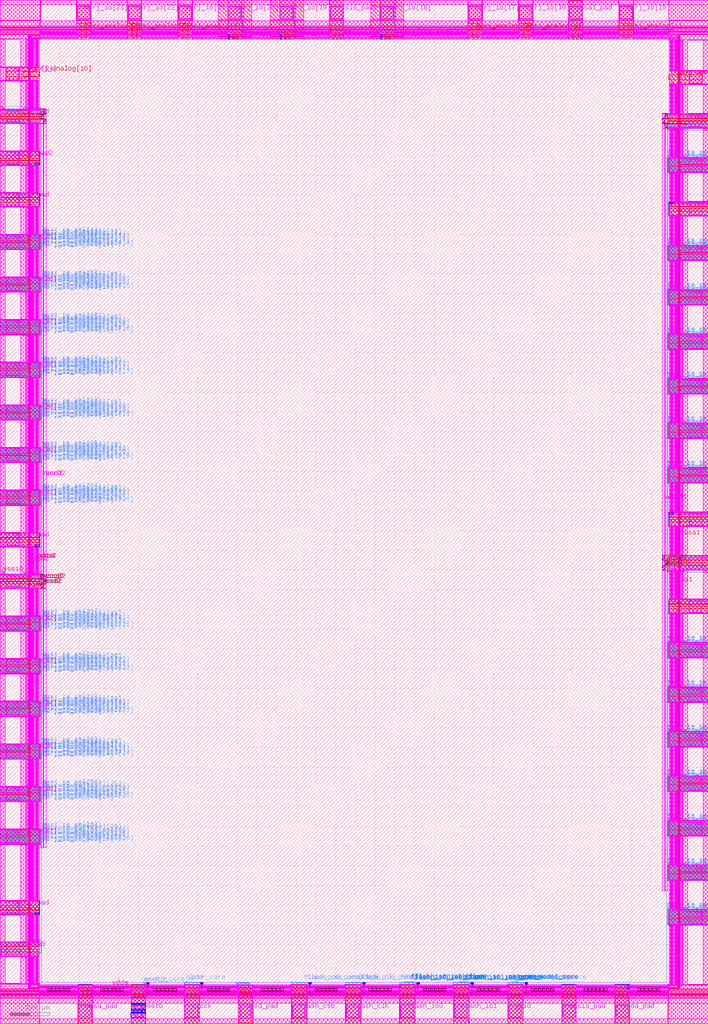
<source format=lef>
VERSION 5.7 ;
  NOWIREEXTENSIONATPIN ON ;
  DIVIDERCHAR "/" ;
  BUSBITCHARS "[]" ;
MACRO chip_io_alt
  CLASS BLOCK ;
  FOREIGN chip_io_alt ;
  ORIGIN 0.000 0.000 ;
  SIZE 3588.000 BY 5188.000 ;
  PIN clock
    DIRECTION INPUT ;
    USE SIGNAL ;
    PORT
      LAYER met5 ;
        RECT 938.200 32.990 1000.800 95.440 ;
    END
  END clock
  PIN clock_core
    DIRECTION OUTPUT TRISTATE ;
    USE SIGNAL ;
    PORT
      LAYER met2 ;
        RECT 936.635 208.565 936.915 210.965 ;
    END
  END clock_core
  PIN por
    DIRECTION INPUT ;
    USE SIGNAL ;
    PORT
      LAYER met2 ;
        RECT 970.215 208.565 970.495 210.965 ;
    END
  END por
  PIN flash_clk
    DIRECTION OUTPUT TRISTATE ;
    USE SIGNAL ;
    PORT
      LAYER met5 ;
        RECT 1755.200 32.990 1817.800 95.440 ;
    END
  END flash_clk
  PIN flash_csb
    DIRECTION OUTPUT TRISTATE ;
    USE SIGNAL ;
    PORT
      LAYER met5 ;
        RECT 1481.200 32.990 1543.800 95.440 ;
    END
  END flash_csb
  PIN flash_io0
    DIRECTION INOUT ;
    USE SIGNAL ;
    PORT
      LAYER met5 ;
        RECT 2029.200 32.990 2091.800 95.440 ;
    END
  END flash_io0
  PIN flash_io0_di_core
    DIRECTION OUTPUT TRISTATE ;
    USE SIGNAL ;
    PORT
      LAYER met2 ;
        RECT 2027.635 208.565 2027.915 210.965 ;
    END
  END flash_io0_di_core
  PIN flash_io0_do_core
    DIRECTION INPUT ;
    USE SIGNAL ;
    PORT
      LAYER met2 ;
        RECT 2082.835 208.565 2083.115 210.965 ;
    END
  END flash_io0_do_core
  PIN flash_io0_ieb_core
    DIRECTION INPUT ;
    USE SIGNAL ;
    PORT
      LAYER met1 ;
        RECT 2046.150 211.680 2046.470 211.740 ;
        RECT 2061.330 211.680 2061.650 211.740 ;
        RECT 2076.970 211.680 2077.290 211.740 ;
        RECT 2046.150 211.540 2077.290 211.680 ;
        RECT 2046.150 211.480 2046.470 211.540 ;
        RECT 2061.330 211.480 2061.650 211.540 ;
        RECT 2076.970 211.480 2077.290 211.540 ;
      LAYER via ;
        RECT 2046.180 211.480 2046.440 211.740 ;
        RECT 2061.360 211.480 2061.620 211.740 ;
        RECT 2077.000 211.480 2077.260 211.740 ;
      LAYER met2 ;
        RECT 2046.180 211.450 2046.440 211.770 ;
        RECT 2061.360 211.450 2061.620 211.770 ;
        RECT 2077.000 211.450 2077.260 211.770 ;
        RECT 2046.240 210.965 2046.380 211.450 ;
        RECT 2061.420 210.965 2061.560 211.450 ;
        RECT 2077.060 210.965 2077.200 211.450 ;
        RECT 2046.035 208.880 2046.380 210.965 ;
        RECT 2061.215 208.880 2061.560 210.965 ;
        RECT 2076.855 208.880 2077.200 210.965 ;
        RECT 2046.035 208.565 2046.315 208.880 ;
        RECT 2061.215 208.565 2061.495 208.880 ;
        RECT 2076.855 208.565 2077.135 208.880 ;
    END
  END flash_io0_ieb_core
  PIN flash_io0_oeb_core
    DIRECTION INPUT ;
    USE SIGNAL ;
    PORT
      LAYER met1 ;
        RECT 2055.350 212.310 2055.670 212.370 ;
        RECT 2098.590 212.310 2098.910 212.370 ;
        RECT 2055.350 212.170 2098.910 212.310 ;
        RECT 2055.350 212.110 2055.670 212.170 ;
        RECT 2098.590 212.110 2098.910 212.170 ;
      LAYER via ;
        RECT 2055.380 212.110 2055.640 212.370 ;
        RECT 2098.620 212.110 2098.880 212.370 ;
      LAYER met2 ;
        RECT 2055.380 212.080 2055.640 212.400 ;
        RECT 2098.620 212.080 2098.880 212.400 ;
        RECT 2055.440 210.965 2055.580 212.080 ;
        RECT 2098.680 210.965 2098.820 212.080 ;
        RECT 2055.235 208.880 2055.580 210.965 ;
        RECT 2098.475 208.880 2098.820 210.965 ;
        RECT 2055.235 208.565 2055.515 208.880 ;
        RECT 2098.475 208.565 2098.755 208.880 ;
    END
  END flash_io0_oeb_core
  PIN flash_io1
    DIRECTION INOUT ;
    USE SIGNAL ;
    PORT
      LAYER met5 ;
        RECT 2303.200 32.990 2365.800 95.440 ;
    END
  END flash_io1
  PIN flash_io1_di_core
    DIRECTION OUTPUT TRISTATE ;
    USE SIGNAL ;
    PORT
      LAYER met2 ;
        RECT 2301.635 208.565 2301.915 210.965 ;
    END
  END flash_io1_di_core
  PIN flash_io1_do_core
    DIRECTION INPUT ;
    USE SIGNAL ;
    PORT
      LAYER met2 ;
        RECT 2356.835 208.565 2357.115 210.965 ;
    END
  END flash_io1_do_core
  PIN flash_io1_ieb_core
    DIRECTION INPUT ;
    USE SIGNAL ;
    PORT
      LAYER met1 ;
        RECT 2320.020 211.620 2320.340 211.680 ;
        RECT 2335.200 211.620 2335.520 211.680 ;
        RECT 2350.835 211.620 2351.155 211.680 ;
        RECT 2320.020 211.480 2351.155 211.620 ;
        RECT 2320.020 211.420 2320.340 211.480 ;
        RECT 2335.200 211.420 2335.520 211.480 ;
        RECT 2350.835 211.420 2351.155 211.480 ;
      LAYER via ;
        RECT 2320.050 211.420 2320.310 211.680 ;
        RECT 2335.230 211.420 2335.490 211.680 ;
        RECT 2350.865 211.420 2351.125 211.680 ;
      LAYER met2 ;
        RECT 2320.050 210.965 2320.310 211.710 ;
        RECT 2335.230 210.965 2335.490 211.710 ;
        RECT 2350.865 210.965 2351.125 211.710 ;
        RECT 2320.035 208.565 2320.315 210.965 ;
        RECT 2335.215 208.565 2335.495 210.965 ;
        RECT 2350.855 208.565 2351.135 210.965 ;
    END
  END flash_io1_ieb_core
  PIN flash_io1_oeb_core
    DIRECTION INPUT ;
    USE SIGNAL ;
    PORT
      LAYER met1 ;
        RECT 2329.050 212.360 2329.370 212.420 ;
        RECT 2372.290 212.360 2372.610 212.420 ;
        RECT 2329.050 212.220 2372.610 212.360 ;
        RECT 2329.050 212.160 2329.370 212.220 ;
        RECT 2372.290 212.160 2372.610 212.220 ;
      LAYER via ;
        RECT 2329.080 212.160 2329.340 212.420 ;
        RECT 2372.320 212.160 2372.580 212.420 ;
      LAYER met2 ;
        RECT 2329.080 212.130 2329.340 212.450 ;
        RECT 2372.320 212.130 2372.580 212.450 ;
        RECT 2329.140 210.965 2329.280 212.130 ;
        RECT 2372.380 210.965 2372.520 212.130 ;
        RECT 2329.140 208.810 2329.515 210.965 ;
        RECT 2372.380 208.810 2372.755 210.965 ;
        RECT 2329.235 208.565 2329.515 208.810 ;
        RECT 2372.475 208.565 2372.755 208.810 ;
    END
  END flash_io1_oeb_core
  PIN gpio
    DIRECTION INOUT ;
    USE SIGNAL ;
    PORT
      LAYER met5 ;
        RECT 2577.200 32.990 2639.800 95.440 ;
    END
  END gpio
  PIN gpio_in_core
    DIRECTION OUTPUT TRISTATE ;
    USE SIGNAL ;
    PORT
      LAYER met2 ;
        RECT 2575.635 208.565 2575.915 210.965 ;
    END
  END gpio_in_core
  PIN gpio_inenb_core
    DIRECTION INPUT ;
    USE SIGNAL ;
    PORT
      LAYER met2 ;
        RECT 2609.215 208.565 2609.495 210.965 ;
    END
  END gpio_inenb_core
  PIN gpio_mode0_core
    DIRECTION INPUT ;
    USE SIGNAL ;
    PORT
      LAYER met2 ;
        RECT 2603.235 208.565 2603.515 210.965 ;
    END
  END gpio_mode0_core
  PIN gpio_out_core
    DIRECTION INPUT ;
    USE SIGNAL ;
    PORT
      LAYER met2 ;
        RECT 2630.835 208.565 2631.115 210.965 ;
    END
  END gpio_out_core
  PIN gpio_outenb_core
    DIRECTION INPUT ;
    USE SIGNAL ;
    PORT
      LAYER met2 ;
        RECT 2646.475 208.565 2646.755 210.965 ;
    END
  END gpio_outenb_core
  PIN vccd_pad
    DIRECTION INOUT ;
    USE SIGNAL ;
    PORT
      LAYER met5 ;
        RECT 30.835 350.270 98.100 404.670 ;
    END
  END vccd_pad
  PIN vdda_pad
    DIRECTION INOUT ;
    USE SIGNAL ;
    PORT
      LAYER met5 ;
        RECT 3121.110 34.055 3181.950 94.880 ;
    END
  END vdda_pad
  PIN vddio_pad
    DIRECTION INOUT ;
    USE SIGNAL ;
    PORT
      LAYER met5 ;
        RECT 34.055 558.050 94.880 618.890 ;
    END
  END vddio_pad
  PIN vddio_pad2
    DIRECTION INOUT ;
    USE SIGNAL ;
    PORT
      LAYER met5 ;
        RECT 34.055 4356.050 94.880 4416.890 ;
    END
  END vddio_pad2
  PIN vssa_pad
    DIRECTION INOUT ;
    USE SIGNAL ;
    PORT
      LAYER met5 ;
        RECT 401.110 34.055 461.950 94.880 ;
    END
  END vssa_pad
  PIN vssd_pad
    DIRECTION INOUT ;
    USE SIGNAL ;
    PORT
      LAYER met5 ;
        RECT 1216.330 30.835 1270.730 98.100 ;
    END
  END vssd_pad
  PIN vssio_pad
    DIRECTION INOUT ;
    USE SIGNAL ;
    PORT
      LAYER met5 ;
        RECT 2852.110 34.055 2912.950 94.880 ;
    END
  END vssio_pad
  PIN vssio_pad2
    DIRECTION INOUT ;
    USE SIGNAL ;
    PORT
      LAYER met5 ;
        RECT 1674.050 5093.120 1734.890 5153.945 ;
    END
  END vssio_pad2
  PIN mprj_io[0]
    DIRECTION INOUT ;
    USE SIGNAL ;
    PORT
      LAYER met5 ;
        RECT 3492.560 506.200 3555.010 568.800 ;
    END
  END mprj_io[0]
  PIN mprj_io_analog_en[0]
    DIRECTION INPUT ;
    USE SIGNAL ;
    PORT
      LAYER met2 ;
        RECT 3377.035 529.015 3379.435 529.295 ;
    END
  END mprj_io_analog_en[0]
  PIN mprj_io_analog_pol[0]
    DIRECTION INPUT ;
    USE SIGNAL ;
    PORT
      LAYER met2 ;
        RECT 3377.035 535.455 3379.435 535.735 ;
    END
  END mprj_io_analog_pol[0]
  PIN mprj_io_analog_sel[0]
    DIRECTION INPUT ;
    USE SIGNAL ;
    PORT
      LAYER met2 ;
        RECT 3377.035 550.635 3379.435 550.915 ;
    END
  END mprj_io_analog_sel[0]
  PIN mprj_io_dm[0]
    DIRECTION INPUT ;
    USE SIGNAL ;
    PORT
      LAYER met2 ;
        RECT 3377.035 532.235 3379.435 532.515 ;
    END
  END mprj_io_dm[0]
  PIN mprj_io_dm[1]
    DIRECTION INPUT ;
    USE SIGNAL ;
    PORT
      LAYER met2 ;
        RECT 3377.035 523.035 3379.435 523.315 ;
    END
  END mprj_io_dm[1]
  PIN mprj_io_dm[2]
    DIRECTION INPUT ;
    USE SIGNAL ;
    PORT
      LAYER met2 ;
        RECT 3377.035 553.855 3379.435 554.135 ;
    END
  END mprj_io_dm[2]
  PIN mprj_io_holdover[0]
    DIRECTION INPUT ;
    USE SIGNAL ;
    PORT
      LAYER met2 ;
        RECT 3377.035 557.075 3379.435 557.355 ;
    END
  END mprj_io_holdover[0]
  PIN mprj_io_ib_mode_sel[0]
    DIRECTION INPUT ;
    USE SIGNAL ;
    PORT
      LAYER met2 ;
        RECT 3377.035 572.255 3379.435 572.535 ;
    END
  END mprj_io_ib_mode_sel[0]
  PIN mprj_io_inp_dis[0]
    DIRECTION INPUT ;
    USE SIGNAL ;
    PORT
      LAYER met2 ;
        RECT 3377.035 538.215 3379.435 538.495 ;
    END
  END mprj_io_inp_dis[0]
  PIN mprj_io_oeb[0]
    DIRECTION INPUT ;
    USE SIGNAL ;
    PORT
      LAYER met2 ;
        RECT 3377.035 575.475 3379.435 575.755 ;
    END
  END mprj_io_oeb[0]
  PIN mprj_io_out[0]
    DIRECTION INPUT ;
    USE SIGNAL ;
    PORT
      LAYER met2 ;
        RECT 3377.035 559.835 3379.435 560.115 ;
    END
  END mprj_io_out[0]
  PIN mprj_io_slow_sel[0]
    DIRECTION INPUT ;
    USE SIGNAL ;
    PORT
      LAYER met2 ;
        RECT 3377.035 513.835 3379.435 514.115 ;
    END
  END mprj_io_slow_sel[0]
  PIN mprj_io_vtrip_sel[0]
    DIRECTION INPUT ;
    USE SIGNAL ;
    PORT
      LAYER met2 ;
        RECT 3377.035 569.035 3379.435 569.315 ;
    END
  END mprj_io_vtrip_sel[0]
  PIN mprj_io_in[0]
    DIRECTION OUTPUT TRISTATE ;
    USE SIGNAL ;
    PORT
      LAYER met2 ;
        RECT 3377.035 504.635 3379.435 504.915 ;
    END
  END mprj_io_in[0]
  PIN mprj_io_in_3v3[0]
    DIRECTION OUTPUT TRISTATE ;
    USE SIGNAL ;
    PORT
      LAYER met2 ;
        RECT 3377.035 578.235 3379.435 578.515 ;
    END
  END mprj_io_in_3v3[0]
  PIN mprj_gpio_analog[3]
    DIRECTION INOUT ;
    USE SIGNAL ;
    PORT
      LAYER met2 ;
        RECT 3377.035 3433.055 3379.435 3433.335 ;
    END
  END mprj_gpio_analog[3]
  PIN mprj_gpio_noesd[3]
    DIRECTION INOUT ;
    USE SIGNAL ;
    PORT
      LAYER met2 ;
        RECT 3377.035 3442.255 3379.435 3442.535 ;
    END
  END mprj_gpio_noesd[3]
  PIN mprj_io[10]
    DIRECTION INOUT ;
    USE SIGNAL ;
    PORT
      LAYER met5 ;
        RECT 3492.560 3422.200 3555.010 3484.800 ;
    END
  END mprj_io[10]
  PIN mprj_io_analog_en[10]
    DIRECTION INPUT ;
    USE SIGNAL ;
    PORT
      LAYER met2 ;
        RECT 3377.035 3445.015 3379.435 3445.295 ;
    END
  END mprj_io_analog_en[10]
  PIN mprj_io_analog_pol[10]
    DIRECTION INPUT ;
    USE SIGNAL ;
    PORT
      LAYER met2 ;
        RECT 3377.035 3451.455 3379.435 3451.735 ;
    END
  END mprj_io_analog_pol[10]
  PIN mprj_io_analog_sel[10]
    DIRECTION INPUT ;
    USE SIGNAL ;
    PORT
      LAYER met2 ;
        RECT 3377.035 3466.635 3379.435 3466.915 ;
    END
  END mprj_io_analog_sel[10]
  PIN mprj_io_dm[30]
    DIRECTION INPUT ;
    USE SIGNAL ;
    PORT
      LAYER met2 ;
        RECT 3377.035 3448.235 3379.435 3448.515 ;
    END
  END mprj_io_dm[30]
  PIN mprj_io_dm[31]
    DIRECTION INPUT ;
    USE SIGNAL ;
    PORT
      LAYER met2 ;
        RECT 3377.035 3439.035 3379.435 3439.315 ;
    END
  END mprj_io_dm[31]
  PIN mprj_io_dm[32]
    DIRECTION INPUT ;
    USE SIGNAL ;
    PORT
      LAYER met2 ;
        RECT 3377.035 3469.855 3379.435 3470.135 ;
    END
  END mprj_io_dm[32]
  PIN mprj_io_holdover[10]
    DIRECTION INPUT ;
    USE SIGNAL ;
    PORT
      LAYER met2 ;
        RECT 3377.035 3473.075 3379.435 3473.355 ;
    END
  END mprj_io_holdover[10]
  PIN mprj_io_ib_mode_sel[10]
    DIRECTION INPUT ;
    USE SIGNAL ;
    PORT
      LAYER met2 ;
        RECT 3377.035 3488.255 3379.435 3488.535 ;
    END
  END mprj_io_ib_mode_sel[10]
  PIN mprj_io_inp_dis[10]
    DIRECTION INPUT ;
    USE SIGNAL ;
    PORT
      LAYER met2 ;
        RECT 3377.035 3454.215 3379.435 3454.495 ;
    END
  END mprj_io_inp_dis[10]
  PIN mprj_io_oeb[10]
    DIRECTION INPUT ;
    USE SIGNAL ;
    PORT
      LAYER met2 ;
        RECT 3377.035 3491.475 3379.435 3491.755 ;
    END
  END mprj_io_oeb[10]
  PIN mprj_io_out[10]
    DIRECTION INPUT ;
    USE SIGNAL ;
    PORT
      LAYER met2 ;
        RECT 3377.035 3475.835 3379.435 3476.115 ;
    END
  END mprj_io_out[10]
  PIN mprj_io_slow_sel[10]
    DIRECTION INPUT ;
    USE SIGNAL ;
    PORT
      LAYER met2 ;
        RECT 3377.035 3429.835 3379.435 3430.115 ;
    END
  END mprj_io_slow_sel[10]
  PIN mprj_io_vtrip_sel[10]
    DIRECTION INPUT ;
    USE SIGNAL ;
    PORT
      LAYER met2 ;
        RECT 3377.035 3485.035 3379.435 3485.315 ;
    END
  END mprj_io_vtrip_sel[10]
  PIN mprj_io_in[10]
    DIRECTION OUTPUT TRISTATE ;
    USE SIGNAL ;
    PORT
      LAYER met2 ;
        RECT 3377.035 3420.635 3379.435 3420.915 ;
    END
  END mprj_io_in[10]
  PIN mprj_io_in_3v3[10]
    DIRECTION OUTPUT TRISTATE ;
    USE SIGNAL ;
    PORT
      LAYER met2 ;
        RECT 3377.035 3494.235 3379.435 3494.515 ;
    END
  END mprj_io_in_3v3[10]
  PIN mprj_gpio_analog[4]
    DIRECTION INOUT ;
    USE SIGNAL ;
    PORT
      LAYER met2 ;
        RECT 3377.035 3658.055 3379.435 3658.335 ;
    END
  END mprj_gpio_analog[4]
  PIN mprj_gpio_noesd[4]
    DIRECTION INOUT ;
    USE SIGNAL ;
    PORT
      LAYER met2 ;
        RECT 3377.035 3667.255 3379.435 3667.535 ;
    END
  END mprj_gpio_noesd[4]
  PIN mprj_io[11]
    DIRECTION INOUT ;
    USE SIGNAL ;
    PORT
      LAYER met5 ;
        RECT 3492.560 3647.200 3555.010 3709.800 ;
    END
  END mprj_io[11]
  PIN mprj_io_analog_en[11]
    DIRECTION INPUT ;
    USE SIGNAL ;
    PORT
      LAYER met2 ;
        RECT 3377.035 3670.015 3379.435 3670.295 ;
    END
  END mprj_io_analog_en[11]
  PIN mprj_io_analog_pol[11]
    DIRECTION INPUT ;
    USE SIGNAL ;
    PORT
      LAYER met2 ;
        RECT 3377.035 3676.455 3379.435 3676.735 ;
    END
  END mprj_io_analog_pol[11]
  PIN mprj_io_analog_sel[11]
    DIRECTION INPUT ;
    USE SIGNAL ;
    PORT
      LAYER met2 ;
        RECT 3377.035 3691.635 3379.435 3691.915 ;
    END
  END mprj_io_analog_sel[11]
  PIN mprj_io_dm[33]
    DIRECTION INPUT ;
    USE SIGNAL ;
    PORT
      LAYER met2 ;
        RECT 3377.035 3673.235 3379.435 3673.515 ;
    END
  END mprj_io_dm[33]
  PIN mprj_io_dm[34]
    DIRECTION INPUT ;
    USE SIGNAL ;
    PORT
      LAYER met2 ;
        RECT 3377.035 3664.035 3379.435 3664.315 ;
    END
  END mprj_io_dm[34]
  PIN mprj_io_dm[35]
    DIRECTION INPUT ;
    USE SIGNAL ;
    PORT
      LAYER met2 ;
        RECT 3377.035 3694.855 3379.435 3695.135 ;
    END
  END mprj_io_dm[35]
  PIN mprj_io_holdover[11]
    DIRECTION INPUT ;
    USE SIGNAL ;
    PORT
      LAYER met2 ;
        RECT 3377.035 3698.075 3379.435 3698.355 ;
    END
  END mprj_io_holdover[11]
  PIN mprj_io_ib_mode_sel[11]
    DIRECTION INPUT ;
    USE SIGNAL ;
    PORT
      LAYER met2 ;
        RECT 3377.035 3713.255 3379.435 3713.535 ;
    END
  END mprj_io_ib_mode_sel[11]
  PIN mprj_io_inp_dis[11]
    DIRECTION INPUT ;
    USE SIGNAL ;
    PORT
      LAYER met2 ;
        RECT 3377.035 3679.215 3379.435 3679.495 ;
    END
  END mprj_io_inp_dis[11]
  PIN mprj_io_oeb[11]
    DIRECTION INPUT ;
    USE SIGNAL ;
    PORT
      LAYER met2 ;
        RECT 3377.035 3716.475 3379.435 3716.755 ;
    END
  END mprj_io_oeb[11]
  PIN mprj_io_out[11]
    DIRECTION INPUT ;
    USE SIGNAL ;
    PORT
      LAYER met2 ;
        RECT 3377.035 3700.835 3379.435 3701.115 ;
    END
  END mprj_io_out[11]
  PIN mprj_io_slow_sel[11]
    DIRECTION INPUT ;
    USE SIGNAL ;
    PORT
      LAYER met2 ;
        RECT 3377.035 3654.835 3379.435 3655.115 ;
    END
  END mprj_io_slow_sel[11]
  PIN mprj_io_vtrip_sel[11]
    DIRECTION INPUT ;
    USE SIGNAL ;
    PORT
      LAYER met2 ;
        RECT 3377.035 3710.035 3379.435 3710.315 ;
    END
  END mprj_io_vtrip_sel[11]
  PIN mprj_io_in[11]
    DIRECTION OUTPUT TRISTATE ;
    USE SIGNAL ;
    PORT
      LAYER met2 ;
        RECT 3377.035 3645.635 3379.435 3645.915 ;
    END
  END mprj_io_in[11]
  PIN mprj_io_in_3v3[11]
    DIRECTION OUTPUT TRISTATE ;
    USE SIGNAL ;
    PORT
      LAYER met2 ;
        RECT 3377.035 3719.235 3379.435 3719.515 ;
    END
  END mprj_io_in_3v3[11]
  PIN mprj_gpio_analog[5]
    DIRECTION INOUT ;
    USE SIGNAL ;
    PORT
      LAYER met2 ;
        RECT 3377.035 3883.055 3379.435 3883.335 ;
    END
  END mprj_gpio_analog[5]
  PIN mprj_gpio_noesd[5]
    DIRECTION INOUT ;
    USE SIGNAL ;
    PORT
      LAYER met2 ;
        RECT 3377.035 3892.255 3379.435 3892.535 ;
    END
  END mprj_gpio_noesd[5]
  PIN mprj_io[12]
    DIRECTION INOUT ;
    USE SIGNAL ;
    PORT
      LAYER met5 ;
        RECT 3492.560 3872.200 3555.010 3934.800 ;
    END
  END mprj_io[12]
  PIN mprj_io_analog_en[12]
    DIRECTION INPUT ;
    USE SIGNAL ;
    PORT
      LAYER met2 ;
        RECT 3377.035 3895.015 3379.435 3895.295 ;
    END
  END mprj_io_analog_en[12]
  PIN mprj_io_analog_pol[12]
    DIRECTION INPUT ;
    USE SIGNAL ;
    PORT
      LAYER met2 ;
        RECT 3377.035 3901.455 3379.435 3901.735 ;
    END
  END mprj_io_analog_pol[12]
  PIN mprj_io_analog_sel[12]
    DIRECTION INPUT ;
    USE SIGNAL ;
    PORT
      LAYER met2 ;
        RECT 3377.035 3916.635 3379.435 3916.915 ;
    END
  END mprj_io_analog_sel[12]
  PIN mprj_io_dm[36]
    DIRECTION INPUT ;
    USE SIGNAL ;
    PORT
      LAYER met2 ;
        RECT 3377.035 3898.235 3379.435 3898.515 ;
    END
  END mprj_io_dm[36]
  PIN mprj_io_dm[37]
    DIRECTION INPUT ;
    USE SIGNAL ;
    PORT
      LAYER met2 ;
        RECT 3377.035 3889.035 3379.435 3889.315 ;
    END
  END mprj_io_dm[37]
  PIN mprj_io_dm[38]
    DIRECTION INPUT ;
    USE SIGNAL ;
    PORT
      LAYER met2 ;
        RECT 3377.035 3919.855 3379.435 3920.135 ;
    END
  END mprj_io_dm[38]
  PIN mprj_io_holdover[12]
    DIRECTION INPUT ;
    USE SIGNAL ;
    PORT
      LAYER met2 ;
        RECT 3377.035 3923.075 3379.435 3923.355 ;
    END
  END mprj_io_holdover[12]
  PIN mprj_io_ib_mode_sel[12]
    DIRECTION INPUT ;
    USE SIGNAL ;
    PORT
      LAYER met2 ;
        RECT 3377.035 3938.255 3379.435 3938.535 ;
    END
  END mprj_io_ib_mode_sel[12]
  PIN mprj_io_inp_dis[12]
    DIRECTION INPUT ;
    USE SIGNAL ;
    PORT
      LAYER met2 ;
        RECT 3377.035 3904.215 3379.435 3904.495 ;
    END
  END mprj_io_inp_dis[12]
  PIN mprj_io_oeb[12]
    DIRECTION INPUT ;
    USE SIGNAL ;
    PORT
      LAYER met2 ;
        RECT 3377.035 3941.475 3379.435 3941.755 ;
    END
  END mprj_io_oeb[12]
  PIN mprj_io_out[12]
    DIRECTION INPUT ;
    USE SIGNAL ;
    PORT
      LAYER met2 ;
        RECT 3377.035 3925.835 3379.435 3926.115 ;
    END
  END mprj_io_out[12]
  PIN mprj_io_slow_sel[12]
    DIRECTION INPUT ;
    USE SIGNAL ;
    PORT
      LAYER met2 ;
        RECT 3377.035 3879.835 3379.435 3880.115 ;
    END
  END mprj_io_slow_sel[12]
  PIN mprj_io_vtrip_sel[12]
    DIRECTION INPUT ;
    USE SIGNAL ;
    PORT
      LAYER met2 ;
        RECT 3377.035 3935.035 3379.435 3935.315 ;
    END
  END mprj_io_vtrip_sel[12]
  PIN mprj_io_in[12]
    DIRECTION OUTPUT TRISTATE ;
    USE SIGNAL ;
    PORT
      LAYER met2 ;
        RECT 3377.035 3870.635 3379.435 3870.915 ;
    END
  END mprj_io_in[12]
  PIN mprj_io_in_3v3[12]
    DIRECTION OUTPUT TRISTATE ;
    USE SIGNAL ;
    PORT
      LAYER met2 ;
        RECT 3377.035 3944.235 3379.435 3944.515 ;
    END
  END mprj_io_in_3v3[12]
  PIN mprj_gpio_analog[6]
    DIRECTION INOUT ;
    USE SIGNAL ;
    PORT
      LAYER met2 ;
        RECT 3377.035 4329.055 3379.435 4329.335 ;
    END
  END mprj_gpio_analog[6]
  PIN mprj_gpio_noesd[6]
    DIRECTION INOUT ;
    USE SIGNAL ;
    PORT
      LAYER met2 ;
        RECT 3377.035 4338.255 3379.435 4338.535 ;
    END
  END mprj_gpio_noesd[6]
  PIN mprj_io[13]
    DIRECTION INOUT ;
    USE SIGNAL ;
    PORT
      LAYER met5 ;
        RECT 3492.560 4318.200 3555.010 4380.800 ;
    END
  END mprj_io[13]
  PIN mprj_io_analog_en[13]
    DIRECTION INPUT ;
    USE SIGNAL ;
    PORT
      LAYER met2 ;
        RECT 3377.035 4341.015 3379.435 4341.295 ;
    END
  END mprj_io_analog_en[13]
  PIN mprj_io_analog_pol[13]
    DIRECTION INPUT ;
    USE SIGNAL ;
    PORT
      LAYER met2 ;
        RECT 3377.035 4347.455 3379.435 4347.735 ;
    END
  END mprj_io_analog_pol[13]
  PIN mprj_io_analog_sel[13]
    DIRECTION INPUT ;
    USE SIGNAL ;
    PORT
      LAYER met2 ;
        RECT 3377.035 4362.635 3379.435 4362.915 ;
    END
  END mprj_io_analog_sel[13]
  PIN mprj_io_dm[39]
    DIRECTION INPUT ;
    USE SIGNAL ;
    PORT
      LAYER met2 ;
        RECT 3377.035 4344.235 3379.435 4344.515 ;
    END
  END mprj_io_dm[39]
  PIN mprj_io_dm[40]
    DIRECTION INPUT ;
    USE SIGNAL ;
    PORT
      LAYER met2 ;
        RECT 3377.035 4335.035 3379.435 4335.315 ;
    END
  END mprj_io_dm[40]
  PIN mprj_io_dm[41]
    DIRECTION INPUT ;
    USE SIGNAL ;
    PORT
      LAYER met2 ;
        RECT 3377.035 4365.855 3379.435 4366.135 ;
    END
  END mprj_io_dm[41]
  PIN mprj_io_holdover[13]
    DIRECTION INPUT ;
    USE SIGNAL ;
    PORT
      LAYER met2 ;
        RECT 3377.035 4369.075 3379.435 4369.355 ;
    END
  END mprj_io_holdover[13]
  PIN mprj_io_ib_mode_sel[13]
    DIRECTION INPUT ;
    USE SIGNAL ;
    PORT
      LAYER met2 ;
        RECT 3377.035 4384.255 3379.435 4384.535 ;
    END
  END mprj_io_ib_mode_sel[13]
  PIN mprj_io_inp_dis[13]
    DIRECTION INPUT ;
    USE SIGNAL ;
    PORT
      LAYER met2 ;
        RECT 3377.035 4350.215 3379.435 4350.495 ;
    END
  END mprj_io_inp_dis[13]
  PIN mprj_io_oeb[13]
    DIRECTION INPUT ;
    USE SIGNAL ;
    PORT
      LAYER met2 ;
        RECT 3377.035 4387.475 3379.435 4387.755 ;
    END
  END mprj_io_oeb[13]
  PIN mprj_io_out[13]
    DIRECTION INPUT ;
    USE SIGNAL ;
    PORT
      LAYER met2 ;
        RECT 3377.035 4371.835 3379.435 4372.115 ;
    END
  END mprj_io_out[13]
  PIN mprj_io_slow_sel[13]
    DIRECTION INPUT ;
    USE SIGNAL ;
    PORT
      LAYER met2 ;
        RECT 3377.035 4325.835 3379.435 4326.115 ;
    END
  END mprj_io_slow_sel[13]
  PIN mprj_io_vtrip_sel[13]
    DIRECTION INPUT ;
    USE SIGNAL ;
    PORT
      LAYER met2 ;
        RECT 3377.035 4381.035 3379.435 4381.315 ;
    END
  END mprj_io_vtrip_sel[13]
  PIN mprj_io_in[13]
    DIRECTION OUTPUT TRISTATE ;
    USE SIGNAL ;
    PORT
      LAYER met2 ;
        RECT 3377.035 4316.635 3379.435 4316.915 ;
    END
  END mprj_io_in[13]
  PIN mprj_io_in_3v3[13]
    DIRECTION OUTPUT TRISTATE ;
    USE SIGNAL ;
    PORT
      LAYER met2 ;
        RECT 3377.035 4390.235 3379.435 4390.515 ;
    END
  END mprj_io_in_3v3[13]
  PIN mprj_io[1]
    DIRECTION INOUT ;
    USE SIGNAL ;
    PORT
      LAYER met5 ;
        RECT 3492.560 732.200 3555.010 794.800 ;
    END
  END mprj_io[1]
  PIN mprj_io_analog_en[1]
    DIRECTION INPUT ;
    USE SIGNAL ;
    PORT
      LAYER met2 ;
        RECT 3377.035 755.015 3379.435 755.295 ;
    END
  END mprj_io_analog_en[1]
  PIN mprj_io_analog_pol[1]
    DIRECTION INPUT ;
    USE SIGNAL ;
    PORT
      LAYER met2 ;
        RECT 3377.035 761.455 3379.435 761.735 ;
    END
  END mprj_io_analog_pol[1]
  PIN mprj_io_analog_sel[1]
    DIRECTION INPUT ;
    USE SIGNAL ;
    PORT
      LAYER met2 ;
        RECT 3377.035 776.635 3379.435 776.915 ;
    END
  END mprj_io_analog_sel[1]
  PIN mprj_io_dm[3]
    DIRECTION INPUT ;
    USE SIGNAL ;
    PORT
      LAYER met2 ;
        RECT 3377.035 758.235 3379.435 758.515 ;
    END
  END mprj_io_dm[3]
  PIN mprj_io_dm[4]
    DIRECTION INPUT ;
    USE SIGNAL ;
    PORT
      LAYER met2 ;
        RECT 3377.035 749.035 3379.435 749.315 ;
    END
  END mprj_io_dm[4]
  PIN mprj_io_dm[5]
    DIRECTION INPUT ;
    USE SIGNAL ;
    PORT
      LAYER met2 ;
        RECT 3377.035 779.855 3379.435 780.135 ;
    END
  END mprj_io_dm[5]
  PIN mprj_io_holdover[1]
    DIRECTION INPUT ;
    USE SIGNAL ;
    PORT
      LAYER met2 ;
        RECT 3377.035 783.075 3379.435 783.355 ;
    END
  END mprj_io_holdover[1]
  PIN mprj_io_ib_mode_sel[1]
    DIRECTION INPUT ;
    USE SIGNAL ;
    PORT
      LAYER met2 ;
        RECT 3377.035 798.255 3379.435 798.535 ;
    END
  END mprj_io_ib_mode_sel[1]
  PIN mprj_io_inp_dis[1]
    DIRECTION INPUT ;
    USE SIGNAL ;
    PORT
      LAYER met2 ;
        RECT 3377.035 764.215 3379.435 764.495 ;
    END
  END mprj_io_inp_dis[1]
  PIN mprj_io_oeb[1]
    DIRECTION INPUT ;
    USE SIGNAL ;
    PORT
      LAYER met2 ;
        RECT 3377.035 801.475 3379.435 801.755 ;
    END
  END mprj_io_oeb[1]
  PIN mprj_io_out[1]
    DIRECTION INPUT ;
    USE SIGNAL ;
    PORT
      LAYER met2 ;
        RECT 3377.035 785.835 3379.435 786.115 ;
    END
  END mprj_io_out[1]
  PIN mprj_io_slow_sel[1]
    DIRECTION INPUT ;
    USE SIGNAL ;
    PORT
      LAYER met2 ;
        RECT 3377.035 739.835 3379.435 740.115 ;
    END
  END mprj_io_slow_sel[1]
  PIN mprj_io_vtrip_sel[1]
    DIRECTION INPUT ;
    USE SIGNAL ;
    PORT
      LAYER met2 ;
        RECT 3377.035 795.035 3379.435 795.315 ;
    END
  END mprj_io_vtrip_sel[1]
  PIN mprj_io_in[1]
    DIRECTION OUTPUT TRISTATE ;
    USE SIGNAL ;
    PORT
      LAYER met2 ;
        RECT 3377.035 730.635 3379.435 730.915 ;
    END
  END mprj_io_in[1]
  PIN mprj_io_in_3v3[1]
    DIRECTION OUTPUT TRISTATE ;
    USE SIGNAL ;
    PORT
      LAYER met2 ;
        RECT 3377.035 804.235 3379.435 804.515 ;
    END
  END mprj_io_in_3v3[1]
  PIN mprj_io[2]
    DIRECTION INOUT ;
    USE SIGNAL ;
    PORT
      LAYER met5 ;
        RECT 3492.560 957.200 3555.010 1019.800 ;
    END
  END mprj_io[2]
  PIN mprj_io_analog_en[2]
    DIRECTION INPUT ;
    USE SIGNAL ;
    PORT
      LAYER met2 ;
        RECT 3377.035 980.015 3379.435 980.295 ;
    END
  END mprj_io_analog_en[2]
  PIN mprj_io_analog_pol[2]
    DIRECTION INPUT ;
    USE SIGNAL ;
    PORT
      LAYER met2 ;
        RECT 3377.035 986.455 3379.435 986.735 ;
    END
  END mprj_io_analog_pol[2]
  PIN mprj_io_analog_sel[2]
    DIRECTION INPUT ;
    USE SIGNAL ;
    PORT
      LAYER met2 ;
        RECT 3377.035 1001.635 3379.435 1001.915 ;
    END
  END mprj_io_analog_sel[2]
  PIN mprj_io_dm[6]
    DIRECTION INPUT ;
    USE SIGNAL ;
    PORT
      LAYER met2 ;
        RECT 3377.035 983.235 3379.435 983.515 ;
    END
  END mprj_io_dm[6]
  PIN mprj_io_dm[7]
    DIRECTION INPUT ;
    USE SIGNAL ;
    PORT
      LAYER met2 ;
        RECT 3377.035 974.035 3379.435 974.315 ;
    END
  END mprj_io_dm[7]
  PIN mprj_io_dm[8]
    DIRECTION INPUT ;
    USE SIGNAL ;
    PORT
      LAYER met2 ;
        RECT 3377.035 1004.855 3379.435 1005.135 ;
    END
  END mprj_io_dm[8]
  PIN mprj_io_holdover[2]
    DIRECTION INPUT ;
    USE SIGNAL ;
    PORT
      LAYER met2 ;
        RECT 3377.035 1008.075 3379.435 1008.355 ;
    END
  END mprj_io_holdover[2]
  PIN mprj_io_ib_mode_sel[2]
    DIRECTION INPUT ;
    USE SIGNAL ;
    PORT
      LAYER met2 ;
        RECT 3377.035 1023.255 3379.435 1023.535 ;
    END
  END mprj_io_ib_mode_sel[2]
  PIN mprj_io_inp_dis[2]
    DIRECTION INPUT ;
    USE SIGNAL ;
    PORT
      LAYER met2 ;
        RECT 3377.035 989.215 3379.435 989.495 ;
    END
  END mprj_io_inp_dis[2]
  PIN mprj_io_oeb[2]
    DIRECTION INPUT ;
    USE SIGNAL ;
    PORT
      LAYER met2 ;
        RECT 3377.035 1026.475 3379.435 1026.755 ;
    END
  END mprj_io_oeb[2]
  PIN mprj_io_out[2]
    DIRECTION INPUT ;
    USE SIGNAL ;
    PORT
      LAYER met2 ;
        RECT 3377.035 1010.835 3379.435 1011.115 ;
    END
  END mprj_io_out[2]
  PIN mprj_io_slow_sel[2]
    DIRECTION INPUT ;
    USE SIGNAL ;
    PORT
      LAYER met2 ;
        RECT 3377.035 964.835 3379.435 965.115 ;
    END
  END mprj_io_slow_sel[2]
  PIN mprj_io_vtrip_sel[2]
    DIRECTION INPUT ;
    USE SIGNAL ;
    PORT
      LAYER met2 ;
        RECT 3377.035 1020.035 3379.435 1020.315 ;
    END
  END mprj_io_vtrip_sel[2]
  PIN mprj_io_in[2]
    DIRECTION OUTPUT TRISTATE ;
    USE SIGNAL ;
    PORT
      LAYER met2 ;
        RECT 3377.035 955.635 3379.435 955.915 ;
    END
  END mprj_io_in[2]
  PIN mprj_io_in_3v3[2]
    DIRECTION OUTPUT TRISTATE ;
    USE SIGNAL ;
    PORT
      LAYER met2 ;
        RECT 3377.035 1029.235 3379.435 1029.515 ;
    END
  END mprj_io_in_3v3[2]
  PIN mprj_io[3]
    DIRECTION INOUT ;
    USE SIGNAL ;
    PORT
      LAYER met5 ;
        RECT 3492.560 1183.200 3555.010 1245.800 ;
    END
  END mprj_io[3]
  PIN mprj_io_analog_en[3]
    DIRECTION INPUT ;
    USE SIGNAL ;
    PORT
      LAYER met2 ;
        RECT 3377.035 1206.015 3379.435 1206.295 ;
    END
  END mprj_io_analog_en[3]
  PIN mprj_io_analog_pol[3]
    DIRECTION INPUT ;
    USE SIGNAL ;
    PORT
      LAYER met2 ;
        RECT 3377.035 1212.455 3379.435 1212.735 ;
    END
  END mprj_io_analog_pol[3]
  PIN mprj_io_analog_sel[3]
    DIRECTION INPUT ;
    USE SIGNAL ;
    PORT
      LAYER met2 ;
        RECT 3377.035 1227.635 3379.435 1227.915 ;
    END
  END mprj_io_analog_sel[3]
  PIN mprj_io_dm[10]
    DIRECTION INPUT ;
    USE SIGNAL ;
    PORT
      LAYER met2 ;
        RECT 3377.035 1200.035 3379.435 1200.315 ;
    END
  END mprj_io_dm[10]
  PIN mprj_io_dm[11]
    DIRECTION INPUT ;
    USE SIGNAL ;
    PORT
      LAYER met2 ;
        RECT 3377.035 1230.855 3379.435 1231.135 ;
    END
  END mprj_io_dm[11]
  PIN mprj_io_dm[9]
    DIRECTION INPUT ;
    USE SIGNAL ;
    PORT
      LAYER met2 ;
        RECT 3377.035 1209.235 3379.435 1209.515 ;
    END
  END mprj_io_dm[9]
  PIN mprj_io_holdover[3]
    DIRECTION INPUT ;
    USE SIGNAL ;
    PORT
      LAYER met2 ;
        RECT 3377.035 1234.075 3379.435 1234.355 ;
    END
  END mprj_io_holdover[3]
  PIN mprj_io_ib_mode_sel[3]
    DIRECTION INPUT ;
    USE SIGNAL ;
    PORT
      LAYER met2 ;
        RECT 3377.035 1249.255 3379.435 1249.535 ;
    END
  END mprj_io_ib_mode_sel[3]
  PIN mprj_io_inp_dis[3]
    DIRECTION INPUT ;
    USE SIGNAL ;
    PORT
      LAYER met2 ;
        RECT 3377.035 1215.215 3379.435 1215.495 ;
    END
  END mprj_io_inp_dis[3]
  PIN mprj_io_oeb[3]
    DIRECTION INPUT ;
    USE SIGNAL ;
    PORT
      LAYER met2 ;
        RECT 3377.035 1252.475 3379.435 1252.755 ;
    END
  END mprj_io_oeb[3]
  PIN mprj_io_out[3]
    DIRECTION INPUT ;
    USE SIGNAL ;
    PORT
      LAYER met2 ;
        RECT 3377.035 1236.835 3379.435 1237.115 ;
    END
  END mprj_io_out[3]
  PIN mprj_io_slow_sel[3]
    DIRECTION INPUT ;
    USE SIGNAL ;
    PORT
      LAYER met2 ;
        RECT 3377.035 1190.835 3379.435 1191.115 ;
    END
  END mprj_io_slow_sel[3]
  PIN mprj_io_vtrip_sel[3]
    DIRECTION INPUT ;
    USE SIGNAL ;
    PORT
      LAYER met2 ;
        RECT 3377.035 1246.035 3379.435 1246.315 ;
    END
  END mprj_io_vtrip_sel[3]
  PIN mprj_io_in[3]
    DIRECTION OUTPUT TRISTATE ;
    USE SIGNAL ;
    PORT
      LAYER met2 ;
        RECT 3377.035 1181.635 3379.435 1181.915 ;
    END
  END mprj_io_in[3]
  PIN mprj_io_in_3v3[3]
    DIRECTION OUTPUT TRISTATE ;
    USE SIGNAL ;
    PORT
      LAYER met2 ;
        RECT 3377.035 1255.235 3379.435 1255.515 ;
    END
  END mprj_io_in_3v3[3]
  PIN mprj_io[4]
    DIRECTION INOUT ;
    USE SIGNAL ;
    PORT
      LAYER met5 ;
        RECT 3492.560 1408.200 3555.010 1470.800 ;
    END
  END mprj_io[4]
  PIN mprj_io_analog_en[4]
    DIRECTION INPUT ;
    USE SIGNAL ;
    PORT
      LAYER met2 ;
        RECT 3377.035 1431.015 3379.435 1431.295 ;
    END
  END mprj_io_analog_en[4]
  PIN mprj_io_analog_pol[4]
    DIRECTION INPUT ;
    USE SIGNAL ;
    PORT
      LAYER met2 ;
        RECT 3377.035 1437.455 3379.435 1437.735 ;
    END
  END mprj_io_analog_pol[4]
  PIN mprj_io_analog_sel[4]
    DIRECTION INPUT ;
    USE SIGNAL ;
    PORT
      LAYER met2 ;
        RECT 3377.035 1452.635 3379.435 1452.915 ;
    END
  END mprj_io_analog_sel[4]
  PIN mprj_io_dm[12]
    DIRECTION INPUT ;
    USE SIGNAL ;
    PORT
      LAYER met2 ;
        RECT 3377.035 1434.235 3379.435 1434.515 ;
    END
  END mprj_io_dm[12]
  PIN mprj_io_dm[13]
    DIRECTION INPUT ;
    USE SIGNAL ;
    PORT
      LAYER met2 ;
        RECT 3377.035 1425.035 3379.435 1425.315 ;
    END
  END mprj_io_dm[13]
  PIN mprj_io_dm[14]
    DIRECTION INPUT ;
    USE SIGNAL ;
    PORT
      LAYER met2 ;
        RECT 3377.035 1455.855 3379.435 1456.135 ;
    END
  END mprj_io_dm[14]
  PIN mprj_io_holdover[4]
    DIRECTION INPUT ;
    USE SIGNAL ;
    PORT
      LAYER met2 ;
        RECT 3377.035 1459.075 3379.435 1459.355 ;
    END
  END mprj_io_holdover[4]
  PIN mprj_io_ib_mode_sel[4]
    DIRECTION INPUT ;
    USE SIGNAL ;
    PORT
      LAYER met2 ;
        RECT 3377.035 1474.255 3379.435 1474.535 ;
    END
  END mprj_io_ib_mode_sel[4]
  PIN mprj_io_inp_dis[4]
    DIRECTION INPUT ;
    USE SIGNAL ;
    PORT
      LAYER met2 ;
        RECT 3377.035 1440.215 3379.435 1440.495 ;
    END
  END mprj_io_inp_dis[4]
  PIN mprj_io_oeb[4]
    DIRECTION INPUT ;
    USE SIGNAL ;
    PORT
      LAYER met2 ;
        RECT 3377.035 1477.475 3379.435 1477.755 ;
    END
  END mprj_io_oeb[4]
  PIN mprj_io_out[4]
    DIRECTION INPUT ;
    USE SIGNAL ;
    PORT
      LAYER met2 ;
        RECT 3377.035 1461.835 3379.435 1462.115 ;
    END
  END mprj_io_out[4]
  PIN mprj_io_slow_sel[4]
    DIRECTION INPUT ;
    USE SIGNAL ;
    PORT
      LAYER met2 ;
        RECT 3377.035 1415.835 3379.435 1416.115 ;
    END
  END mprj_io_slow_sel[4]
  PIN mprj_io_vtrip_sel[4]
    DIRECTION INPUT ;
    USE SIGNAL ;
    PORT
      LAYER met2 ;
        RECT 3377.035 1471.035 3379.435 1471.315 ;
    END
  END mprj_io_vtrip_sel[4]
  PIN mprj_io_in[4]
    DIRECTION OUTPUT TRISTATE ;
    USE SIGNAL ;
    PORT
      LAYER met2 ;
        RECT 3377.035 1406.635 3379.435 1406.915 ;
    END
  END mprj_io_in[4]
  PIN mprj_io_in_3v3[4]
    DIRECTION OUTPUT TRISTATE ;
    USE SIGNAL ;
    PORT
      LAYER met2 ;
        RECT 3377.035 1480.235 3379.435 1480.515 ;
    END
  END mprj_io_in_3v3[4]
  PIN mprj_io[5]
    DIRECTION INOUT ;
    USE SIGNAL ;
    PORT
      LAYER met5 ;
        RECT 3492.560 1633.200 3555.010 1695.800 ;
    END
  END mprj_io[5]
  PIN mprj_io_analog_en[5]
    DIRECTION INPUT ;
    USE SIGNAL ;
    PORT
      LAYER met2 ;
        RECT 3377.035 1656.015 3379.435 1656.295 ;
    END
  END mprj_io_analog_en[5]
  PIN mprj_io_analog_pol[5]
    DIRECTION INPUT ;
    USE SIGNAL ;
    PORT
      LAYER met2 ;
        RECT 3377.035 1662.455 3379.435 1662.735 ;
    END
  END mprj_io_analog_pol[5]
  PIN mprj_io_analog_sel[5]
    DIRECTION INPUT ;
    USE SIGNAL ;
    PORT
      LAYER met2 ;
        RECT 3377.035 1677.635 3379.435 1677.915 ;
    END
  END mprj_io_analog_sel[5]
  PIN mprj_io_dm[15]
    DIRECTION INPUT ;
    USE SIGNAL ;
    PORT
      LAYER met2 ;
        RECT 3377.035 1659.235 3379.435 1659.515 ;
    END
  END mprj_io_dm[15]
  PIN mprj_io_dm[16]
    DIRECTION INPUT ;
    USE SIGNAL ;
    PORT
      LAYER met2 ;
        RECT 3377.035 1650.035 3379.435 1650.315 ;
    END
  END mprj_io_dm[16]
  PIN mprj_io_dm[17]
    DIRECTION INPUT ;
    USE SIGNAL ;
    PORT
      LAYER met2 ;
        RECT 3377.035 1680.855 3379.435 1681.135 ;
    END
  END mprj_io_dm[17]
  PIN mprj_io_holdover[5]
    DIRECTION INPUT ;
    USE SIGNAL ;
    PORT
      LAYER met2 ;
        RECT 3377.035 1684.075 3379.435 1684.355 ;
    END
  END mprj_io_holdover[5]
  PIN mprj_io_ib_mode_sel[5]
    DIRECTION INPUT ;
    USE SIGNAL ;
    PORT
      LAYER met2 ;
        RECT 3377.035 1699.255 3379.435 1699.535 ;
    END
  END mprj_io_ib_mode_sel[5]
  PIN mprj_io_inp_dis[5]
    DIRECTION INPUT ;
    USE SIGNAL ;
    PORT
      LAYER met2 ;
        RECT 3377.035 1665.215 3379.435 1665.495 ;
    END
  END mprj_io_inp_dis[5]
  PIN mprj_io_oeb[5]
    DIRECTION INPUT ;
    USE SIGNAL ;
    PORT
      LAYER met2 ;
        RECT 3377.035 1702.475 3379.435 1702.755 ;
    END
  END mprj_io_oeb[5]
  PIN mprj_io_out[5]
    DIRECTION INPUT ;
    USE SIGNAL ;
    PORT
      LAYER met2 ;
        RECT 3377.035 1686.835 3379.435 1687.115 ;
    END
  END mprj_io_out[5]
  PIN mprj_io_slow_sel[5]
    DIRECTION INPUT ;
    USE SIGNAL ;
    PORT
      LAYER met2 ;
        RECT 3377.035 1640.835 3379.435 1641.115 ;
    END
  END mprj_io_slow_sel[5]
  PIN mprj_io_vtrip_sel[5]
    DIRECTION INPUT ;
    USE SIGNAL ;
    PORT
      LAYER met2 ;
        RECT 3377.035 1696.035 3379.435 1696.315 ;
    END
  END mprj_io_vtrip_sel[5]
  PIN mprj_io_in[5]
    DIRECTION OUTPUT TRISTATE ;
    USE SIGNAL ;
    PORT
      LAYER met2 ;
        RECT 3377.035 1631.635 3379.435 1631.915 ;
    END
  END mprj_io_in[5]
  PIN mprj_io_in_3v3[5]
    DIRECTION OUTPUT TRISTATE ;
    USE SIGNAL ;
    PORT
      LAYER met2 ;
        RECT 3377.035 1705.235 3379.435 1705.515 ;
    END
  END mprj_io_in_3v3[5]
  PIN mprj_io[6]
    DIRECTION INOUT ;
    USE SIGNAL ;
    PORT
      LAYER met5 ;
        RECT 3492.560 1859.200 3555.010 1921.800 ;
    END
  END mprj_io[6]
  PIN mprj_io_analog_en[6]
    DIRECTION INPUT ;
    USE SIGNAL ;
    PORT
      LAYER met2 ;
        RECT 3377.035 1882.015 3379.435 1882.295 ;
    END
  END mprj_io_analog_en[6]
  PIN mprj_io_analog_pol[6]
    DIRECTION INPUT ;
    USE SIGNAL ;
    PORT
      LAYER met2 ;
        RECT 3377.035 1888.455 3379.435 1888.735 ;
    END
  END mprj_io_analog_pol[6]
  PIN mprj_io_analog_sel[6]
    DIRECTION INPUT ;
    USE SIGNAL ;
    PORT
      LAYER met2 ;
        RECT 3377.035 1903.635 3379.435 1903.915 ;
    END
  END mprj_io_analog_sel[6]
  PIN mprj_io_dm[18]
    DIRECTION INPUT ;
    USE SIGNAL ;
    PORT
      LAYER met2 ;
        RECT 3377.035 1885.235 3379.435 1885.515 ;
    END
  END mprj_io_dm[18]
  PIN mprj_io_dm[19]
    DIRECTION INPUT ;
    USE SIGNAL ;
    PORT
      LAYER met2 ;
        RECT 3377.035 1876.035 3379.435 1876.315 ;
    END
  END mprj_io_dm[19]
  PIN mprj_io_dm[20]
    DIRECTION INPUT ;
    USE SIGNAL ;
    PORT
      LAYER met2 ;
        RECT 3377.035 1906.855 3379.435 1907.135 ;
    END
  END mprj_io_dm[20]
  PIN mprj_io_holdover[6]
    DIRECTION INPUT ;
    USE SIGNAL ;
    PORT
      LAYER met2 ;
        RECT 3377.035 1910.075 3379.435 1910.355 ;
    END
  END mprj_io_holdover[6]
  PIN mprj_io_ib_mode_sel[6]
    DIRECTION INPUT ;
    USE SIGNAL ;
    PORT
      LAYER met2 ;
        RECT 3377.035 1925.255 3379.435 1925.535 ;
    END
  END mprj_io_ib_mode_sel[6]
  PIN mprj_io_inp_dis[6]
    DIRECTION INPUT ;
    USE SIGNAL ;
    PORT
      LAYER met2 ;
        RECT 3377.035 1891.215 3379.435 1891.495 ;
    END
  END mprj_io_inp_dis[6]
  PIN mprj_io_oeb[6]
    DIRECTION INPUT ;
    USE SIGNAL ;
    PORT
      LAYER met2 ;
        RECT 3377.035 1928.475 3379.435 1928.755 ;
    END
  END mprj_io_oeb[6]
  PIN mprj_io_out[6]
    DIRECTION INPUT ;
    USE SIGNAL ;
    PORT
      LAYER met2 ;
        RECT 3377.035 1912.835 3379.435 1913.115 ;
    END
  END mprj_io_out[6]
  PIN mprj_io_slow_sel[6]
    DIRECTION INPUT ;
    USE SIGNAL ;
    PORT
      LAYER met2 ;
        RECT 3377.035 1866.835 3379.435 1867.115 ;
    END
  END mprj_io_slow_sel[6]
  PIN mprj_io_vtrip_sel[6]
    DIRECTION INPUT ;
    USE SIGNAL ;
    PORT
      LAYER met2 ;
        RECT 3377.035 1922.035 3379.435 1922.315 ;
    END
  END mprj_io_vtrip_sel[6]
  PIN mprj_io_in[6]
    DIRECTION OUTPUT TRISTATE ;
    USE SIGNAL ;
    PORT
      LAYER met2 ;
        RECT 3377.035 1857.635 3379.435 1857.915 ;
    END
  END mprj_io_in[6]
  PIN mprj_io_in_3v3[6]
    DIRECTION OUTPUT TRISTATE ;
    USE SIGNAL ;
    PORT
      LAYER met2 ;
        RECT 3377.035 1931.235 3379.435 1931.515 ;
    END
  END mprj_io_in_3v3[6]
  PIN mprj_gpio_analog[0]
    DIRECTION INOUT ;
    USE SIGNAL ;
    PORT
      LAYER met2 ;
        RECT 3377.035 2756.055 3379.435 2756.335 ;
    END
  END mprj_gpio_analog[0]
  PIN mprj_gpio_noesd[0]
    DIRECTION INOUT ;
    USE SIGNAL ;
    PORT
      LAYER met2 ;
        RECT 3377.035 2765.255 3379.435 2765.535 ;
    END
  END mprj_gpio_noesd[0]
  PIN mprj_io[7]
    DIRECTION INOUT ;
    USE SIGNAL ;
    PORT
      LAYER met5 ;
        RECT 3492.560 2745.200 3555.010 2807.800 ;
    END
  END mprj_io[7]
  PIN mprj_io_analog_en[7]
    DIRECTION INPUT ;
    USE SIGNAL ;
    PORT
      LAYER met2 ;
        RECT 3377.035 2768.015 3379.435 2768.295 ;
    END
  END mprj_io_analog_en[7]
  PIN mprj_io_analog_pol[7]
    DIRECTION INPUT ;
    USE SIGNAL ;
    PORT
      LAYER met2 ;
        RECT 3377.035 2774.455 3379.435 2774.735 ;
    END
  END mprj_io_analog_pol[7]
  PIN mprj_io_analog_sel[7]
    DIRECTION INPUT ;
    USE SIGNAL ;
    PORT
      LAYER met2 ;
        RECT 3377.035 2789.635 3379.435 2789.915 ;
    END
  END mprj_io_analog_sel[7]
  PIN mprj_io_dm[21]
    DIRECTION INPUT ;
    USE SIGNAL ;
    PORT
      LAYER met2 ;
        RECT 3377.035 2771.235 3379.435 2771.515 ;
    END
  END mprj_io_dm[21]
  PIN mprj_io_dm[22]
    DIRECTION INPUT ;
    USE SIGNAL ;
    PORT
      LAYER met2 ;
        RECT 3377.035 2762.035 3379.435 2762.315 ;
    END
  END mprj_io_dm[22]
  PIN mprj_io_dm[23]
    DIRECTION INPUT ;
    USE SIGNAL ;
    PORT
      LAYER met2 ;
        RECT 3377.035 2792.855 3379.435 2793.135 ;
    END
  END mprj_io_dm[23]
  PIN mprj_io_holdover[7]
    DIRECTION INPUT ;
    USE SIGNAL ;
    PORT
      LAYER met2 ;
        RECT 3377.035 2796.075 3379.435 2796.355 ;
    END
  END mprj_io_holdover[7]
  PIN mprj_io_ib_mode_sel[7]
    DIRECTION INPUT ;
    USE SIGNAL ;
    PORT
      LAYER met2 ;
        RECT 3377.035 2811.255 3379.435 2811.535 ;
    END
  END mprj_io_ib_mode_sel[7]
  PIN mprj_io_inp_dis[7]
    DIRECTION INPUT ;
    USE SIGNAL ;
    PORT
      LAYER met2 ;
        RECT 3377.035 2777.215 3379.435 2777.495 ;
    END
  END mprj_io_inp_dis[7]
  PIN mprj_io_oeb[7]
    DIRECTION INPUT ;
    USE SIGNAL ;
    PORT
      LAYER met2 ;
        RECT 3377.035 2814.475 3379.435 2814.755 ;
    END
  END mprj_io_oeb[7]
  PIN mprj_io_out[7]
    DIRECTION INPUT ;
    USE SIGNAL ;
    PORT
      LAYER met2 ;
        RECT 3377.035 2798.835 3379.435 2799.115 ;
    END
  END mprj_io_out[7]
  PIN mprj_io_slow_sel[7]
    DIRECTION INPUT ;
    USE SIGNAL ;
    PORT
      LAYER met2 ;
        RECT 3377.035 2752.835 3379.435 2753.115 ;
    END
  END mprj_io_slow_sel[7]
  PIN mprj_io_vtrip_sel[7]
    DIRECTION INPUT ;
    USE SIGNAL ;
    PORT
      LAYER met2 ;
        RECT 3377.035 2808.035 3379.435 2808.315 ;
    END
  END mprj_io_vtrip_sel[7]
  PIN mprj_io_in[7]
    DIRECTION OUTPUT TRISTATE ;
    USE SIGNAL ;
    PORT
      LAYER met2 ;
        RECT 3377.035 2743.635 3379.435 2743.915 ;
    END
  END mprj_io_in[7]
  PIN mprj_io_in_3v3[7]
    DIRECTION OUTPUT TRISTATE ;
    USE SIGNAL ;
    PORT
      LAYER met2 ;
        RECT 3377.035 2817.235 3379.435 2817.515 ;
    END
  END mprj_io_in_3v3[7]
  PIN mprj_gpio_analog[1]
    DIRECTION INOUT ;
    USE SIGNAL ;
    PORT
      LAYER met2 ;
        RECT 3377.035 2982.055 3379.435 2982.335 ;
    END
  END mprj_gpio_analog[1]
  PIN mprj_gpio_noesd[1]
    DIRECTION INOUT ;
    USE SIGNAL ;
    PORT
      LAYER met2 ;
        RECT 3377.035 2991.255 3379.435 2991.535 ;
    END
  END mprj_gpio_noesd[1]
  PIN mprj_io[8]
    DIRECTION INOUT ;
    USE SIGNAL ;
    PORT
      LAYER met5 ;
        RECT 3492.560 2971.200 3555.010 3033.800 ;
    END
  END mprj_io[8]
  PIN mprj_io_analog_en[8]
    DIRECTION INPUT ;
    USE SIGNAL ;
    PORT
      LAYER met2 ;
        RECT 3377.035 2994.015 3379.435 2994.295 ;
    END
  END mprj_io_analog_en[8]
  PIN mprj_io_analog_pol[8]
    DIRECTION INPUT ;
    USE SIGNAL ;
    PORT
      LAYER met2 ;
        RECT 3377.035 3000.455 3379.435 3000.735 ;
    END
  END mprj_io_analog_pol[8]
  PIN mprj_io_analog_sel[8]
    DIRECTION INPUT ;
    USE SIGNAL ;
    PORT
      LAYER met2 ;
        RECT 3377.035 3015.635 3379.435 3015.915 ;
    END
  END mprj_io_analog_sel[8]
  PIN mprj_io_dm[24]
    DIRECTION INPUT ;
    USE SIGNAL ;
    PORT
      LAYER met2 ;
        RECT 3377.035 2997.235 3379.435 2997.515 ;
    END
  END mprj_io_dm[24]
  PIN mprj_io_dm[25]
    DIRECTION INPUT ;
    USE SIGNAL ;
    PORT
      LAYER met2 ;
        RECT 3377.035 2988.035 3379.435 2988.315 ;
    END
  END mprj_io_dm[25]
  PIN mprj_io_dm[26]
    DIRECTION INPUT ;
    USE SIGNAL ;
    PORT
      LAYER met2 ;
        RECT 3377.035 3018.855 3379.435 3019.135 ;
    END
  END mprj_io_dm[26]
  PIN mprj_io_holdover[8]
    DIRECTION INPUT ;
    USE SIGNAL ;
    PORT
      LAYER met2 ;
        RECT 3377.035 3022.075 3379.435 3022.355 ;
    END
  END mprj_io_holdover[8]
  PIN mprj_io_ib_mode_sel[8]
    DIRECTION INPUT ;
    USE SIGNAL ;
    PORT
      LAYER met2 ;
        RECT 3377.035 3037.255 3379.435 3037.535 ;
    END
  END mprj_io_ib_mode_sel[8]
  PIN mprj_io_inp_dis[8]
    DIRECTION INPUT ;
    USE SIGNAL ;
    PORT
      LAYER met2 ;
        RECT 3377.035 3003.215 3379.435 3003.495 ;
    END
  END mprj_io_inp_dis[8]
  PIN mprj_io_oeb[8]
    DIRECTION INPUT ;
    USE SIGNAL ;
    PORT
      LAYER met2 ;
        RECT 3377.035 3040.475 3379.435 3040.755 ;
    END
  END mprj_io_oeb[8]
  PIN mprj_io_out[8]
    DIRECTION INPUT ;
    USE SIGNAL ;
    PORT
      LAYER met2 ;
        RECT 3377.035 3024.835 3379.435 3025.115 ;
    END
  END mprj_io_out[8]
  PIN mprj_io_slow_sel[8]
    DIRECTION INPUT ;
    USE SIGNAL ;
    PORT
      LAYER met2 ;
        RECT 3377.035 2978.835 3379.435 2979.115 ;
    END
  END mprj_io_slow_sel[8]
  PIN mprj_io_vtrip_sel[8]
    DIRECTION INPUT ;
    USE SIGNAL ;
    PORT
      LAYER met2 ;
        RECT 3377.035 3034.035 3379.435 3034.315 ;
    END
  END mprj_io_vtrip_sel[8]
  PIN mprj_io_in[8]
    DIRECTION OUTPUT TRISTATE ;
    USE SIGNAL ;
    PORT
      LAYER met2 ;
        RECT 3377.035 2969.635 3379.435 2969.915 ;
    END
  END mprj_io_in[8]
  PIN mprj_io_in_3v3[8]
    DIRECTION OUTPUT TRISTATE ;
    USE SIGNAL ;
    PORT
      LAYER met2 ;
        RECT 3377.035 3043.235 3379.435 3043.515 ;
    END
  END mprj_io_in_3v3[8]
  PIN mprj_gpio_analog[2]
    DIRECTION INOUT ;
    USE SIGNAL ;
    PORT
      LAYER met2 ;
        RECT 3377.035 3207.055 3379.435 3207.335 ;
    END
  END mprj_gpio_analog[2]
  PIN mprj_gpio_noesd[2]
    DIRECTION INOUT ;
    USE SIGNAL ;
    PORT
      LAYER met2 ;
        RECT 3377.035 3216.255 3379.435 3216.535 ;
    END
  END mprj_gpio_noesd[2]
  PIN mprj_io[9]
    DIRECTION INOUT ;
    USE SIGNAL ;
    PORT
      LAYER met5 ;
        RECT 3492.560 3196.200 3555.010 3258.800 ;
    END
  END mprj_io[9]
  PIN mprj_io_analog_en[9]
    DIRECTION INPUT ;
    USE SIGNAL ;
    PORT
      LAYER met2 ;
        RECT 3377.035 3219.015 3379.435 3219.295 ;
    END
  END mprj_io_analog_en[9]
  PIN mprj_io_analog_pol[9]
    DIRECTION INPUT ;
    USE SIGNAL ;
    PORT
      LAYER met2 ;
        RECT 3377.035 3225.455 3379.435 3225.735 ;
    END
  END mprj_io_analog_pol[9]
  PIN mprj_io_analog_sel[9]
    DIRECTION INPUT ;
    USE SIGNAL ;
    PORT
      LAYER met2 ;
        RECT 3377.035 3240.635 3379.435 3240.915 ;
    END
  END mprj_io_analog_sel[9]
  PIN mprj_io_dm[27]
    DIRECTION INPUT ;
    USE SIGNAL ;
    PORT
      LAYER met2 ;
        RECT 3377.035 3222.235 3379.435 3222.515 ;
    END
  END mprj_io_dm[27]
  PIN mprj_io_dm[28]
    DIRECTION INPUT ;
    USE SIGNAL ;
    PORT
      LAYER met2 ;
        RECT 3377.035 3213.035 3379.435 3213.315 ;
    END
  END mprj_io_dm[28]
  PIN mprj_io_dm[29]
    DIRECTION INPUT ;
    USE SIGNAL ;
    PORT
      LAYER met2 ;
        RECT 3377.035 3243.855 3379.435 3244.135 ;
    END
  END mprj_io_dm[29]
  PIN mprj_io_holdover[9]
    DIRECTION INPUT ;
    USE SIGNAL ;
    PORT
      LAYER met2 ;
        RECT 3377.035 3247.075 3379.435 3247.355 ;
    END
  END mprj_io_holdover[9]
  PIN mprj_io_ib_mode_sel[9]
    DIRECTION INPUT ;
    USE SIGNAL ;
    PORT
      LAYER met2 ;
        RECT 3377.035 3262.255 3379.435 3262.535 ;
    END
  END mprj_io_ib_mode_sel[9]
  PIN mprj_io_inp_dis[9]
    DIRECTION INPUT ;
    USE SIGNAL ;
    PORT
      LAYER met2 ;
        RECT 3377.035 3228.215 3379.435 3228.495 ;
    END
  END mprj_io_inp_dis[9]
  PIN mprj_io_oeb[9]
    DIRECTION INPUT ;
    USE SIGNAL ;
    PORT
      LAYER met2 ;
        RECT 3377.035 3265.475 3379.435 3265.755 ;
    END
  END mprj_io_oeb[9]
  PIN mprj_io_out[9]
    DIRECTION INPUT ;
    USE SIGNAL ;
    PORT
      LAYER met2 ;
        RECT 3377.035 3249.835 3379.435 3250.115 ;
    END
  END mprj_io_out[9]
  PIN mprj_io_slow_sel[9]
    DIRECTION INPUT ;
    USE SIGNAL ;
    PORT
      LAYER met2 ;
        RECT 3377.035 3203.835 3379.435 3204.115 ;
    END
  END mprj_io_slow_sel[9]
  PIN mprj_io_vtrip_sel[9]
    DIRECTION INPUT ;
    USE SIGNAL ;
    PORT
      LAYER met2 ;
        RECT 3377.035 3259.035 3379.435 3259.315 ;
    END
  END mprj_io_vtrip_sel[9]
  PIN mprj_io_in[9]
    DIRECTION OUTPUT TRISTATE ;
    USE SIGNAL ;
    PORT
      LAYER met2 ;
        RECT 3377.035 3194.635 3379.435 3194.915 ;
    END
  END mprj_io_in[9]
  PIN mprj_io_in_3v3[9]
    DIRECTION OUTPUT TRISTATE ;
    USE SIGNAL ;
    PORT
      LAYER met2 ;
        RECT 3377.035 3268.235 3379.435 3268.515 ;
    END
  END mprj_io_in_3v3[9]
  PIN mprj_gpio_analog[7]
    DIRECTION INOUT ;
    USE SIGNAL ;
    PORT
      LAYER met2 ;
        RECT 208.565 3984.665 210.965 3984.945 ;
    END
  END mprj_gpio_analog[7]
  PIN mprj_gpio_noesd[7]
    DIRECTION INOUT ;
    USE SIGNAL ;
    PORT
      LAYER met2 ;
        RECT 208.565 3975.465 210.965 3975.745 ;
    END
  END mprj_gpio_noesd[7]
  PIN mprj_io[25]
    DIRECTION INOUT ;
    USE SIGNAL ;
    PORT
      LAYER met5 ;
        RECT 32.990 3933.200 95.440 3995.800 ;
    END
  END mprj_io[25]
  PIN mprj_io_analog_en[14]
    DIRECTION INPUT ;
    USE SIGNAL ;
    PORT
      LAYER met2 ;
        RECT 208.565 3972.705 210.965 3972.985 ;
    END
  END mprj_io_analog_en[14]
  PIN mprj_io_analog_pol[14]
    DIRECTION INPUT ;
    USE SIGNAL ;
    PORT
      LAYER met2 ;
        RECT 208.565 3966.265 210.965 3966.545 ;
    END
  END mprj_io_analog_pol[14]
  PIN mprj_io_analog_sel[14]
    DIRECTION INPUT ;
    USE SIGNAL ;
    PORT
      LAYER met2 ;
        RECT 208.565 3951.085 210.965 3951.365 ;
    END
  END mprj_io_analog_sel[14]
  PIN mprj_io_dm[42]
    DIRECTION INPUT ;
    USE SIGNAL ;
    PORT
      LAYER met2 ;
        RECT 208.565 3969.485 210.965 3969.765 ;
    END
  END mprj_io_dm[42]
  PIN mprj_io_dm[43]
    DIRECTION INPUT ;
    USE SIGNAL ;
    PORT
      LAYER met2 ;
        RECT 208.565 3978.685 210.965 3978.965 ;
    END
  END mprj_io_dm[43]
  PIN mprj_io_dm[44]
    DIRECTION INPUT ;
    USE SIGNAL ;
    PORT
      LAYER met2 ;
        RECT 208.565 3947.865 210.965 3948.145 ;
    END
  END mprj_io_dm[44]
  PIN mprj_io_holdover[14]
    DIRECTION INPUT ;
    USE SIGNAL ;
    PORT
      LAYER met2 ;
        RECT 208.565 3944.645 210.965 3944.925 ;
    END
  END mprj_io_holdover[14]
  PIN mprj_io_ib_mode_sel[14]
    DIRECTION INPUT ;
    USE SIGNAL ;
    PORT
      LAYER met2 ;
        RECT 208.565 3929.465 210.965 3929.745 ;
    END
  END mprj_io_ib_mode_sel[14]
  PIN mprj_io_inp_dis[14]
    DIRECTION INPUT ;
    USE SIGNAL ;
    PORT
      LAYER met2 ;
        RECT 208.565 3963.505 210.965 3963.785 ;
    END
  END mprj_io_inp_dis[14]
  PIN mprj_io_oeb[14]
    DIRECTION INPUT ;
    USE SIGNAL ;
    PORT
      LAYER met2 ;
        RECT 208.565 3926.245 210.965 3926.525 ;
    END
  END mprj_io_oeb[14]
  PIN mprj_io_out[14]
    DIRECTION INPUT ;
    USE SIGNAL ;
    PORT
      LAYER met2 ;
        RECT 208.565 3941.885 210.965 3942.165 ;
    END
  END mprj_io_out[14]
  PIN mprj_io_slow_sel[14]
    DIRECTION INPUT ;
    USE SIGNAL ;
    PORT
      LAYER met2 ;
        RECT 208.565 3987.885 210.965 3988.165 ;
    END
  END mprj_io_slow_sel[14]
  PIN mprj_io_vtrip_sel[14]
    DIRECTION INPUT ;
    USE SIGNAL ;
    PORT
      LAYER met2 ;
        RECT 208.565 3932.685 210.965 3932.965 ;
    END
  END mprj_io_vtrip_sel[14]
  PIN mprj_io_in[14]
    DIRECTION OUTPUT TRISTATE ;
    USE SIGNAL ;
    PORT
      LAYER met2 ;
        RECT 208.565 3997.085 210.965 3997.365 ;
    END
  END mprj_io_in[14]
  PIN mprj_io_in_3v3[14]
    DIRECTION OUTPUT TRISTATE ;
    USE SIGNAL ;
    PORT
      LAYER met2 ;
        RECT 208.565 3923.485 210.965 3923.765 ;
    END
  END mprj_io_in_3v3[14]
  PIN mprj_gpio_analog[17]
    DIRECTION INOUT ;
    USE SIGNAL ;
    PORT
      LAYER met2 ;
        RECT 208.565 1402.665 210.965 1402.945 ;
    END
  END mprj_gpio_analog[17]
  PIN mprj_gpio_noesd[17]
    DIRECTION INOUT ;
    USE SIGNAL ;
    PORT
      LAYER met2 ;
        RECT 208.565 1393.465 210.965 1393.745 ;
    END
  END mprj_gpio_noesd[17]
  PIN mprj_io[35]
    DIRECTION INOUT ;
    USE SIGNAL ;
    PORT
      LAYER met5 ;
        RECT 32.990 1351.200 95.440 1413.800 ;
    END
  END mprj_io[35]
  PIN mprj_io_analog_en[24]
    DIRECTION INPUT ;
    USE SIGNAL ;
    PORT
      LAYER met2 ;
        RECT 208.565 1390.705 210.965 1390.985 ;
    END
  END mprj_io_analog_en[24]
  PIN mprj_io_analog_pol[24]
    DIRECTION INPUT ;
    USE SIGNAL ;
    PORT
      LAYER met2 ;
        RECT 208.565 1384.265 210.965 1384.545 ;
    END
  END mprj_io_analog_pol[24]
  PIN mprj_io_analog_sel[24]
    DIRECTION INPUT ;
    USE SIGNAL ;
    PORT
      LAYER met2 ;
        RECT 208.565 1369.085 210.965 1369.365 ;
    END
  END mprj_io_analog_sel[24]
  PIN mprj_io_dm[72]
    DIRECTION INPUT ;
    USE SIGNAL ;
    PORT
      LAYER met2 ;
        RECT 208.565 1387.485 210.965 1387.765 ;
    END
  END mprj_io_dm[72]
  PIN mprj_io_dm[73]
    DIRECTION INPUT ;
    USE SIGNAL ;
    PORT
      LAYER met2 ;
        RECT 208.565 1396.685 210.965 1396.965 ;
    END
  END mprj_io_dm[73]
  PIN mprj_io_dm[74]
    DIRECTION INPUT ;
    USE SIGNAL ;
    PORT
      LAYER met2 ;
        RECT 208.565 1365.865 210.965 1366.145 ;
    END
  END mprj_io_dm[74]
  PIN mprj_io_holdover[24]
    DIRECTION INPUT ;
    USE SIGNAL ;
    PORT
      LAYER met2 ;
        RECT 208.565 1362.645 210.965 1362.925 ;
    END
  END mprj_io_holdover[24]
  PIN mprj_io_ib_mode_sel[24]
    DIRECTION INPUT ;
    USE SIGNAL ;
    PORT
      LAYER met2 ;
        RECT 208.565 1347.465 210.965 1347.745 ;
    END
  END mprj_io_ib_mode_sel[24]
  PIN mprj_io_inp_dis[24]
    DIRECTION INPUT ;
    USE SIGNAL ;
    PORT
      LAYER met2 ;
        RECT 208.565 1381.505 210.965 1381.785 ;
    END
  END mprj_io_inp_dis[24]
  PIN mprj_io_oeb[24]
    DIRECTION INPUT ;
    USE SIGNAL ;
    PORT
      LAYER met2 ;
        RECT 208.565 1344.245 210.965 1344.525 ;
    END
  END mprj_io_oeb[24]
  PIN mprj_io_out[24]
    DIRECTION INPUT ;
    USE SIGNAL ;
    PORT
      LAYER met2 ;
        RECT 208.565 1359.885 210.965 1360.165 ;
    END
  END mprj_io_out[24]
  PIN mprj_io_slow_sel[24]
    DIRECTION INPUT ;
    USE SIGNAL ;
    PORT
      LAYER met2 ;
        RECT 208.565 1405.885 210.965 1406.165 ;
    END
  END mprj_io_slow_sel[24]
  PIN mprj_io_vtrip_sel[24]
    DIRECTION INPUT ;
    USE SIGNAL ;
    PORT
      LAYER met2 ;
        RECT 208.565 1350.685 210.965 1350.965 ;
    END
  END mprj_io_vtrip_sel[24]
  PIN mprj_io_in[24]
    DIRECTION OUTPUT TRISTATE ;
    USE SIGNAL ;
    PORT
      LAYER met2 ;
        RECT 208.565 1415.085 210.965 1415.365 ;
    END
  END mprj_io_in[24]
  PIN mprj_io_in_3v3[24]
    DIRECTION OUTPUT TRISTATE ;
    USE SIGNAL ;
    PORT
      LAYER met2 ;
        RECT 208.565 1341.485 210.965 1341.765 ;
    END
  END mprj_io_in_3v3[24]
  PIN mprj_io[36]
    DIRECTION INOUT ;
    USE SIGNAL ;
    PORT
      LAYER met5 ;
        RECT 32.990 1135.200 95.440 1197.800 ;
    END
  END mprj_io[36]
  PIN mprj_io_analog_en[25]
    DIRECTION INPUT ;
    USE SIGNAL ;
    PORT
      LAYER met2 ;
        RECT 208.565 1174.705 210.965 1174.985 ;
    END
  END mprj_io_analog_en[25]
  PIN mprj_io_analog_pol[25]
    DIRECTION INPUT ;
    USE SIGNAL ;
    PORT
      LAYER met2 ;
        RECT 208.565 1168.265 210.965 1168.545 ;
    END
  END mprj_io_analog_pol[25]
  PIN mprj_io_analog_sel[25]
    DIRECTION INPUT ;
    USE SIGNAL ;
    PORT
      LAYER met2 ;
        RECT 208.565 1153.085 210.965 1153.365 ;
    END
  END mprj_io_analog_sel[25]
  PIN mprj_io_dm[75]
    DIRECTION INPUT ;
    USE SIGNAL ;
    PORT
      LAYER met2 ;
        RECT 208.565 1171.485 210.965 1171.765 ;
    END
  END mprj_io_dm[75]
  PIN mprj_io_dm[76]
    DIRECTION INPUT ;
    USE SIGNAL ;
    PORT
      LAYER met2 ;
        RECT 208.565 1180.685 210.965 1180.965 ;
    END
  END mprj_io_dm[76]
  PIN mprj_io_dm[77]
    DIRECTION INPUT ;
    USE SIGNAL ;
    PORT
      LAYER met2 ;
        RECT 208.565 1149.865 210.965 1150.145 ;
    END
  END mprj_io_dm[77]
  PIN mprj_io_holdover[25]
    DIRECTION INPUT ;
    USE SIGNAL ;
    PORT
      LAYER met2 ;
        RECT 208.565 1146.645 210.965 1146.925 ;
    END
  END mprj_io_holdover[25]
  PIN mprj_io_ib_mode_sel[25]
    DIRECTION INPUT ;
    USE SIGNAL ;
    PORT
      LAYER met2 ;
        RECT 208.565 1131.465 210.965 1131.745 ;
    END
  END mprj_io_ib_mode_sel[25]
  PIN mprj_io_inp_dis[25]
    DIRECTION INPUT ;
    USE SIGNAL ;
    PORT
      LAYER met2 ;
        RECT 208.565 1165.505 210.965 1165.785 ;
    END
  END mprj_io_inp_dis[25]
  PIN mprj_io_oeb[25]
    DIRECTION INPUT ;
    USE SIGNAL ;
    PORT
      LAYER met2 ;
        RECT 208.565 1128.245 210.965 1128.525 ;
    END
  END mprj_io_oeb[25]
  PIN mprj_io_out[25]
    DIRECTION INPUT ;
    USE SIGNAL ;
    PORT
      LAYER met2 ;
        RECT 208.565 1143.885 210.965 1144.165 ;
    END
  END mprj_io_out[25]
  PIN mprj_io_slow_sel[25]
    DIRECTION INPUT ;
    USE SIGNAL ;
    PORT
      LAYER met2 ;
        RECT 208.565 1189.885 210.965 1190.165 ;
    END
  END mprj_io_slow_sel[25]
  PIN mprj_io_vtrip_sel[25]
    DIRECTION INPUT ;
    USE SIGNAL ;
    PORT
      LAYER met2 ;
        RECT 208.565 1134.685 210.965 1134.965 ;
    END
  END mprj_io_vtrip_sel[25]
  PIN mprj_io_in[25]
    DIRECTION OUTPUT TRISTATE ;
    USE SIGNAL ;
    PORT
      LAYER met2 ;
        RECT 208.565 1199.085 210.965 1199.365 ;
    END
  END mprj_io_in[25]
  PIN mprj_io_in_3v3[25]
    DIRECTION OUTPUT TRISTATE ;
    USE SIGNAL ;
    PORT
      LAYER met2 ;
        RECT 208.565 1125.485 210.965 1125.765 ;
    END
  END mprj_io_in_3v3[25]
  PIN mprj_io[37]
    DIRECTION INOUT ;
    USE SIGNAL ;
    PORT
      LAYER met5 ;
        RECT 32.990 919.200 95.440 981.800 ;
    END
  END mprj_io[37]
  PIN mprj_io_analog_en[26]
    DIRECTION INPUT ;
    USE SIGNAL ;
    PORT
      LAYER met2 ;
        RECT 208.565 958.705 210.965 958.985 ;
    END
  END mprj_io_analog_en[26]
  PIN mprj_io_analog_pol[26]
    DIRECTION INPUT ;
    USE SIGNAL ;
    PORT
      LAYER met2 ;
        RECT 208.565 952.265 210.965 952.545 ;
    END
  END mprj_io_analog_pol[26]
  PIN mprj_io_analog_sel[26]
    DIRECTION INPUT ;
    USE SIGNAL ;
    PORT
      LAYER met2 ;
        RECT 208.565 937.085 210.965 937.365 ;
    END
  END mprj_io_analog_sel[26]
  PIN mprj_io_dm[78]
    DIRECTION INPUT ;
    USE SIGNAL ;
    PORT
      LAYER met2 ;
        RECT 208.565 955.485 210.965 955.765 ;
    END
  END mprj_io_dm[78]
  PIN mprj_io_dm[79]
    DIRECTION INPUT ;
    USE SIGNAL ;
    PORT
      LAYER met2 ;
        RECT 208.565 964.685 210.965 964.965 ;
    END
  END mprj_io_dm[79]
  PIN mprj_io_dm[80]
    DIRECTION INPUT ;
    USE SIGNAL ;
    PORT
      LAYER met2 ;
        RECT 208.565 933.865 210.965 934.145 ;
    END
  END mprj_io_dm[80]
  PIN mprj_io_holdover[26]
    DIRECTION INPUT ;
    USE SIGNAL ;
    PORT
      LAYER met2 ;
        RECT 208.565 930.645 210.965 930.925 ;
    END
  END mprj_io_holdover[26]
  PIN mprj_io_ib_mode_sel[26]
    DIRECTION INPUT ;
    USE SIGNAL ;
    PORT
      LAYER met2 ;
        RECT 208.565 915.465 210.965 915.745 ;
    END
  END mprj_io_ib_mode_sel[26]
  PIN mprj_io_inp_dis[26]
    DIRECTION INPUT ;
    USE SIGNAL ;
    PORT
      LAYER met2 ;
        RECT 208.565 949.505 210.965 949.785 ;
    END
  END mprj_io_inp_dis[26]
  PIN mprj_io_oeb[26]
    DIRECTION INPUT ;
    USE SIGNAL ;
    PORT
      LAYER met2 ;
        RECT 208.565 912.245 210.965 912.525 ;
    END
  END mprj_io_oeb[26]
  PIN mprj_io_out[26]
    DIRECTION INPUT ;
    USE SIGNAL ;
    PORT
      LAYER met2 ;
        RECT 208.565 927.885 210.965 928.165 ;
    END
  END mprj_io_out[26]
  PIN mprj_io_slow_sel[26]
    DIRECTION INPUT ;
    USE SIGNAL ;
    PORT
      LAYER met2 ;
        RECT 208.565 973.885 210.965 974.165 ;
    END
  END mprj_io_slow_sel[26]
  PIN mprj_io_vtrip_sel[26]
    DIRECTION INPUT ;
    USE SIGNAL ;
    PORT
      LAYER met2 ;
        RECT 208.565 918.685 210.965 918.965 ;
    END
  END mprj_io_vtrip_sel[26]
  PIN mprj_io_in[26]
    DIRECTION OUTPUT TRISTATE ;
    USE SIGNAL ;
    PORT
      LAYER met2 ;
        RECT 208.565 983.085 210.965 983.365 ;
    END
  END mprj_io_in[26]
  PIN mprj_io_in_3v3[26]
    DIRECTION OUTPUT TRISTATE ;
    USE SIGNAL ;
    PORT
      LAYER met2 ;
        RECT 208.565 909.485 210.965 909.765 ;
    END
  END mprj_io_in_3v3[26]
  PIN mprj_gpio_analog[8]
    DIRECTION INOUT ;
    USE SIGNAL ;
    PORT
      LAYER met2 ;
        RECT 208.565 3768.665 210.965 3768.945 ;
    END
  END mprj_gpio_analog[8]
  PIN mprj_gpio_noesd[8]
    DIRECTION INOUT ;
    USE SIGNAL ;
    PORT
      LAYER met2 ;
        RECT 208.565 3759.465 210.965 3759.745 ;
    END
  END mprj_gpio_noesd[8]
  PIN mprj_io[26]
    DIRECTION INOUT ;
    USE SIGNAL ;
    PORT
      LAYER met5 ;
        RECT 32.990 3717.200 95.440 3779.800 ;
    END
  END mprj_io[26]
  PIN mprj_io_analog_en[15]
    DIRECTION INPUT ;
    USE SIGNAL ;
    PORT
      LAYER met2 ;
        RECT 208.565 3756.705 210.965 3756.985 ;
    END
  END mprj_io_analog_en[15]
  PIN mprj_io_analog_pol[15]
    DIRECTION INPUT ;
    USE SIGNAL ;
    PORT
      LAYER met2 ;
        RECT 208.565 3750.265 210.965 3750.545 ;
    END
  END mprj_io_analog_pol[15]
  PIN mprj_io_analog_sel[15]
    DIRECTION INPUT ;
    USE SIGNAL ;
    PORT
      LAYER met2 ;
        RECT 208.565 3735.085 210.965 3735.365 ;
    END
  END mprj_io_analog_sel[15]
  PIN mprj_io_dm[45]
    DIRECTION INPUT ;
    USE SIGNAL ;
    PORT
      LAYER met2 ;
        RECT 208.565 3753.485 210.965 3753.765 ;
    END
  END mprj_io_dm[45]
  PIN mprj_io_dm[46]
    DIRECTION INPUT ;
    USE SIGNAL ;
    PORT
      LAYER met2 ;
        RECT 208.565 3762.685 210.965 3762.965 ;
    END
  END mprj_io_dm[46]
  PIN mprj_io_dm[47]
    DIRECTION INPUT ;
    USE SIGNAL ;
    PORT
      LAYER met2 ;
        RECT 208.565 3731.865 210.965 3732.145 ;
    END
  END mprj_io_dm[47]
  PIN mprj_io_holdover[15]
    DIRECTION INPUT ;
    USE SIGNAL ;
    PORT
      LAYER met2 ;
        RECT 208.565 3728.645 210.965 3728.925 ;
    END
  END mprj_io_holdover[15]
  PIN mprj_io_ib_mode_sel[15]
    DIRECTION INPUT ;
    USE SIGNAL ;
    PORT
      LAYER met2 ;
        RECT 208.565 3713.465 210.965 3713.745 ;
    END
  END mprj_io_ib_mode_sel[15]
  PIN mprj_io_inp_dis[15]
    DIRECTION INPUT ;
    USE SIGNAL ;
    PORT
      LAYER met2 ;
        RECT 208.565 3747.505 210.965 3747.785 ;
    END
  END mprj_io_inp_dis[15]
  PIN mprj_io_oeb[15]
    DIRECTION INPUT ;
    USE SIGNAL ;
    PORT
      LAYER met2 ;
        RECT 208.565 3710.245 210.965 3710.525 ;
    END
  END mprj_io_oeb[15]
  PIN mprj_io_out[15]
    DIRECTION INPUT ;
    USE SIGNAL ;
    PORT
      LAYER met2 ;
        RECT 208.565 3725.885 210.965 3726.165 ;
    END
  END mprj_io_out[15]
  PIN mprj_io_slow_sel[15]
    DIRECTION INPUT ;
    USE SIGNAL ;
    PORT
      LAYER met2 ;
        RECT 208.565 3771.885 210.965 3772.165 ;
    END
  END mprj_io_slow_sel[15]
  PIN mprj_io_vtrip_sel[15]
    DIRECTION INPUT ;
    USE SIGNAL ;
    PORT
      LAYER met2 ;
        RECT 208.565 3716.685 210.965 3716.965 ;
    END
  END mprj_io_vtrip_sel[15]
  PIN mprj_io_in[15]
    DIRECTION OUTPUT TRISTATE ;
    USE SIGNAL ;
    PORT
      LAYER met2 ;
        RECT 208.565 3781.085 210.965 3781.365 ;
    END
  END mprj_io_in[15]
  PIN mprj_io_in_3v3[15]
    DIRECTION OUTPUT TRISTATE ;
    USE SIGNAL ;
    PORT
      LAYER met2 ;
        RECT 208.565 3707.485 210.965 3707.765 ;
    END
  END mprj_io_in_3v3[15]
  PIN mprj_gpio_analog[9]
    DIRECTION INOUT ;
    USE SIGNAL ;
    PORT
      LAYER met2 ;
        RECT 208.565 3552.665 210.965 3552.945 ;
    END
  END mprj_gpio_analog[9]
  PIN mprj_gpio_noesd[9]
    DIRECTION INOUT ;
    USE SIGNAL ;
    PORT
      LAYER met2 ;
        RECT 208.565 3543.465 210.965 3543.745 ;
    END
  END mprj_gpio_noesd[9]
  PIN mprj_io[27]
    DIRECTION INOUT ;
    USE SIGNAL ;
    PORT
      LAYER met5 ;
        RECT 32.990 3501.200 95.440 3563.800 ;
    END
  END mprj_io[27]
  PIN mprj_io_analog_en[16]
    DIRECTION INPUT ;
    USE SIGNAL ;
    PORT
      LAYER met2 ;
        RECT 208.565 3540.705 210.965 3540.985 ;
    END
  END mprj_io_analog_en[16]
  PIN mprj_io_analog_pol[16]
    DIRECTION INPUT ;
    USE SIGNAL ;
    PORT
      LAYER met2 ;
        RECT 208.565 3534.265 210.965 3534.545 ;
    END
  END mprj_io_analog_pol[16]
  PIN mprj_io_analog_sel[16]
    DIRECTION INPUT ;
    USE SIGNAL ;
    PORT
      LAYER met2 ;
        RECT 208.565 3519.085 210.965 3519.365 ;
    END
  END mprj_io_analog_sel[16]
  PIN mprj_io_dm[48]
    DIRECTION INPUT ;
    USE SIGNAL ;
    PORT
      LAYER met2 ;
        RECT 208.565 3537.485 210.965 3537.765 ;
    END
  END mprj_io_dm[48]
  PIN mprj_io_dm[49]
    DIRECTION INPUT ;
    USE SIGNAL ;
    PORT
      LAYER met2 ;
        RECT 208.565 3546.685 210.965 3546.965 ;
    END
  END mprj_io_dm[49]
  PIN mprj_io_dm[50]
    DIRECTION INPUT ;
    USE SIGNAL ;
    PORT
      LAYER met2 ;
        RECT 208.565 3515.865 210.965 3516.145 ;
    END
  END mprj_io_dm[50]
  PIN mprj_io_holdover[16]
    DIRECTION INPUT ;
    USE SIGNAL ;
    PORT
      LAYER met2 ;
        RECT 208.565 3512.645 210.965 3512.925 ;
    END
  END mprj_io_holdover[16]
  PIN mprj_io_ib_mode_sel[16]
    DIRECTION INPUT ;
    USE SIGNAL ;
    PORT
      LAYER met2 ;
        RECT 208.565 3497.465 210.965 3497.745 ;
    END
  END mprj_io_ib_mode_sel[16]
  PIN mprj_io_inp_dis[16]
    DIRECTION INPUT ;
    USE SIGNAL ;
    PORT
      LAYER met2 ;
        RECT 208.565 3531.505 210.965 3531.785 ;
    END
  END mprj_io_inp_dis[16]
  PIN mprj_io_oeb[16]
    DIRECTION INPUT ;
    USE SIGNAL ;
    PORT
      LAYER met2 ;
        RECT 208.565 3494.245 210.965 3494.525 ;
    END
  END mprj_io_oeb[16]
  PIN mprj_io_out[16]
    DIRECTION INPUT ;
    USE SIGNAL ;
    PORT
      LAYER met2 ;
        RECT 208.565 3509.885 210.965 3510.165 ;
    END
  END mprj_io_out[16]
  PIN mprj_io_slow_sel[16]
    DIRECTION INPUT ;
    USE SIGNAL ;
    PORT
      LAYER met2 ;
        RECT 208.565 3555.885 210.965 3556.165 ;
    END
  END mprj_io_slow_sel[16]
  PIN mprj_io_vtrip_sel[16]
    DIRECTION INPUT ;
    USE SIGNAL ;
    PORT
      LAYER met2 ;
        RECT 208.565 3500.685 210.965 3500.965 ;
    END
  END mprj_io_vtrip_sel[16]
  PIN mprj_io_in[16]
    DIRECTION OUTPUT TRISTATE ;
    USE SIGNAL ;
    PORT
      LAYER met2 ;
        RECT 208.565 3565.085 210.965 3565.365 ;
    END
  END mprj_io_in[16]
  PIN mprj_io_in_3v3[16]
    DIRECTION OUTPUT TRISTATE ;
    USE SIGNAL ;
    PORT
      LAYER met2 ;
        RECT 208.565 3491.485 210.965 3491.765 ;
    END
  END mprj_io_in_3v3[16]
  PIN mprj_gpio_analog[10]
    DIRECTION INOUT ;
    USE SIGNAL ;
    PORT
      LAYER met2 ;
        RECT 208.565 3336.665 210.965 3336.945 ;
    END
  END mprj_gpio_analog[10]
  PIN mprj_gpio_noesd[10]
    DIRECTION INOUT ;
    USE SIGNAL ;
    PORT
      LAYER met2 ;
        RECT 208.565 3327.465 210.965 3327.745 ;
    END
  END mprj_gpio_noesd[10]
  PIN mprj_io[28]
    DIRECTION INOUT ;
    USE SIGNAL ;
    PORT
      LAYER met5 ;
        RECT 32.990 3285.200 95.440 3347.800 ;
    END
  END mprj_io[28]
  PIN mprj_io_analog_en[17]
    DIRECTION INPUT ;
    USE SIGNAL ;
    PORT
      LAYER met2 ;
        RECT 208.565 3324.705 210.965 3324.985 ;
    END
  END mprj_io_analog_en[17]
  PIN mprj_io_analog_pol[17]
    DIRECTION INPUT ;
    USE SIGNAL ;
    PORT
      LAYER met2 ;
        RECT 208.565 3318.265 210.965 3318.545 ;
    END
  END mprj_io_analog_pol[17]
  PIN mprj_io_analog_sel[17]
    DIRECTION INPUT ;
    USE SIGNAL ;
    PORT
      LAYER met2 ;
        RECT 208.565 3303.085 210.965 3303.365 ;
    END
  END mprj_io_analog_sel[17]
  PIN mprj_io_dm[51]
    DIRECTION INPUT ;
    USE SIGNAL ;
    PORT
      LAYER met2 ;
        RECT 208.565 3321.485 210.965 3321.765 ;
    END
  END mprj_io_dm[51]
  PIN mprj_io_dm[52]
    DIRECTION INPUT ;
    USE SIGNAL ;
    PORT
      LAYER met2 ;
        RECT 208.565 3330.685 210.965 3330.965 ;
    END
  END mprj_io_dm[52]
  PIN mprj_io_dm[53]
    DIRECTION INPUT ;
    USE SIGNAL ;
    PORT
      LAYER met2 ;
        RECT 208.565 3299.865 210.965 3300.145 ;
    END
  END mprj_io_dm[53]
  PIN mprj_io_holdover[17]
    DIRECTION INPUT ;
    USE SIGNAL ;
    PORT
      LAYER met2 ;
        RECT 208.565 3296.645 210.965 3296.925 ;
    END
  END mprj_io_holdover[17]
  PIN mprj_io_ib_mode_sel[17]
    DIRECTION INPUT ;
    USE SIGNAL ;
    PORT
      LAYER met2 ;
        RECT 208.565 3281.465 210.965 3281.745 ;
    END
  END mprj_io_ib_mode_sel[17]
  PIN mprj_io_inp_dis[17]
    DIRECTION INPUT ;
    USE SIGNAL ;
    PORT
      LAYER met2 ;
        RECT 208.565 3315.505 210.965 3315.785 ;
    END
  END mprj_io_inp_dis[17]
  PIN mprj_io_oeb[17]
    DIRECTION INPUT ;
    USE SIGNAL ;
    PORT
      LAYER met2 ;
        RECT 208.565 3278.245 210.965 3278.525 ;
    END
  END mprj_io_oeb[17]
  PIN mprj_io_out[17]
    DIRECTION INPUT ;
    USE SIGNAL ;
    PORT
      LAYER met2 ;
        RECT 208.565 3293.885 210.965 3294.165 ;
    END
  END mprj_io_out[17]
  PIN mprj_io_slow_sel[17]
    DIRECTION INPUT ;
    USE SIGNAL ;
    PORT
      LAYER met2 ;
        RECT 208.565 3339.885 210.965 3340.165 ;
    END
  END mprj_io_slow_sel[17]
  PIN mprj_io_vtrip_sel[17]
    DIRECTION INPUT ;
    USE SIGNAL ;
    PORT
      LAYER met2 ;
        RECT 208.565 3284.685 210.965 3284.965 ;
    END
  END mprj_io_vtrip_sel[17]
  PIN mprj_io_in[17]
    DIRECTION OUTPUT TRISTATE ;
    USE SIGNAL ;
    PORT
      LAYER met2 ;
        RECT 208.565 3349.085 210.965 3349.365 ;
    END
  END mprj_io_in[17]
  PIN mprj_io_in_3v3[17]
    DIRECTION OUTPUT TRISTATE ;
    USE SIGNAL ;
    PORT
      LAYER met2 ;
        RECT 208.565 3275.485 210.965 3275.765 ;
    END
  END mprj_io_in_3v3[17]
  PIN mprj_gpio_analog[11]
    DIRECTION INOUT ;
    USE SIGNAL ;
    PORT
      LAYER met2 ;
        RECT 208.565 3120.665 210.965 3120.945 ;
    END
  END mprj_gpio_analog[11]
  PIN mprj_gpio_noesd[11]
    DIRECTION INOUT ;
    USE SIGNAL ;
    PORT
      LAYER met2 ;
        RECT 208.565 3111.465 210.965 3111.745 ;
    END
  END mprj_gpio_noesd[11]
  PIN mprj_io[29]
    DIRECTION INOUT ;
    USE SIGNAL ;
    PORT
      LAYER met5 ;
        RECT 32.990 3069.200 95.440 3131.800 ;
    END
  END mprj_io[29]
  PIN mprj_io_analog_en[18]
    DIRECTION INPUT ;
    USE SIGNAL ;
    PORT
      LAYER met2 ;
        RECT 208.565 3108.705 210.965 3108.985 ;
    END
  END mprj_io_analog_en[18]
  PIN mprj_io_analog_pol[18]
    DIRECTION INPUT ;
    USE SIGNAL ;
    PORT
      LAYER met2 ;
        RECT 208.565 3102.265 210.965 3102.545 ;
    END
  END mprj_io_analog_pol[18]
  PIN mprj_io_analog_sel[18]
    DIRECTION INPUT ;
    USE SIGNAL ;
    PORT
      LAYER met2 ;
        RECT 208.565 3087.085 210.965 3087.365 ;
    END
  END mprj_io_analog_sel[18]
  PIN mprj_io_dm[54]
    DIRECTION INPUT ;
    USE SIGNAL ;
    PORT
      LAYER met2 ;
        RECT 208.565 3105.485 210.965 3105.765 ;
    END
  END mprj_io_dm[54]
  PIN mprj_io_dm[55]
    DIRECTION INPUT ;
    USE SIGNAL ;
    PORT
      LAYER met2 ;
        RECT 208.565 3114.685 210.965 3114.965 ;
    END
  END mprj_io_dm[55]
  PIN mprj_io_dm[56]
    DIRECTION INPUT ;
    USE SIGNAL ;
    PORT
      LAYER met2 ;
        RECT 208.565 3083.865 210.965 3084.145 ;
    END
  END mprj_io_dm[56]
  PIN mprj_io_holdover[18]
    DIRECTION INPUT ;
    USE SIGNAL ;
    PORT
      LAYER met2 ;
        RECT 208.565 3080.645 210.965 3080.925 ;
    END
  END mprj_io_holdover[18]
  PIN mprj_io_ib_mode_sel[18]
    DIRECTION INPUT ;
    USE SIGNAL ;
    PORT
      LAYER met2 ;
        RECT 208.565 3065.465 210.965 3065.745 ;
    END
  END mprj_io_ib_mode_sel[18]
  PIN mprj_io_inp_dis[18]
    DIRECTION INPUT ;
    USE SIGNAL ;
    PORT
      LAYER met2 ;
        RECT 208.565 3099.505 210.965 3099.785 ;
    END
  END mprj_io_inp_dis[18]
  PIN mprj_io_oeb[18]
    DIRECTION INPUT ;
    USE SIGNAL ;
    PORT
      LAYER met2 ;
        RECT 208.565 3062.245 210.965 3062.525 ;
    END
  END mprj_io_oeb[18]
  PIN mprj_io_out[18]
    DIRECTION INPUT ;
    USE SIGNAL ;
    PORT
      LAYER met2 ;
        RECT 208.565 3077.885 210.965 3078.165 ;
    END
  END mprj_io_out[18]
  PIN mprj_io_slow_sel[18]
    DIRECTION INPUT ;
    USE SIGNAL ;
    PORT
      LAYER met2 ;
        RECT 208.565 3123.885 210.965 3124.165 ;
    END
  END mprj_io_slow_sel[18]
  PIN mprj_io_vtrip_sel[18]
    DIRECTION INPUT ;
    USE SIGNAL ;
    PORT
      LAYER met2 ;
        RECT 208.565 3068.685 210.965 3068.965 ;
    END
  END mprj_io_vtrip_sel[18]
  PIN mprj_io_in[18]
    DIRECTION OUTPUT TRISTATE ;
    USE SIGNAL ;
    PORT
      LAYER met2 ;
        RECT 208.565 3133.085 210.965 3133.365 ;
    END
  END mprj_io_in[18]
  PIN mprj_io_in_3v3[18]
    DIRECTION OUTPUT TRISTATE ;
    USE SIGNAL ;
    PORT
      LAYER met2 ;
        RECT 208.565 3059.485 210.965 3059.765 ;
    END
  END mprj_io_in_3v3[18]
  PIN mprj_gpio_analog[12]
    DIRECTION INOUT ;
    USE SIGNAL ;
    PORT
      LAYER met2 ;
        RECT 208.565 2904.665 210.965 2904.945 ;
    END
  END mprj_gpio_analog[12]
  PIN mprj_gpio_noesd[12]
    DIRECTION INOUT ;
    USE SIGNAL ;
    PORT
      LAYER met2 ;
        RECT 208.565 2895.465 210.965 2895.745 ;
    END
  END mprj_gpio_noesd[12]
  PIN mprj_io[30]
    DIRECTION INOUT ;
    USE SIGNAL ;
    PORT
      LAYER met5 ;
        RECT 32.990 2853.200 95.440 2915.800 ;
    END
  END mprj_io[30]
  PIN mprj_io_analog_en[19]
    DIRECTION INPUT ;
    USE SIGNAL ;
    PORT
      LAYER met2 ;
        RECT 208.565 2892.705 210.965 2892.985 ;
    END
  END mprj_io_analog_en[19]
  PIN mprj_io_analog_pol[19]
    DIRECTION INPUT ;
    USE SIGNAL ;
    PORT
      LAYER met2 ;
        RECT 208.565 2886.265 210.965 2886.545 ;
    END
  END mprj_io_analog_pol[19]
  PIN mprj_io_analog_sel[19]
    DIRECTION INPUT ;
    USE SIGNAL ;
    PORT
      LAYER met2 ;
        RECT 208.565 2871.085 210.965 2871.365 ;
    END
  END mprj_io_analog_sel[19]
  PIN mprj_io_dm[57]
    DIRECTION INPUT ;
    USE SIGNAL ;
    PORT
      LAYER met2 ;
        RECT 208.565 2889.485 210.965 2889.765 ;
    END
  END mprj_io_dm[57]
  PIN mprj_io_dm[58]
    DIRECTION INPUT ;
    USE SIGNAL ;
    PORT
      LAYER met2 ;
        RECT 208.565 2898.685 210.965 2898.965 ;
    END
  END mprj_io_dm[58]
  PIN mprj_io_dm[59]
    DIRECTION INPUT ;
    USE SIGNAL ;
    PORT
      LAYER met2 ;
        RECT 208.565 2867.865 210.965 2868.145 ;
    END
  END mprj_io_dm[59]
  PIN mprj_io_holdover[19]
    DIRECTION INPUT ;
    USE SIGNAL ;
    PORT
      LAYER met2 ;
        RECT 208.565 2864.645 210.965 2864.925 ;
    END
  END mprj_io_holdover[19]
  PIN mprj_io_ib_mode_sel[19]
    DIRECTION INPUT ;
    USE SIGNAL ;
    PORT
      LAYER met2 ;
        RECT 208.565 2849.465 210.965 2849.745 ;
    END
  END mprj_io_ib_mode_sel[19]
  PIN mprj_io_inp_dis[19]
    DIRECTION INPUT ;
    USE SIGNAL ;
    PORT
      LAYER met2 ;
        RECT 208.565 2883.505 210.965 2883.785 ;
    END
  END mprj_io_inp_dis[19]
  PIN mprj_io_oeb[19]
    DIRECTION INPUT ;
    USE SIGNAL ;
    PORT
      LAYER met2 ;
        RECT 208.565 2846.245 210.965 2846.525 ;
    END
  END mprj_io_oeb[19]
  PIN mprj_io_out[19]
    DIRECTION INPUT ;
    USE SIGNAL ;
    PORT
      LAYER met2 ;
        RECT 208.565 2861.885 210.965 2862.165 ;
    END
  END mprj_io_out[19]
  PIN mprj_io_slow_sel[19]
    DIRECTION INPUT ;
    USE SIGNAL ;
    PORT
      LAYER met2 ;
        RECT 208.565 2907.885 210.965 2908.165 ;
    END
  END mprj_io_slow_sel[19]
  PIN mprj_io_vtrip_sel[19]
    DIRECTION INPUT ;
    USE SIGNAL ;
    PORT
      LAYER met2 ;
        RECT 208.565 2852.685 210.965 2852.965 ;
    END
  END mprj_io_vtrip_sel[19]
  PIN mprj_io_in[19]
    DIRECTION OUTPUT TRISTATE ;
    USE SIGNAL ;
    PORT
      LAYER met2 ;
        RECT 208.565 2917.085 210.965 2917.365 ;
    END
  END mprj_io_in[19]
  PIN mprj_io_in_3v3[19]
    DIRECTION OUTPUT TRISTATE ;
    USE SIGNAL ;
    PORT
      LAYER met2 ;
        RECT 208.565 2843.485 210.965 2843.765 ;
    END
  END mprj_io_in_3v3[19]
  PIN mprj_gpio_analog[13]
    DIRECTION INOUT ;
    USE SIGNAL ;
    PORT
      LAYER met2 ;
        RECT 208.565 2688.665 210.965 2688.945 ;
    END
  END mprj_gpio_analog[13]
  PIN mprj_gpio_noesd[13]
    DIRECTION INOUT ;
    USE SIGNAL ;
    PORT
      LAYER met2 ;
        RECT 208.565 2679.465 210.965 2679.745 ;
    END
  END mprj_gpio_noesd[13]
  PIN mprj_io[31]
    DIRECTION INOUT ;
    USE SIGNAL ;
    PORT
      LAYER met5 ;
        RECT 32.990 2637.200 95.440 2699.800 ;
    END
  END mprj_io[31]
  PIN mprj_io_analog_en[20]
    DIRECTION INPUT ;
    USE SIGNAL ;
    PORT
      LAYER met2 ;
        RECT 208.565 2676.705 210.965 2676.985 ;
    END
  END mprj_io_analog_en[20]
  PIN mprj_io_analog_pol[20]
    DIRECTION INPUT ;
    USE SIGNAL ;
    PORT
      LAYER met2 ;
        RECT 208.565 2670.265 210.965 2670.545 ;
    END
  END mprj_io_analog_pol[20]
  PIN mprj_io_analog_sel[20]
    DIRECTION INPUT ;
    USE SIGNAL ;
    PORT
      LAYER met2 ;
        RECT 208.565 2655.085 210.965 2655.365 ;
    END
  END mprj_io_analog_sel[20]
  PIN mprj_io_dm[60]
    DIRECTION INPUT ;
    USE SIGNAL ;
    PORT
      LAYER met2 ;
        RECT 208.565 2673.485 210.965 2673.765 ;
    END
  END mprj_io_dm[60]
  PIN mprj_io_dm[61]
    DIRECTION INPUT ;
    USE SIGNAL ;
    PORT
      LAYER met2 ;
        RECT 208.565 2682.685 210.965 2682.965 ;
    END
  END mprj_io_dm[61]
  PIN mprj_io_dm[62]
    DIRECTION INPUT ;
    USE SIGNAL ;
    PORT
      LAYER met2 ;
        RECT 208.565 2651.865 210.965 2652.145 ;
    END
  END mprj_io_dm[62]
  PIN mprj_io_holdover[20]
    DIRECTION INPUT ;
    USE SIGNAL ;
    PORT
      LAYER met2 ;
        RECT 208.565 2648.645 210.965 2648.925 ;
    END
  END mprj_io_holdover[20]
  PIN mprj_io_ib_mode_sel[20]
    DIRECTION INPUT ;
    USE SIGNAL ;
    PORT
      LAYER met2 ;
        RECT 208.565 2633.465 210.965 2633.745 ;
    END
  END mprj_io_ib_mode_sel[20]
  PIN mprj_io_inp_dis[20]
    DIRECTION INPUT ;
    USE SIGNAL ;
    PORT
      LAYER met2 ;
        RECT 208.565 2667.505 210.965 2667.785 ;
    END
  END mprj_io_inp_dis[20]
  PIN mprj_io_oeb[20]
    DIRECTION INPUT ;
    USE SIGNAL ;
    PORT
      LAYER met2 ;
        RECT 208.565 2630.245 210.965 2630.525 ;
    END
  END mprj_io_oeb[20]
  PIN mprj_io_out[20]
    DIRECTION INPUT ;
    USE SIGNAL ;
    PORT
      LAYER met2 ;
        RECT 208.565 2645.885 210.965 2646.165 ;
    END
  END mprj_io_out[20]
  PIN mprj_io_slow_sel[20]
    DIRECTION INPUT ;
    USE SIGNAL ;
    PORT
      LAYER met2 ;
        RECT 208.565 2691.885 210.965 2692.165 ;
    END
  END mprj_io_slow_sel[20]
  PIN mprj_io_vtrip_sel[20]
    DIRECTION INPUT ;
    USE SIGNAL ;
    PORT
      LAYER met2 ;
        RECT 208.565 2636.685 210.965 2636.965 ;
    END
  END mprj_io_vtrip_sel[20]
  PIN mprj_io_in[20]
    DIRECTION OUTPUT TRISTATE ;
    USE SIGNAL ;
    PORT
      LAYER met2 ;
        RECT 208.565 2701.085 210.965 2701.365 ;
    END
  END mprj_io_in[20]
  PIN mprj_io_in_3v3[20]
    DIRECTION OUTPUT TRISTATE ;
    USE SIGNAL ;
    PORT
      LAYER met2 ;
        RECT 208.565 2627.485 210.965 2627.765 ;
    END
  END mprj_io_in_3v3[20]
  PIN mprj_gpio_analog[14]
    DIRECTION INOUT ;
    USE SIGNAL ;
    PORT
      LAYER met2 ;
        RECT 208.565 2050.665 210.965 2050.945 ;
    END
  END mprj_gpio_analog[14]
  PIN mprj_gpio_noesd[14]
    DIRECTION INOUT ;
    USE SIGNAL ;
    PORT
      LAYER met2 ;
        RECT 208.565 2041.465 210.965 2041.745 ;
    END
  END mprj_gpio_noesd[14]
  PIN mprj_io[32]
    DIRECTION INOUT ;
    USE SIGNAL ;
    PORT
      LAYER met5 ;
        RECT 32.990 1999.200 95.440 2061.800 ;
    END
  END mprj_io[32]
  PIN mprj_io_analog_en[21]
    DIRECTION INPUT ;
    USE SIGNAL ;
    PORT
      LAYER met2 ;
        RECT 208.565 2038.705 210.965 2038.985 ;
    END
  END mprj_io_analog_en[21]
  PIN mprj_io_analog_pol[21]
    DIRECTION INPUT ;
    USE SIGNAL ;
    PORT
      LAYER met2 ;
        RECT 208.565 2032.265 210.965 2032.545 ;
    END
  END mprj_io_analog_pol[21]
  PIN mprj_io_analog_sel[21]
    DIRECTION INPUT ;
    USE SIGNAL ;
    PORT
      LAYER met2 ;
        RECT 208.565 2017.085 210.965 2017.365 ;
    END
  END mprj_io_analog_sel[21]
  PIN mprj_io_dm[63]
    DIRECTION INPUT ;
    USE SIGNAL ;
    PORT
      LAYER met2 ;
        RECT 208.565 2035.485 210.965 2035.765 ;
    END
  END mprj_io_dm[63]
  PIN mprj_io_dm[64]
    DIRECTION INPUT ;
    USE SIGNAL ;
    PORT
      LAYER met2 ;
        RECT 208.565 2044.685 210.965 2044.965 ;
    END
  END mprj_io_dm[64]
  PIN mprj_io_dm[65]
    DIRECTION INPUT ;
    USE SIGNAL ;
    PORT
      LAYER met2 ;
        RECT 208.565 2013.865 210.965 2014.145 ;
    END
  END mprj_io_dm[65]
  PIN mprj_io_holdover[21]
    DIRECTION INPUT ;
    USE SIGNAL ;
    PORT
      LAYER met2 ;
        RECT 208.565 2010.645 210.965 2010.925 ;
    END
  END mprj_io_holdover[21]
  PIN mprj_io_ib_mode_sel[21]
    DIRECTION INPUT ;
    USE SIGNAL ;
    PORT
      LAYER met2 ;
        RECT 208.565 1995.465 210.965 1995.745 ;
    END
  END mprj_io_ib_mode_sel[21]
  PIN mprj_io_inp_dis[21]
    DIRECTION INPUT ;
    USE SIGNAL ;
    PORT
      LAYER met2 ;
        RECT 208.565 2029.505 210.965 2029.785 ;
    END
  END mprj_io_inp_dis[21]
  PIN mprj_io_oeb[21]
    DIRECTION INPUT ;
    USE SIGNAL ;
    PORT
      LAYER met2 ;
        RECT 208.565 1992.245 210.965 1992.525 ;
    END
  END mprj_io_oeb[21]
  PIN mprj_io_out[21]
    DIRECTION INPUT ;
    USE SIGNAL ;
    PORT
      LAYER met2 ;
        RECT 208.565 2007.885 210.965 2008.165 ;
    END
  END mprj_io_out[21]
  PIN mprj_io_slow_sel[21]
    DIRECTION INPUT ;
    USE SIGNAL ;
    PORT
      LAYER met2 ;
        RECT 208.565 2053.885 210.965 2054.165 ;
    END
  END mprj_io_slow_sel[21]
  PIN mprj_io_vtrip_sel[21]
    DIRECTION INPUT ;
    USE SIGNAL ;
    PORT
      LAYER met2 ;
        RECT 208.565 1998.685 210.965 1998.965 ;
    END
  END mprj_io_vtrip_sel[21]
  PIN mprj_io_in[21]
    DIRECTION OUTPUT TRISTATE ;
    USE SIGNAL ;
    PORT
      LAYER met2 ;
        RECT 208.565 2063.085 210.965 2063.365 ;
    END
  END mprj_io_in[21]
  PIN mprj_io_in_3v3[21]
    DIRECTION OUTPUT TRISTATE ;
    USE SIGNAL ;
    PORT
      LAYER met2 ;
        RECT 208.565 1989.485 210.965 1989.765 ;
    END
  END mprj_io_in_3v3[21]
  PIN mprj_gpio_analog[15]
    DIRECTION INOUT ;
    USE SIGNAL ;
    PORT
      LAYER met2 ;
        RECT 208.565 1834.665 210.965 1834.945 ;
    END
  END mprj_gpio_analog[15]
  PIN mprj_gpio_noesd[15]
    DIRECTION INOUT ;
    USE SIGNAL ;
    PORT
      LAYER met2 ;
        RECT 208.565 1825.465 210.965 1825.745 ;
    END
  END mprj_gpio_noesd[15]
  PIN mprj_io[33]
    DIRECTION INOUT ;
    USE SIGNAL ;
    PORT
      LAYER met5 ;
        RECT 32.990 1783.200 95.440 1845.800 ;
    END
  END mprj_io[33]
  PIN mprj_io_analog_en[22]
    DIRECTION INPUT ;
    USE SIGNAL ;
    PORT
      LAYER met2 ;
        RECT 208.565 1822.705 210.965 1822.985 ;
    END
  END mprj_io_analog_en[22]
  PIN mprj_io_analog_pol[22]
    DIRECTION INPUT ;
    USE SIGNAL ;
    PORT
      LAYER met2 ;
        RECT 208.565 1816.265 210.965 1816.545 ;
    END
  END mprj_io_analog_pol[22]
  PIN mprj_io_analog_sel[22]
    DIRECTION INPUT ;
    USE SIGNAL ;
    PORT
      LAYER met2 ;
        RECT 208.565 1801.085 210.965 1801.365 ;
    END
  END mprj_io_analog_sel[22]
  PIN mprj_io_dm[66]
    DIRECTION INPUT ;
    USE SIGNAL ;
    PORT
      LAYER met2 ;
        RECT 208.565 1819.485 210.965 1819.765 ;
    END
  END mprj_io_dm[66]
  PIN mprj_io_dm[67]
    DIRECTION INPUT ;
    USE SIGNAL ;
    PORT
      LAYER met2 ;
        RECT 208.565 1828.685 210.965 1828.965 ;
    END
  END mprj_io_dm[67]
  PIN mprj_io_dm[68]
    DIRECTION INPUT ;
    USE SIGNAL ;
    PORT
      LAYER met2 ;
        RECT 208.565 1797.865 210.965 1798.145 ;
    END
  END mprj_io_dm[68]
  PIN mprj_io_holdover[22]
    DIRECTION INPUT ;
    USE SIGNAL ;
    PORT
      LAYER met2 ;
        RECT 208.565 1794.645 210.965 1794.925 ;
    END
  END mprj_io_holdover[22]
  PIN mprj_io_ib_mode_sel[22]
    DIRECTION INPUT ;
    USE SIGNAL ;
    PORT
      LAYER met2 ;
        RECT 208.565 1779.465 210.965 1779.745 ;
    END
  END mprj_io_ib_mode_sel[22]
  PIN mprj_io_inp_dis[22]
    DIRECTION INPUT ;
    USE SIGNAL ;
    PORT
      LAYER met2 ;
        RECT 208.565 1813.505 210.965 1813.785 ;
    END
  END mprj_io_inp_dis[22]
  PIN mprj_io_oeb[22]
    DIRECTION INPUT ;
    USE SIGNAL ;
    PORT
      LAYER met2 ;
        RECT 208.565 1776.245 210.965 1776.525 ;
    END
  END mprj_io_oeb[22]
  PIN mprj_io_out[22]
    DIRECTION INPUT ;
    USE SIGNAL ;
    PORT
      LAYER met2 ;
        RECT 208.565 1791.885 210.965 1792.165 ;
    END
  END mprj_io_out[22]
  PIN mprj_io_slow_sel[22]
    DIRECTION INPUT ;
    USE SIGNAL ;
    PORT
      LAYER met2 ;
        RECT 208.565 1837.885 210.965 1838.165 ;
    END
  END mprj_io_slow_sel[22]
  PIN mprj_io_vtrip_sel[22]
    DIRECTION INPUT ;
    USE SIGNAL ;
    PORT
      LAYER met2 ;
        RECT 208.565 1782.685 210.965 1782.965 ;
    END
  END mprj_io_vtrip_sel[22]
  PIN mprj_io_in[22]
    DIRECTION OUTPUT TRISTATE ;
    USE SIGNAL ;
    PORT
      LAYER met2 ;
        RECT 208.565 1847.085 210.965 1847.365 ;
    END
  END mprj_io_in[22]
  PIN mprj_io_in_3v3[22]
    DIRECTION OUTPUT TRISTATE ;
    USE SIGNAL ;
    PORT
      LAYER met2 ;
        RECT 208.565 1773.485 210.965 1773.765 ;
    END
  END mprj_io_in_3v3[22]
  PIN mprj_gpio_analog[16]
    DIRECTION INOUT ;
    USE SIGNAL ;
    PORT
      LAYER met2 ;
        RECT 208.565 1618.665 210.965 1618.945 ;
    END
  END mprj_gpio_analog[16]
  PIN mprj_gpio_noesd[16]
    DIRECTION INOUT ;
    USE SIGNAL ;
    PORT
      LAYER met2 ;
        RECT 208.565 1609.465 210.965 1609.745 ;
    END
  END mprj_gpio_noesd[16]
  PIN mprj_io[34]
    DIRECTION INOUT ;
    USE SIGNAL ;
    PORT
      LAYER met5 ;
        RECT 32.990 1567.200 95.440 1629.800 ;
    END
  END mprj_io[34]
  PIN mprj_io_analog_en[23]
    DIRECTION INPUT ;
    USE SIGNAL ;
    PORT
      LAYER met2 ;
        RECT 208.565 1606.705 210.965 1606.985 ;
    END
  END mprj_io_analog_en[23]
  PIN mprj_io_analog_pol[23]
    DIRECTION INPUT ;
    USE SIGNAL ;
    PORT
      LAYER met2 ;
        RECT 208.565 1600.265 210.965 1600.545 ;
    END
  END mprj_io_analog_pol[23]
  PIN mprj_io_analog_sel[23]
    DIRECTION INPUT ;
    USE SIGNAL ;
    PORT
      LAYER met2 ;
        RECT 208.565 1585.085 210.965 1585.365 ;
    END
  END mprj_io_analog_sel[23]
  PIN mprj_io_dm[69]
    DIRECTION INPUT ;
    USE SIGNAL ;
    PORT
      LAYER met2 ;
        RECT 208.565 1603.485 210.965 1603.765 ;
    END
  END mprj_io_dm[69]
  PIN mprj_io_dm[70]
    DIRECTION INPUT ;
    USE SIGNAL ;
    PORT
      LAYER met2 ;
        RECT 208.565 1612.685 210.965 1612.965 ;
    END
  END mprj_io_dm[70]
  PIN mprj_io_dm[71]
    DIRECTION INPUT ;
    USE SIGNAL ;
    PORT
      LAYER met2 ;
        RECT 208.565 1581.865 210.965 1582.145 ;
    END
  END mprj_io_dm[71]
  PIN mprj_io_holdover[23]
    DIRECTION INPUT ;
    USE SIGNAL ;
    PORT
      LAYER met2 ;
        RECT 208.565 1578.645 210.965 1578.925 ;
    END
  END mprj_io_holdover[23]
  PIN mprj_io_ib_mode_sel[23]
    DIRECTION INPUT ;
    USE SIGNAL ;
    PORT
      LAYER met2 ;
        RECT 208.565 1563.465 210.965 1563.745 ;
    END
  END mprj_io_ib_mode_sel[23]
  PIN mprj_io_inp_dis[23]
    DIRECTION INPUT ;
    USE SIGNAL ;
    PORT
      LAYER met2 ;
        RECT 208.565 1597.505 210.965 1597.785 ;
    END
  END mprj_io_inp_dis[23]
  PIN mprj_io_oeb[23]
    DIRECTION INPUT ;
    USE SIGNAL ;
    PORT
      LAYER met2 ;
        RECT 208.565 1560.245 210.965 1560.525 ;
    END
  END mprj_io_oeb[23]
  PIN mprj_io_out[23]
    DIRECTION INPUT ;
    USE SIGNAL ;
    PORT
      LAYER met2 ;
        RECT 208.565 1575.885 210.965 1576.165 ;
    END
  END mprj_io_out[23]
  PIN mprj_io_slow_sel[23]
    DIRECTION INPUT ;
    USE SIGNAL ;
    PORT
      LAYER met2 ;
        RECT 208.565 1621.885 210.965 1622.165 ;
    END
  END mprj_io_slow_sel[23]
  PIN mprj_io_vtrip_sel[23]
    DIRECTION INPUT ;
    USE SIGNAL ;
    PORT
      LAYER met2 ;
        RECT 208.565 1566.685 210.965 1566.965 ;
    END
  END mprj_io_vtrip_sel[23]
  PIN mprj_io_in[23]
    DIRECTION OUTPUT TRISTATE ;
    USE SIGNAL ;
    PORT
      LAYER met2 ;
        RECT 208.565 1631.085 210.965 1631.365 ;
    END
  END mprj_io_in[23]
  PIN mprj_io_in_3v3[23]
    DIRECTION OUTPUT TRISTATE ;
    USE SIGNAL ;
    PORT
      LAYER met2 ;
        RECT 208.565 1557.485 210.965 1557.765 ;
    END
  END mprj_io_in_3v3[23]
  PIN resetb
    DIRECTION INPUT ;
    USE SIGNAL ;
    PORT
      LAYER met5 ;
        RECT 683.565 35.715 720.750 91.545 ;
    END
  END resetb
  PIN resetb_core_h
    DIRECTION OUTPUT TRISTATE ;
    USE SIGNAL ;
    PORT
      LAYER met2 ;
        RECT 708.335 199.670 709.065 200.000 ;
    END
  END resetb_core_h
  PIN vdda
    DIRECTION INOUT ;
    USE SIGNAL ;
    PORT
      LAYER met4 ;
        RECT 468.035 181.615 663.965 185.065 ;
    END
  END vdda
  PIN mprj_analog[1]
    DIRECTION INOUT ;
    USE SIGNAL ;
    PORT
      LAYER met3 ;
        RECT 3159.720 4988.000 3184.720 5070.350 ;
    END
  END mprj_analog[1]
  PIN mprj_io[15]
    DIRECTION INOUT ;
    USE SIGNAL ;
    PORT
      LAYER met5 ;
        RECT 3142.050 5093.120 3202.890 5153.945 ;
    END
  END mprj_io[15]
  PIN mprj_analog[2]
    DIRECTION INOUT ;
    USE SIGNAL ;
    PORT
      LAYER met3 ;
        RECT 2650.720 4988.000 2675.720 5070.350 ;
    END
  END mprj_analog[2]
  PIN mprj_io[16]
    DIRECTION INOUT ;
    USE SIGNAL ;
    PORT
      LAYER met5 ;
        RECT 2633.050 5093.120 2693.890 5153.945 ;
    END
  END mprj_io[16]
  PIN mprj_analog[3]
    DIRECTION INOUT ;
    USE SIGNAL ;
    PORT
      LAYER met3 ;
        RECT 2393.720 4988.000 2418.720 5070.350 ;
    END
  END mprj_analog[3]
  PIN mprj_io[17]
    DIRECTION INOUT ;
    USE SIGNAL ;
    PORT
      LAYER met5 ;
        RECT 2376.050 5093.120 2436.890 5153.945 ;
    END
  END mprj_io[17]
  PIN mprj_analog[0]
    DIRECTION INOUT ;
    USE SIGNAL ;
    PORT
      LAYER met3 ;
        RECT 3388.000 4783.280 3470.350 4808.280 ;
    END
  END mprj_analog[0]
  PIN mprj_io[14]
    DIRECTION INOUT ;
    USE SIGNAL ;
    PORT
      LAYER met5 ;
        RECT 3493.120 4765.110 3553.945 4825.950 ;
    END
  END mprj_io[14]
  PIN mprj_analog[4]
    DIRECTION INOUT ;
    USE SIGNAL ;
    PORT
      LAYER met3 ;
        RECT 1974.390 4988.000 2046.000 5003.685 ;
    END
  END mprj_analog[4]
  PIN mprj_clamp_high[0]
    DIRECTION INPUT ;
    USE SIGNAL ;
    PORT
      LAYER met2 ;
        RECT 1974.390 4988.000 1998.290 5013.660 ;
    END
  END mprj_clamp_high[0]
  PIN mprj_clamp_low[0]
    DIRECTION INPUT ;
    USE SIGNAL ;
    PORT
      LAYER met2 ;
        RECT 1924.495 4988.000 1948.395 4990.055 ;
    END
  END mprj_clamp_low[0]
  PIN mprj_io[18]
    DIRECTION INOUT ;
    USE SIGNAL ;
    PORT
      LAYER met5 ;
        RECT 1931.050 5093.120 1991.890 5153.945 ;
    END
  END mprj_io[18]
  PIN vccd1_pad
    DIRECTION INOUT ;
    USE SIGNAL ;
    PORT
      LAYER met5 ;
        RECT 3489.900 4548.330 3557.165 4602.730 ;
    END
  END vccd1_pad
  PIN vdda1_pad
    DIRECTION INOUT ;
    USE SIGNAL ;
    PORT
      LAYER met5 ;
        RECT 3493.120 4099.110 3553.945 4159.950 ;
    END
  END vdda1_pad
  PIN vdda1_pad2
    DIRECTION INOUT ;
    USE SIGNAL ;
    PORT
      LAYER met5 ;
        RECT 3493.120 2526.110 3553.945 2586.950 ;
    END
  END vdda1_pad2
  PIN vssa1_pad
    DIRECTION INOUT ;
    USE SIGNAL ;
    PORT
      LAYER met5 ;
        RECT 2885.050 5093.120 2945.890 5153.945 ;
    END
  END vssa1_pad
  PIN vssa1_pad2
    DIRECTION INOUT ;
    USE SIGNAL ;
    PORT
      LAYER met5 ;
        RECT 3493.120 2085.110 3553.945 2145.950 ;
    END
  END vssa1_pad2
  PIN vccd1
    DIRECTION INOUT ;
    USE SIGNAL ;
    PORT
      LAYER met3 ;
        RECT 3353.800 4612.500 3382.205 4612.510 ;
        RECT 3353.800 4588.500 3437.380 4612.500 ;
        RECT 3353.800 4538.300 3474.465 4562.245 ;
        RECT 3353.640 2324.745 3387.745 2348.000 ;
      LAYER via3 ;
        RECT 3370.680 4589.210 3382.310 4611.980 ;
        RECT 3370.820 4538.930 3382.450 4561.700 ;
        RECT 3370.690 2325.350 3382.510 2347.380 ;
      LAYER met4 ;
        RECT 3370.050 4588.470 3383.100 4612.580 ;
        RECT 3370.130 4538.280 3383.180 4562.390 ;
        RECT 3370.100 2324.720 3383.140 2348.000 ;
      LAYER via4 ;
        RECT 3370.680 4589.210 3382.310 4611.980 ;
        RECT 3370.820 4538.930 3382.450 4561.700 ;
        RECT 3370.690 2325.350 3382.510 2347.380 ;
      LAYER met5 ;
        RECT 3370.100 672.880 3383.100 4613.530 ;
    END
  END vccd1
  PIN vdda1
    DIRECTION INOUT ;
    USE SIGNAL ;
    PORT
      LAYER met4 ;
        RECT 3402.935 2152.035 3406.385 2299.965 ;
    END
  END vdda1
  PIN vssa1
    DIRECTION INOUT ;
    USE SIGNAL ;
    PORT
      LAYER met4 ;
        RECT 3444.405 2151.730 3444.735 2771.910 ;
    END
  END vssa1
  PIN vssd1
    DIRECTION INOUT ;
    USE SIGNAL ;
    PORT
      LAYER met3 ;
        RECT 3353.800 4563.740 3387.525 4587.050 ;
        RECT 3353.640 2349.500 3416.435 2373.500 ;
        RECT 3353.640 2299.300 3417.155 2323.245 ;
      LAYER via3 ;
        RECT 3354.740 4564.440 3366.430 4586.390 ;
        RECT 3354.600 2349.970 3366.390 2372.990 ;
        RECT 3354.800 2300.030 3366.500 2322.650 ;
      LAYER met4 ;
        RECT 3354.090 4563.760 3367.110 4587.010 ;
        RECT 3354.050 2349.500 3367.080 2373.520 ;
        RECT 3354.090 2299.300 3367.100 2323.320 ;
      LAYER via4 ;
        RECT 3354.740 4564.440 3366.430 4586.390 ;
        RECT 3354.600 2349.970 3366.390 2372.990 ;
        RECT 3354.800 2300.030 3366.500 2322.650 ;
      LAYER met5 ;
        RECT 3354.100 672.880 3367.100 4613.530 ;
    END
  END vssd1
  PIN vssd1_pad
    DIRECTION INOUT ;
    USE SIGNAL ;
    PORT
      LAYER met5 ;
        RECT 3489.900 2309.330 3557.165 2363.730 ;
    END
  END vssd1_pad
  PIN mprj_analog[7]
    DIRECTION INOUT ;
    USE SIGNAL ;
    PORT
      LAYER met3 ;
        RECT 924.720 4988.000 949.720 5070.350 ;
    END
  END mprj_analog[7]
  PIN mprj_io[21]
    DIRECTION INOUT ;
    USE SIGNAL ;
    PORT
      LAYER met5 ;
        RECT 907.050 5093.120 967.890 5153.945 ;
    END
  END mprj_io[21]
  PIN mprj_analog[8]
    DIRECTION INOUT ;
    USE SIGNAL ;
    PORT
      LAYER met3 ;
        RECT 667.720 4988.000 692.720 5070.350 ;
    END
  END mprj_analog[8]
  PIN mprj_io[22]
    DIRECTION INOUT ;
    USE SIGNAL ;
    PORT
      LAYER met5 ;
        RECT 650.050 5093.120 710.890 5153.945 ;
    END
  END mprj_io[22]
  PIN mprj_analog[9]
    DIRECTION INOUT ;
    USE SIGNAL ;
    PORT
      LAYER met3 ;
        RECT 410.720 4988.000 435.720 5070.350 ;
    END
  END mprj_analog[9]
  PIN mprj_io[23]
    DIRECTION INOUT ;
    USE SIGNAL ;
    PORT
      LAYER met5 ;
        RECT 393.050 5093.120 453.890 5153.945 ;
    END
  END mprj_io[23]
  PIN mprj_analog[10]
    DIRECTION INOUT ;
    USE SIGNAL ;
    PORT
      LAYER met3 ;
        RECT 117.650 4800.720 200.000 4825.720 ;
    END
  END mprj_analog[10]
  PIN mprj_io[24]
    DIRECTION INOUT ;
    USE SIGNAL ;
    PORT
      LAYER met5 ;
        RECT 34.055 4783.050 94.880 4843.890 ;
    END
  END mprj_io[24]
  PIN mprj_analog[5]
    DIRECTION INOUT ;
    USE SIGNAL ;
    PORT
      LAYER met3 ;
        RECT 1465.390 4988.000 1537.000 5003.685 ;
    END
  END mprj_analog[5]
  PIN mprj_clamp_high[1]
    DIRECTION INPUT ;
    USE SIGNAL ;
    PORT
      LAYER met2 ;
        RECT 1465.390 4988.000 1489.290 5013.660 ;
    END
  END mprj_clamp_high[1]
  PIN mprj_clamp_low[1]
    DIRECTION INPUT ;
    USE SIGNAL ;
    PORT
      LAYER met2 ;
        RECT 1415.495 4988.000 1439.395 4990.055 ;
    END
  END mprj_clamp_low[1]
  PIN mprj_io[19]
    DIRECTION INOUT ;
    USE SIGNAL ;
    PORT
      LAYER met5 ;
        RECT 1422.050 5093.120 1482.890 5153.945 ;
    END
  END mprj_io[19]
  PIN mprj_analog[6]
    DIRECTION INOUT ;
    USE SIGNAL ;
    PORT
      LAYER met3 ;
        RECT 1202.390 4988.000 1274.000 5003.685 ;
    END
  END mprj_analog[6]
  PIN mprj_clamp_high[2]
    DIRECTION INPUT ;
    USE SIGNAL ;
    PORT
      LAYER met2 ;
        RECT 1202.390 4988.000 1226.290 5013.660 ;
    END
  END mprj_clamp_high[2]
  PIN mprj_clamp_low[2]
    DIRECTION INPUT ;
    USE SIGNAL ;
    PORT
      LAYER met2 ;
        RECT 1152.495 4988.000 1176.395 4990.055 ;
    END
  END mprj_clamp_low[2]
  PIN mprj_io[20]
    DIRECTION INOUT ;
    USE SIGNAL ;
    PORT
      LAYER met5 ;
        RECT 1159.050 5093.120 1219.890 5153.945 ;
    END
  END mprj_io[20]
  PIN vccd2_pad
    DIRECTION INOUT ;
    USE SIGNAL ;
    PORT
      LAYER met5 ;
        RECT 30.835 4570.270 98.100 4624.670 ;
    END
  END vccd2_pad
  PIN vdda2_pad
    DIRECTION INOUT ;
    USE SIGNAL ;
    PORT
      LAYER met5 ;
        RECT 34.055 2422.050 94.880 2482.890 ;
    END
  END vdda2_pad
  PIN vssa2_pad
    DIRECTION INOUT ;
    USE SIGNAL ;
    PORT
      LAYER met5 ;
        RECT 34.055 4145.050 94.880 4205.890 ;
    END
  END vssa2_pad
  PIN vccd2
    DIRECTION INOUT ;
    USE SIGNAL ;
    PORT
      LAYER met3 ;
        RECT 113.535 4610.755 234.110 4634.700 ;
        RECT 150.620 4560.500 234.110 4584.500 ;
        RECT 200.255 2230.000 234.120 2253.255 ;
      LAYER via3 ;
        RECT 221.480 4611.320 233.370 4634.080 ;
        RECT 221.570 4561.170 233.460 4583.930 ;
        RECT 221.450 2230.520 233.280 2252.670 ;
      LAYER met4 ;
        RECT 220.950 4610.830 233.940 4634.720 ;
        RECT 220.990 4560.590 233.980 4584.480 ;
        RECT 220.950 2230.050 233.980 2253.230 ;
      LAYER via4 ;
        RECT 221.480 4611.320 233.370 4634.080 ;
        RECT 221.570 4561.170 233.460 4583.930 ;
        RECT 221.450 2230.520 233.280 2252.670 ;
      LAYER met5 ;
        RECT 220.980 892.140 233.980 4636.120 ;
    END
  END vccd2
  PIN vdda2
    DIRECTION INOUT ;
    USE SIGNAL ;
    PORT
      LAYER met4 ;
        RECT 181.615 2278.035 185.065 2415.965 ;
    END
  END vdda2
  PIN vssa2
    DIRECTION INOUT ;
    USE SIGNAL ;
    PORT
      LAYER met4 ;
        RECT 143.265 2035.090 143.595 2628.610 ;
    END
  END vssa2
  PIN vssd2
    DIRECTION INOUT ;
    USE SIGNAL ;
    PORT
      LAYER met3 ;
        RECT 200.475 4585.950 233.910 4609.260 ;
        RECT 170.845 2254.755 234.120 2278.700 ;
        RECT 171.165 2204.500 234.120 2228.500 ;
      LAYER via3 ;
        RECT 205.510 4586.510 217.360 4608.610 ;
        RECT 205.540 2255.340 217.470 2278.140 ;
        RECT 205.500 2205.070 217.430 2227.870 ;
      LAYER met4 ;
        RECT 205.020 4586.050 218.010 4609.230 ;
        RECT 204.990 2254.740 217.920 2278.620 ;
        RECT 204.960 2204.570 217.890 2228.450 ;
      LAYER via4 ;
        RECT 205.510 4586.510 217.360 4608.610 ;
        RECT 205.540 2255.340 217.470 2278.140 ;
        RECT 205.500 2205.070 217.430 2227.870 ;
      LAYER met5 ;
        RECT 204.980 892.140 217.980 4636.120 ;
    END
  END vssd2
  PIN vssd2_pad
    DIRECTION INOUT ;
    USE SIGNAL ;
    PORT
      LAYER met5 ;
        RECT 30.835 2214.270 98.100 2268.670 ;
    END
  END vssd2_pad
  PIN flash_csb_core
    DIRECTION INPUT ;
    USE SIGNAL ;
    PORT
      LAYER met2 ;
        RECT 1534.835 208.565 1535.115 210.965 ;
    END
  END flash_csb_core
  PIN flash_clk_oeb_core
    DIRECTION INPUT ;
    USE SIGNAL ;
    PORT
      LAYER met2 ;
        RECT 1824.475 208.565 1824.755 210.965 ;
    END
  END flash_clk_oeb_core
  PIN flash_clk_core
    DIRECTION INPUT ;
    USE SIGNAL ;
    PORT
      LAYER met2 ;
        RECT 1808.835 208.565 1809.115 210.965 ;
    END
  END flash_clk_core
  PIN flash_csb_oeb_core
    DIRECTION INPUT ;
    USE SIGNAL ;
    PORT
      LAYER met2 ;
        RECT 1550.475 208.565 1550.755 210.965 ;
    END
  END flash_csb_oeb_core
  PIN mprj_io_one[0]
    PORT
      LAYER met2 ;
        RECT 3377.035 510.615 3379.435 510.895 ;
    END
  END mprj_io_one[0]
  PIN mprj_io_one[1]
    PORT
      LAYER met2 ;
        RECT 3377.035 736.615 3379.435 736.895 ;
    END
  END mprj_io_one[1]
  PIN mprj_io_one[2]
    PORT
      LAYER met2 ;
        RECT 3377.035 961.615 3379.435 961.895 ;
    END
  END mprj_io_one[2]
  PIN mprj_io_one[3]
    PORT
      LAYER met2 ;
        RECT 3377.035 1187.615 3379.435 1187.895 ;
    END
  END mprj_io_one[3]
  PIN mprj_io_one[4]
    PORT
      LAYER met2 ;
        RECT 3377.035 1412.615 3379.435 1412.895 ;
    END
  END mprj_io_one[4]
  PIN mprj_io_one[5]
    PORT
      LAYER met2 ;
        RECT 3377.035 1637.615 3379.435 1637.895 ;
    END
  END mprj_io_one[5]
  PIN mprj_io_one[6]
    PORT
      LAYER met2 ;
        RECT 3377.035 1863.615 3379.435 1863.895 ;
    END
  END mprj_io_one[6]
  PIN mprj_io_one[7]
    PORT
      LAYER met2 ;
        RECT 3377.035 2749.615 3379.435 2749.895 ;
    END
  END mprj_io_one[7]
  PIN mprj_io_one[8]
    PORT
      LAYER met2 ;
        RECT 3377.035 2975.615 3379.435 2975.895 ;
    END
  END mprj_io_one[8]
  PIN mprj_io_one[9]
    PORT
      LAYER met2 ;
        RECT 3377.035 3200.615 3379.435 3200.895 ;
    END
  END mprj_io_one[9]
  PIN mprj_io_one[10]
    PORT
      LAYER met2 ;
        RECT 3377.035 3426.615 3379.435 3426.895 ;
    END
  END mprj_io_one[10]
  PIN mprj_io_one[11]
    PORT
      LAYER met2 ;
        RECT 3377.035 3651.615 3379.435 3651.895 ;
    END
  END mprj_io_one[11]
  PIN mprj_io_one[12]
    PORT
      LAYER met2 ;
        RECT 3377.035 3876.615 3379.435 3876.895 ;
    END
  END mprj_io_one[12]
  PIN mprj_io_one[13]
    PORT
      LAYER met2 ;
        RECT 3377.035 4322.615 3379.435 4322.895 ;
    END
  END mprj_io_one[13]
  PIN mprj_io_one[14]
    PORT
      LAYER met2 ;
        RECT 208.565 3991.105 210.965 3991.385 ;
    END
  END mprj_io_one[14]
  PIN mprj_io_one[15]
    PORT
      LAYER met2 ;
        RECT 208.565 3775.105 210.965 3775.385 ;
    END
  END mprj_io_one[15]
  PIN mprj_io_one[16]
    PORT
      LAYER met2 ;
        RECT 208.565 3559.105 210.965 3559.385 ;
    END
  END mprj_io_one[16]
  PIN mprj_io_one[17]
    PORT
      LAYER met2 ;
        RECT 208.565 3343.105 210.965 3343.385 ;
    END
  END mprj_io_one[17]
  PIN mprj_io_one[18]
    PORT
      LAYER met2 ;
        RECT 208.565 3127.105 210.965 3127.385 ;
    END
  END mprj_io_one[18]
  PIN mprj_io_one[19]
    PORT
      LAYER met2 ;
        RECT 208.565 2911.105 210.965 2911.385 ;
    END
  END mprj_io_one[19]
  PIN mprj_io_one[20]
    PORT
      LAYER met2 ;
        RECT 208.565 2695.105 210.965 2695.385 ;
    END
  END mprj_io_one[20]
  PIN mprj_io_one[21]
    PORT
      LAYER met2 ;
        RECT 208.565 2057.105 210.965 2057.385 ;
    END
  END mprj_io_one[21]
  PIN mprj_io_one[22]
    PORT
      LAYER met2 ;
        RECT 208.565 1841.105 210.965 1841.385 ;
    END
  END mprj_io_one[22]
  PIN mprj_io_one[23]
    PORT
      LAYER met2 ;
        RECT 208.565 1625.105 210.965 1625.385 ;
    END
  END mprj_io_one[23]
  PIN mprj_io_one[24]
    PORT
      LAYER met2 ;
        RECT 208.565 1409.105 210.965 1409.385 ;
    END
  END mprj_io_one[24]
  PIN mprj_io_one[25]
    PORT
      LAYER met2 ;
        RECT 208.565 1193.105 210.965 1193.385 ;
    END
  END mprj_io_one[25]
  PIN mprj_io_one[26]
    PORT
      LAYER met2 ;
        RECT 208.565 977.105 210.965 977.385 ;
    END
  END mprj_io_one[26]
  PIN porb_h
    DIRECTION INPUT ;
    USE SIGNAL ;
    PORT
      LAYER met1 ;
        RECT 209.330 210.905 209.590 4002.520 ;
        RECT 3378.410 210.905 3378.670 4390.545 ;
        RECT 209.330 210.645 3378.670 210.905 ;
      LAYER via ;
        RECT 3378.410 4377.995 3378.670 4378.855 ;
        RECT 3378.410 4356.330 3378.670 4357.250 ;
        RECT 209.330 3956.750 209.590 3957.670 ;
        RECT 209.330 3935.145 209.590 3936.005 ;
        RECT 209.330 3740.750 209.590 3741.670 ;
        RECT 209.330 3719.145 209.590 3720.005 ;
        RECT 209.330 3524.750 209.590 3525.670 ;
        RECT 209.330 3503.145 209.590 3504.005 ;
        RECT 209.330 3308.750 209.590 3309.670 ;
        RECT 209.330 3287.145 209.590 3288.005 ;
        RECT 209.330 3092.750 209.590 3093.670 ;
        RECT 209.330 3071.145 209.590 3072.005 ;
        RECT 209.330 2876.750 209.590 2877.670 ;
        RECT 209.330 2855.145 209.590 2856.005 ;
        RECT 209.330 2660.750 209.590 2661.670 ;
        RECT 209.330 2639.145 209.590 2640.005 ;
        RECT 209.330 2022.750 209.590 2023.670 ;
        RECT 209.330 2001.145 209.590 2002.005 ;
        RECT 209.330 1806.750 209.590 1807.670 ;
        RECT 209.330 1785.145 209.590 1786.005 ;
        RECT 209.330 1590.750 209.590 1591.670 ;
        RECT 209.330 1569.145 209.590 1570.005 ;
        RECT 209.330 1374.750 209.590 1375.670 ;
        RECT 209.330 1353.145 209.590 1354.005 ;
        RECT 209.330 1158.750 209.590 1159.670 ;
        RECT 209.330 1137.145 209.590 1138.005 ;
        RECT 209.330 942.750 209.590 943.670 ;
        RECT 209.330 921.145 209.590 922.005 ;
        RECT 3378.410 3931.995 3378.670 3932.855 ;
        RECT 3378.410 3910.330 3378.670 3911.250 ;
        RECT 3378.410 3706.995 3378.670 3707.855 ;
        RECT 3378.410 3685.330 3378.670 3686.250 ;
        RECT 3378.410 3481.995 3378.670 3482.855 ;
        RECT 3378.410 3460.330 3378.670 3461.250 ;
        RECT 3378.410 3255.995 3378.670 3256.855 ;
        RECT 3378.410 3234.330 3378.670 3235.250 ;
        RECT 3378.410 3030.995 3378.670 3031.855 ;
        RECT 3378.410 3009.330 3378.670 3010.250 ;
        RECT 3378.410 2804.995 3378.670 2805.855 ;
        RECT 3378.410 2783.330 3378.670 2784.250 ;
        RECT 3378.410 1918.995 3378.670 1919.855 ;
        RECT 3378.410 1897.330 3378.670 1898.250 ;
        RECT 3378.410 1692.995 3378.670 1693.855 ;
        RECT 3378.410 1671.330 3378.670 1672.250 ;
        RECT 3378.410 1467.995 3378.670 1468.855 ;
        RECT 3378.410 1446.330 3378.670 1447.250 ;
        RECT 3378.410 1242.995 3378.670 1243.855 ;
        RECT 3378.410 1221.330 3378.670 1222.250 ;
        RECT 3378.410 1016.995 3378.670 1017.855 ;
        RECT 3378.410 995.330 3378.670 996.250 ;
        RECT 3378.410 791.995 3378.670 792.855 ;
        RECT 3378.410 770.330 3378.670 771.250 ;
        RECT 3378.410 565.995 3378.670 566.855 ;
        RECT 3378.410 544.330 3378.670 545.250 ;
        RECT 725.175 210.645 726.035 210.905 ;
        RECT 976.640 210.645 976.900 210.905 ;
        RECT 998.265 210.645 998.525 210.905 ;
        RECT 1519.645 210.645 1519.905 210.905 ;
        RECT 1540.330 210.645 1540.590 210.905 ;
        RECT 1793.660 210.645 1793.920 210.905 ;
        RECT 1815.265 210.645 1815.525 210.905 ;
        RECT 2067.620 210.645 2067.880 210.905 ;
        RECT 2089.290 210.645 2089.550 210.905 ;
        RECT 2341.650 210.645 2341.910 210.905 ;
        RECT 2363.280 210.645 2363.540 210.905 ;
        RECT 2615.630 210.645 2615.890 210.905 ;
        RECT 2637.285 210.645 2637.545 210.905 ;
      LAYER met2 ;
        RECT 3378.380 4378.555 3378.700 4378.855 ;
        RECT 3377.035 4378.275 3379.435 4378.555 ;
        RECT 3378.380 4377.995 3378.700 4378.275 ;
        RECT 3378.380 4356.935 3378.700 4357.250 ;
        RECT 3377.035 4356.655 3379.435 4356.935 ;
        RECT 3378.380 4356.330 3378.700 4356.655 ;
        RECT 209.300 3957.345 209.620 3957.670 ;
        RECT 208.565 3957.065 210.965 3957.345 ;
        RECT 209.300 3956.750 209.620 3957.065 ;
        RECT 209.300 3935.725 209.620 3936.005 ;
        RECT 208.565 3935.445 210.965 3935.725 ;
        RECT 209.300 3935.145 209.620 3935.445 ;
        RECT 3378.380 3932.555 3378.700 3932.855 ;
        RECT 3377.035 3932.275 3379.435 3932.555 ;
        RECT 3378.380 3931.995 3378.700 3932.275 ;
        RECT 3378.380 3910.935 3378.700 3911.250 ;
        RECT 3377.035 3910.655 3379.435 3910.935 ;
        RECT 3378.380 3910.330 3378.700 3910.655 ;
        RECT 209.300 3741.345 209.620 3741.670 ;
        RECT 208.565 3741.065 210.965 3741.345 ;
        RECT 209.300 3740.750 209.620 3741.065 ;
        RECT 209.300 3719.725 209.620 3720.005 ;
        RECT 208.565 3719.445 210.965 3719.725 ;
        RECT 209.300 3719.145 209.620 3719.445 ;
        RECT 3378.380 3707.555 3378.700 3707.855 ;
        RECT 3377.035 3707.275 3379.435 3707.555 ;
        RECT 3378.380 3706.995 3378.700 3707.275 ;
        RECT 3378.380 3685.935 3378.700 3686.250 ;
        RECT 3377.035 3685.655 3379.435 3685.935 ;
        RECT 3378.380 3685.330 3378.700 3685.655 ;
        RECT 209.300 3525.345 209.620 3525.670 ;
        RECT 208.565 3525.065 210.965 3525.345 ;
        RECT 209.300 3524.750 209.620 3525.065 ;
        RECT 209.300 3503.725 209.620 3504.005 ;
        RECT 208.565 3503.445 210.965 3503.725 ;
        RECT 209.300 3503.145 209.620 3503.445 ;
        RECT 3378.380 3482.555 3378.700 3482.855 ;
        RECT 3377.035 3482.275 3379.435 3482.555 ;
        RECT 3378.380 3481.995 3378.700 3482.275 ;
        RECT 3378.380 3460.935 3378.700 3461.250 ;
        RECT 3377.035 3460.655 3379.435 3460.935 ;
        RECT 3378.380 3460.330 3378.700 3460.655 ;
        RECT 209.300 3309.345 209.620 3309.670 ;
        RECT 208.565 3309.065 210.965 3309.345 ;
        RECT 209.300 3308.750 209.620 3309.065 ;
        RECT 209.300 3287.725 209.620 3288.005 ;
        RECT 208.565 3287.445 210.965 3287.725 ;
        RECT 209.300 3287.145 209.620 3287.445 ;
        RECT 3378.380 3256.555 3378.700 3256.855 ;
        RECT 3377.035 3256.275 3379.435 3256.555 ;
        RECT 3378.380 3255.995 3378.700 3256.275 ;
        RECT 3378.380 3234.935 3378.700 3235.250 ;
        RECT 3377.035 3234.655 3379.435 3234.935 ;
        RECT 3378.380 3234.330 3378.700 3234.655 ;
        RECT 209.300 3093.345 209.620 3093.670 ;
        RECT 208.565 3093.065 210.965 3093.345 ;
        RECT 209.300 3092.750 209.620 3093.065 ;
        RECT 209.300 3071.725 209.620 3072.005 ;
        RECT 208.565 3071.445 210.965 3071.725 ;
        RECT 209.300 3071.145 209.620 3071.445 ;
        RECT 3378.380 3031.555 3378.700 3031.855 ;
        RECT 3377.035 3031.275 3379.435 3031.555 ;
        RECT 3378.380 3030.995 3378.700 3031.275 ;
        RECT 3378.380 3009.935 3378.700 3010.250 ;
        RECT 3377.035 3009.655 3379.435 3009.935 ;
        RECT 3378.380 3009.330 3378.700 3009.655 ;
        RECT 209.300 2877.345 209.620 2877.670 ;
        RECT 208.565 2877.065 210.965 2877.345 ;
        RECT 209.300 2876.750 209.620 2877.065 ;
        RECT 209.300 2855.725 209.620 2856.005 ;
        RECT 208.565 2855.445 210.965 2855.725 ;
        RECT 209.300 2855.145 209.620 2855.445 ;
        RECT 3378.380 2805.555 3378.700 2805.855 ;
        RECT 3377.035 2805.275 3379.435 2805.555 ;
        RECT 3378.380 2804.995 3378.700 2805.275 ;
        RECT 3378.380 2783.935 3378.700 2784.250 ;
        RECT 3377.035 2783.655 3379.435 2783.935 ;
        RECT 3378.380 2783.330 3378.700 2783.655 ;
        RECT 209.300 2661.345 209.620 2661.670 ;
        RECT 208.565 2661.065 210.965 2661.345 ;
        RECT 209.300 2660.750 209.620 2661.065 ;
        RECT 209.300 2639.725 209.620 2640.005 ;
        RECT 208.565 2639.445 210.965 2639.725 ;
        RECT 209.300 2639.145 209.620 2639.445 ;
        RECT 209.300 2023.345 209.620 2023.670 ;
        RECT 208.565 2023.065 210.965 2023.345 ;
        RECT 209.300 2022.750 209.620 2023.065 ;
        RECT 209.300 2001.725 209.620 2002.005 ;
        RECT 208.565 2001.445 210.965 2001.725 ;
        RECT 209.300 2001.145 209.620 2001.445 ;
        RECT 3378.380 1919.555 3378.700 1919.855 ;
        RECT 3377.035 1919.275 3379.435 1919.555 ;
        RECT 3378.380 1918.995 3378.700 1919.275 ;
        RECT 3378.380 1897.935 3378.700 1898.250 ;
        RECT 3377.035 1897.655 3379.435 1897.935 ;
        RECT 3378.380 1897.330 3378.700 1897.655 ;
        RECT 209.300 1807.345 209.620 1807.670 ;
        RECT 208.565 1807.065 210.965 1807.345 ;
        RECT 209.300 1806.750 209.620 1807.065 ;
        RECT 209.300 1785.725 209.620 1786.005 ;
        RECT 208.565 1785.445 210.965 1785.725 ;
        RECT 209.300 1785.145 209.620 1785.445 ;
        RECT 3378.380 1693.555 3378.700 1693.855 ;
        RECT 3377.035 1693.275 3379.435 1693.555 ;
        RECT 3378.380 1692.995 3378.700 1693.275 ;
        RECT 3378.380 1671.935 3378.700 1672.250 ;
        RECT 3377.035 1671.655 3379.435 1671.935 ;
        RECT 3378.380 1671.330 3378.700 1671.655 ;
        RECT 209.300 1591.345 209.620 1591.670 ;
        RECT 208.565 1591.065 210.965 1591.345 ;
        RECT 209.300 1590.750 209.620 1591.065 ;
        RECT 209.300 1569.725 209.620 1570.005 ;
        RECT 208.565 1569.445 210.965 1569.725 ;
        RECT 209.300 1569.145 209.620 1569.445 ;
        RECT 3378.380 1468.555 3378.700 1468.855 ;
        RECT 3377.035 1468.275 3379.435 1468.555 ;
        RECT 3378.380 1467.995 3378.700 1468.275 ;
        RECT 3378.380 1446.935 3378.700 1447.250 ;
        RECT 3377.035 1446.655 3379.435 1446.935 ;
        RECT 3378.380 1446.330 3378.700 1446.655 ;
        RECT 209.300 1375.345 209.620 1375.670 ;
        RECT 208.565 1375.065 210.965 1375.345 ;
        RECT 209.300 1374.750 209.620 1375.065 ;
        RECT 209.300 1353.725 209.620 1354.005 ;
        RECT 208.565 1353.445 210.965 1353.725 ;
        RECT 209.300 1353.145 209.620 1353.445 ;
        RECT 3378.380 1243.555 3378.700 1243.855 ;
        RECT 3377.035 1243.275 3379.435 1243.555 ;
        RECT 3378.380 1242.995 3378.700 1243.275 ;
        RECT 3378.380 1221.935 3378.700 1222.250 ;
        RECT 3377.035 1221.655 3379.435 1221.935 ;
        RECT 3378.380 1221.330 3378.700 1221.655 ;
        RECT 209.300 1159.345 209.620 1159.670 ;
        RECT 208.565 1159.065 210.965 1159.345 ;
        RECT 209.300 1158.750 209.620 1159.065 ;
        RECT 209.300 1137.725 209.620 1138.005 ;
        RECT 208.565 1137.445 210.965 1137.725 ;
        RECT 209.300 1137.145 209.620 1137.445 ;
        RECT 3378.380 1017.555 3378.700 1017.855 ;
        RECT 3377.035 1017.275 3379.435 1017.555 ;
        RECT 3378.380 1016.995 3378.700 1017.275 ;
        RECT 3378.380 995.935 3378.700 996.250 ;
        RECT 3377.035 995.655 3379.435 995.935 ;
        RECT 3378.380 995.330 3378.700 995.655 ;
        RECT 209.300 943.345 209.620 943.670 ;
        RECT 208.565 943.065 210.965 943.345 ;
        RECT 209.300 942.750 209.620 943.065 ;
        RECT 209.300 921.725 209.620 922.005 ;
        RECT 208.565 921.445 210.965 921.725 ;
        RECT 209.300 921.145 209.620 921.445 ;
        RECT 3378.380 792.555 3378.700 792.855 ;
        RECT 3377.035 792.275 3379.435 792.555 ;
        RECT 3378.380 791.995 3378.700 792.275 ;
        RECT 3378.380 770.935 3378.700 771.250 ;
        RECT 3377.035 770.655 3379.435 770.935 ;
        RECT 3378.380 770.330 3378.700 770.655 ;
        RECT 3378.380 566.555 3378.700 566.855 ;
        RECT 3377.035 566.275 3379.435 566.555 ;
        RECT 3378.380 565.995 3378.700 566.275 ;
        RECT 3378.380 544.935 3378.700 545.250 ;
        RECT 3377.035 544.655 3379.435 544.935 ;
        RECT 3378.380 544.330 3378.700 544.655 ;
        RECT 976.655 210.935 976.935 210.990 ;
        RECT 998.275 210.935 998.555 210.995 ;
        RECT 1519.655 210.935 1519.935 210.980 ;
        RECT 725.175 210.615 726.035 210.935 ;
        RECT 976.640 210.615 976.935 210.935 ;
        RECT 998.265 210.615 998.555 210.935 ;
        RECT 1519.645 210.615 1519.935 210.935 ;
        RECT 725.530 200.000 725.680 210.615 ;
        RECT 976.655 208.565 976.935 210.615 ;
        RECT 998.275 208.565 998.555 210.615 ;
        RECT 1519.655 208.565 1519.935 210.615 ;
        RECT 1540.325 210.425 1540.605 211.020 ;
        RECT 1541.275 210.425 1541.555 211.130 ;
        RECT 1540.325 210.145 1541.555 210.425 ;
        RECT 1541.275 208.565 1541.555 210.145 ;
        RECT 1793.655 208.565 1793.935 210.980 ;
        RECT 1815.275 210.935 1815.555 210.980 ;
        RECT 2067.655 210.935 2067.935 210.980 ;
        RECT 1815.265 210.615 1815.555 210.935 ;
        RECT 2067.620 210.615 2067.935 210.935 ;
        RECT 1815.275 208.565 1815.555 210.615 ;
        RECT 2067.655 208.565 2067.935 210.615 ;
        RECT 2089.275 208.565 2089.555 210.965 ;
        RECT 2341.655 210.935 2341.935 211.005 ;
        RECT 2341.650 210.615 2341.935 210.935 ;
        RECT 2341.655 208.565 2341.935 210.615 ;
        RECT 2363.275 208.565 2363.555 210.965 ;
        RECT 2615.655 210.935 2615.935 211.035 ;
        RECT 2615.630 210.615 2615.935 210.935 ;
        RECT 2615.655 208.565 2615.935 210.615 ;
        RECT 2637.275 208.565 2637.555 211.025 ;
        RECT 725.455 199.670 725.715 200.000 ;
    END
  END porb_h
  PIN gpio_mode1_core
    DIRECTION INPUT ;
    USE SIGNAL ;
    PORT
      LAYER met1 ;
        RECT 2594.010 211.680 2594.330 211.740 ;
        RECT 2624.830 211.680 2625.150 211.740 ;
        RECT 2594.010 211.540 2625.150 211.680 ;
        RECT 2594.010 211.480 2594.330 211.540 ;
        RECT 2624.830 211.480 2625.150 211.540 ;
      LAYER via ;
        RECT 2594.040 211.480 2594.300 211.740 ;
        RECT 2624.860 211.480 2625.120 211.740 ;
      LAYER met2 ;
        RECT 2594.040 211.450 2594.300 211.770 ;
        RECT 2624.860 211.450 2625.120 211.770 ;
        RECT 2594.100 210.965 2594.240 211.450 ;
        RECT 2624.920 211.130 2625.060 211.450 ;
        RECT 2594.035 208.565 2594.315 210.965 ;
        RECT 2624.855 208.565 2625.135 211.130 ;
    END
  END gpio_mode1_core
  PIN vccd
    PORT
      LAYER met4 ;
        RECT 192.515 2277.730 197.965 2416.270 ;
    END
  END vccd
  PIN vddio
    PORT
      LAYER met4 ;
        RECT 164.665 2277.730 168.115 2416.270 ;
    END
  END vddio
  PIN vssa
    PORT
      LAYER met4 ;
        RECT 467.730 143.265 964.910 143.595 ;
    END
  END vssa
  PIN vssd
    PORT
      LAYER met4 ;
        RECT 467.730 153.765 664.270 158.415 ;
    END
  END vssd
  PIN vssio
    PORT
      LAYER met4 ;
        RECT 0.000 2278.225 24.215 2280.470 ;
    END
  END vssio
  OBS
      LAYER pwell ;
        RECT 1155.495 4988.935 1163.285 5011.790 ;
      LAYER nwell ;
        RECT 1163.860 4988.685 1222.965 4990.205 ;
      LAYER pwell ;
        RECT 1418.495 4988.935 1426.285 5011.790 ;
      LAYER nwell ;
        RECT 1426.860 4988.685 1485.965 4990.205 ;
        RECT 1678.860 4988.685 1737.965 4990.205 ;
      LAYER pwell ;
        RECT 1927.495 4988.935 1935.285 5011.790 ;
      LAYER nwell ;
        RECT 1935.860 4988.685 1994.965 4990.205 ;
        RECT 2889.860 4988.685 2948.965 4990.205 ;
        RECT 197.795 4360.860 199.315 4419.965 ;
      LAYER pwell ;
        RECT 176.210 4352.495 199.065 4360.285 ;
      LAYER nwell ;
        RECT 197.795 4149.860 199.315 4208.965 ;
      LAYER pwell ;
        RECT 3388.935 4155.715 3411.790 4163.505 ;
      LAYER nwell ;
        RECT 3388.685 4096.035 3390.205 4155.140 ;
      LAYER pwell ;
        RECT 3388.935 2582.715 3411.790 2590.505 ;
      LAYER nwell ;
        RECT 3388.685 2523.035 3390.205 2582.140 ;
        RECT 197.795 2426.860 199.315 2485.965 ;
      LAYER pwell ;
        RECT 176.210 2418.495 199.065 2426.285 ;
      LAYER nwell ;
        RECT 3388.685 2082.035 3390.205 2141.140 ;
        RECT 197.795 562.860 199.315 621.965 ;
      LAYER pwell ;
        RECT 176.210 554.495 199.065 562.285 ;
      LAYER nwell ;
        RECT 741.550 207.505 754.810 209.110 ;
        RECT 1015.550 207.505 1028.810 209.110 ;
        RECT 1563.550 207.505 1576.810 209.110 ;
        RECT 1837.550 207.505 1850.810 209.110 ;
        RECT 2111.550 207.505 2124.810 209.110 ;
        RECT 2385.550 207.505 2398.810 209.110 ;
        RECT 2659.550 207.505 2672.810 209.110 ;
      LAYER pwell ;
        RECT 742.215 206.390 742.645 207.175 ;
        RECT 743.945 206.305 753.695 207.215 ;
        RECT 1016.215 206.390 1016.645 207.175 ;
        RECT 1017.945 206.305 1027.695 207.215 ;
        RECT 1564.215 206.390 1564.645 207.175 ;
        RECT 1565.945 206.305 1575.695 207.215 ;
        RECT 1838.215 206.390 1838.645 207.175 ;
        RECT 1839.945 206.305 1849.695 207.215 ;
        RECT 2112.215 206.390 2112.645 207.175 ;
        RECT 2113.945 206.305 2123.695 207.215 ;
        RECT 2386.215 206.390 2386.645 207.175 ;
        RECT 2387.945 206.305 2397.695 207.215 ;
        RECT 2660.215 206.390 2660.645 207.175 ;
        RECT 2661.945 206.305 2671.695 207.215 ;
        RECT 741.940 206.145 742.060 206.255 ;
        RECT 743.265 206.150 743.425 206.260 ;
        RECT 746.910 206.150 747.130 206.305 ;
        RECT 750.590 206.150 750.810 206.305 ;
        RECT 743.295 206.140 743.405 206.150 ;
        RECT 751.085 206.115 751.255 206.285 ;
        RECT 752.520 206.145 752.640 206.255 ;
        RECT 753.380 206.115 753.550 206.305 ;
        RECT 754.305 206.150 754.465 206.260 ;
        RECT 754.335 206.140 754.445 206.150 ;
        RECT 1015.940 206.145 1016.060 206.255 ;
        RECT 1017.265 206.150 1017.425 206.260 ;
        RECT 1020.910 206.150 1021.130 206.305 ;
        RECT 1024.590 206.150 1024.810 206.305 ;
        RECT 1017.295 206.140 1017.405 206.150 ;
        RECT 1025.085 206.115 1025.255 206.285 ;
        RECT 1026.520 206.145 1026.640 206.255 ;
        RECT 1027.380 206.115 1027.550 206.305 ;
        RECT 1028.305 206.150 1028.465 206.260 ;
        RECT 1028.335 206.140 1028.445 206.150 ;
        RECT 1563.940 206.145 1564.060 206.255 ;
        RECT 1565.265 206.150 1565.425 206.260 ;
        RECT 1568.910 206.150 1569.130 206.305 ;
        RECT 1572.590 206.150 1572.810 206.305 ;
        RECT 1565.295 206.140 1565.405 206.150 ;
        RECT 1573.085 206.115 1573.255 206.285 ;
        RECT 1574.520 206.145 1574.640 206.255 ;
        RECT 1575.380 206.115 1575.550 206.305 ;
        RECT 1576.305 206.150 1576.465 206.260 ;
        RECT 1576.335 206.140 1576.445 206.150 ;
        RECT 1837.940 206.145 1838.060 206.255 ;
        RECT 1839.265 206.150 1839.425 206.260 ;
        RECT 1842.910 206.150 1843.130 206.305 ;
        RECT 1846.590 206.150 1846.810 206.305 ;
        RECT 1839.295 206.140 1839.405 206.150 ;
        RECT 1847.085 206.115 1847.255 206.285 ;
        RECT 1848.520 206.145 1848.640 206.255 ;
        RECT 1849.380 206.115 1849.550 206.305 ;
        RECT 1850.305 206.150 1850.465 206.260 ;
        RECT 1850.335 206.140 1850.445 206.150 ;
        RECT 2111.940 206.145 2112.060 206.255 ;
        RECT 2113.265 206.150 2113.425 206.260 ;
        RECT 2116.910 206.150 2117.130 206.305 ;
        RECT 2120.590 206.150 2120.810 206.305 ;
        RECT 2113.295 206.140 2113.405 206.150 ;
        RECT 2121.085 206.115 2121.255 206.285 ;
        RECT 2122.520 206.145 2122.640 206.255 ;
        RECT 2123.380 206.115 2123.550 206.305 ;
        RECT 2124.305 206.150 2124.465 206.260 ;
        RECT 2124.335 206.140 2124.445 206.150 ;
        RECT 2385.940 206.145 2386.060 206.255 ;
        RECT 2387.265 206.150 2387.425 206.260 ;
        RECT 2390.910 206.150 2391.130 206.305 ;
        RECT 2394.590 206.150 2394.810 206.305 ;
        RECT 2387.295 206.140 2387.405 206.150 ;
        RECT 2395.085 206.115 2395.255 206.285 ;
        RECT 2396.520 206.145 2396.640 206.255 ;
        RECT 2397.380 206.115 2397.550 206.305 ;
        RECT 2398.305 206.150 2398.465 206.260 ;
        RECT 2398.335 206.140 2398.445 206.150 ;
        RECT 2659.940 206.145 2660.060 206.255 ;
        RECT 2661.265 206.150 2661.425 206.260 ;
        RECT 2664.910 206.150 2665.130 206.305 ;
        RECT 2668.590 206.150 2668.810 206.305 ;
        RECT 2661.295 206.140 2661.405 206.150 ;
        RECT 2669.085 206.115 2669.255 206.285 ;
        RECT 2670.520 206.145 2670.640 206.255 ;
        RECT 2671.380 206.115 2671.550 206.305 ;
        RECT 2672.305 206.150 2672.465 206.260 ;
        RECT 2672.335 206.140 2672.445 206.150 ;
      LAYER nwell ;
        RECT 741.550 202.065 754.810 204.895 ;
        RECT 1015.550 202.065 1028.810 204.895 ;
        RECT 1563.550 202.065 1576.810 204.895 ;
        RECT 1837.550 202.065 1850.810 204.895 ;
        RECT 2111.550 202.065 2124.810 204.895 ;
        RECT 2385.550 202.065 2398.810 204.895 ;
        RECT 2659.550 202.065 2672.810 204.895 ;
      LAYER pwell ;
        RECT 742.215 200.950 742.645 201.735 ;
        RECT 743.945 200.865 753.695 201.775 ;
        RECT 1016.215 200.950 1016.645 201.735 ;
        RECT 1017.945 200.865 1027.695 201.775 ;
        RECT 1564.215 200.950 1564.645 201.735 ;
        RECT 1565.945 200.865 1575.695 201.775 ;
        RECT 1838.215 200.950 1838.645 201.735 ;
        RECT 1839.945 200.865 1849.695 201.775 ;
        RECT 2112.215 200.950 2112.645 201.735 ;
        RECT 2113.945 200.865 2123.695 201.775 ;
        RECT 2386.215 200.950 2386.645 201.735 ;
        RECT 2387.945 200.865 2397.695 201.775 ;
        RECT 2660.215 200.950 2660.645 201.735 ;
        RECT 2661.945 200.865 2671.695 201.775 ;
        RECT 741.940 200.705 742.060 200.815 ;
        RECT 743.265 200.710 743.425 200.820 ;
        RECT 753.380 200.675 753.550 200.865 ;
        RECT 754.305 200.710 754.465 200.820 ;
        RECT 1015.940 200.705 1016.060 200.815 ;
        RECT 1017.265 200.710 1017.425 200.820 ;
        RECT 1027.380 200.675 1027.550 200.865 ;
        RECT 1028.305 200.710 1028.465 200.820 ;
        RECT 1563.940 200.705 1564.060 200.815 ;
        RECT 1565.265 200.710 1565.425 200.820 ;
        RECT 1575.380 200.675 1575.550 200.865 ;
        RECT 1576.305 200.710 1576.465 200.820 ;
        RECT 1837.940 200.705 1838.060 200.815 ;
        RECT 1839.265 200.710 1839.425 200.820 ;
        RECT 1849.380 200.675 1849.550 200.865 ;
        RECT 1850.305 200.710 1850.465 200.820 ;
        RECT 2111.940 200.705 2112.060 200.815 ;
        RECT 2113.265 200.710 2113.425 200.820 ;
        RECT 2123.380 200.675 2123.550 200.865 ;
        RECT 2124.305 200.710 2124.465 200.820 ;
        RECT 2385.940 200.705 2386.060 200.815 ;
        RECT 2387.265 200.710 2387.425 200.820 ;
        RECT 2397.380 200.675 2397.550 200.865 ;
        RECT 2398.305 200.710 2398.465 200.820 ;
        RECT 2659.940 200.705 2660.060 200.815 ;
        RECT 2661.265 200.710 2661.425 200.820 ;
        RECT 2671.380 200.675 2671.550 200.865 ;
        RECT 2672.305 200.710 2672.465 200.820 ;
      LAYER nwell ;
        RECT 398.035 197.795 457.140 199.315 ;
        RECT 2849.035 197.795 2908.140 199.315 ;
        RECT 3118.035 197.795 3177.140 199.315 ;
      LAYER pwell ;
        RECT 3177.715 176.210 3185.505 199.065 ;
        RECT 679.530 103.265 738.130 103.270 ;
        RECT 662.870 102.005 738.130 103.265 ;
        RECT 662.870 100.770 666.070 102.005 ;
        RECT 679.530 100.770 738.130 102.005 ;
        RECT 662.870 97.475 738.130 100.770 ;
        RECT 662.870 75.865 664.440 97.475 ;
        RECT 736.565 75.865 738.130 97.475 ;
        RECT 662.870 70.685 738.130 75.865 ;
        RECT 662.870 69.645 676.090 70.685 ;
        RECT 696.250 69.645 738.130 70.685 ;
      LAYER nwell ;
        RECT 662.670 59.620 738.330 69.335 ;
      LAYER pwell ;
        RECT 662.710 55.435 738.290 59.315 ;
      LAYER nwell ;
        RECT 662.380 53.310 738.515 55.120 ;
        RECT 662.380 31.485 664.905 53.310 ;
        RECT 736.325 31.485 738.515 53.310 ;
        RECT 662.380 29.790 738.515 31.485 ;
      LAYER li1 ;
        RECT 388.905 5036.265 458.045 5169.100 ;
        RECT 645.905 5036.265 715.045 5169.100 ;
        RECT 902.905 5036.265 972.045 5169.100 ;
        RECT 1152.610 4990.035 1224.855 5187.695 ;
        RECT 1415.610 4990.035 1487.855 5187.695 ;
        RECT 1668.070 4990.035 1739.775 5187.695 ;
        RECT 1924.610 4990.035 1996.855 5187.695 ;
        RECT 2371.905 5036.265 2441.045 5169.100 ;
        RECT 2628.905 5036.265 2698.045 5169.100 ;
        RECT 2879.070 4990.035 2950.775 5187.695 ;
        RECT 3137.905 5036.265 3207.045 5169.100 ;
        RECT 1152.610 4989.065 1163.155 4990.035 ;
        RECT 1164.035 4989.920 1165.045 4990.035 ;
        RECT 1221.730 4989.920 1222.680 4990.035 ;
        RECT 1164.035 4988.970 1222.680 4989.920 ;
        RECT 1415.610 4989.065 1426.155 4990.035 ;
        RECT 1427.035 4989.920 1428.045 4990.035 ;
        RECT 1484.730 4989.920 1485.680 4990.035 ;
        RECT 1427.035 4988.970 1485.680 4989.920 ;
        RECT 1679.065 4989.890 1680.045 4990.035 ;
        RECT 1736.760 4989.890 1737.650 4990.035 ;
        RECT 1679.065 4989.000 1737.650 4989.890 ;
        RECT 1924.610 4989.065 1935.155 4990.035 ;
        RECT 1936.035 4989.920 1937.045 4990.035 ;
        RECT 1993.730 4989.920 1994.680 4990.035 ;
        RECT 1936.035 4988.970 1994.680 4989.920 ;
        RECT 2890.065 4989.890 2891.045 4990.035 ;
        RECT 2947.760 4989.890 2948.650 4990.035 ;
        RECT 2890.065 4989.000 2948.650 4989.890 ;
        RECT 18.900 4778.905 151.735 4848.045 ;
        RECT 3436.265 4760.955 3569.100 4830.095 ;
        RECT 0.220 4560.240 196.980 4634.755 ;
        RECT 3391.020 4538.245 3587.780 4612.760 ;
        RECT 0.305 4419.680 197.965 4421.855 ;
        RECT 0.305 4418.730 199.030 4419.680 ;
        RECT 0.305 4362.045 197.965 4418.730 ;
        RECT 198.080 4362.045 199.030 4418.730 ;
        RECT 0.305 4361.035 199.030 4362.045 ;
        RECT 0.305 4360.155 197.965 4361.035 ;
        RECT 0.305 4349.610 198.935 4360.155 ;
        RECT 3388.230 4311.840 3587.705 4392.160 ;
        RECT 0.305 4208.650 197.965 4210.775 ;
        RECT 0.305 4207.760 199.000 4208.650 ;
        RECT 0.305 4151.045 197.965 4207.760 ;
        RECT 198.110 4151.045 199.000 4207.760 ;
        RECT 3389.065 4155.845 3587.695 4166.390 ;
        RECT 3390.035 4154.965 3587.695 4155.845 ;
        RECT 0.305 4150.065 199.000 4151.045 ;
        RECT 3388.970 4153.955 3587.695 4154.965 ;
        RECT 0.305 4139.070 197.965 4150.065 ;
        RECT 3388.970 4097.270 3389.920 4153.955 ;
        RECT 3390.035 4097.270 3587.695 4153.955 ;
        RECT 3388.970 4096.320 3587.695 4097.270 ;
        RECT 3390.035 4094.145 3587.695 4096.320 ;
        RECT 0.295 3921.840 199.770 4002.160 ;
        RECT 3388.230 3865.840 3587.705 3946.160 ;
        RECT 0.295 3705.840 199.770 3786.160 ;
        RECT 3388.230 3640.840 3587.705 3721.160 ;
        RECT 0.295 3489.840 199.770 3570.160 ;
        RECT 3388.230 3415.840 3587.705 3496.160 ;
        RECT 0.295 3273.840 199.770 3354.160 ;
        RECT 3388.230 3189.840 3587.705 3270.160 ;
        RECT 0.295 3057.840 199.770 3138.160 ;
        RECT 3388.230 2964.840 3587.705 3045.160 ;
        RECT 0.295 2841.840 199.770 2922.160 ;
        RECT 3388.230 2738.840 3587.705 2819.160 ;
        RECT 0.295 2625.840 199.770 2706.160 ;
        RECT 3389.065 2582.845 3587.695 2593.390 ;
        RECT 3390.035 2581.965 3587.695 2582.845 ;
        RECT 3388.970 2580.955 3587.695 2581.965 ;
        RECT 3388.970 2524.270 3389.920 2580.955 ;
        RECT 3390.035 2524.270 3587.695 2580.955 ;
        RECT 3388.970 2523.320 3587.695 2524.270 ;
        RECT 3390.035 2521.145 3587.695 2523.320 ;
        RECT 0.305 2485.680 197.965 2487.855 ;
        RECT 0.305 2484.730 199.030 2485.680 ;
        RECT 0.305 2428.045 197.965 2484.730 ;
        RECT 198.080 2428.045 199.030 2484.730 ;
        RECT 0.305 2427.035 199.030 2428.045 ;
        RECT 0.305 2426.155 197.965 2427.035 ;
        RECT 0.305 2415.610 198.935 2426.155 ;
        RECT 3391.020 2299.245 3587.780 2373.760 ;
        RECT 0.220 2204.240 196.980 2278.755 ;
        RECT 3390.035 2140.935 3587.695 2151.930 ;
        RECT 3389.000 2139.955 3587.695 2140.935 ;
        RECT 3389.000 2083.240 3389.890 2139.955 ;
        RECT 3390.035 2083.240 3587.695 2139.955 ;
        RECT 3389.000 2082.350 3587.695 2083.240 ;
        RECT 3390.035 2080.225 3587.695 2082.350 ;
        RECT 0.295 1987.840 199.770 2068.160 ;
        RECT 3388.230 1852.840 3587.705 1933.160 ;
        RECT 0.295 1771.840 199.770 1852.160 ;
        RECT 0.295 1555.840 199.770 1636.160 ;
        RECT 3388.230 1626.840 3587.705 1707.160 ;
        RECT 0.295 1339.840 199.770 1420.160 ;
        RECT 3388.230 1401.840 3587.705 1482.160 ;
        RECT 0.295 1123.840 199.770 1204.160 ;
        RECT 3388.230 1176.840 3587.705 1257.160 ;
        RECT 0.295 907.840 199.770 988.160 ;
        RECT 3388.230 950.840 3587.705 1031.160 ;
        RECT 3388.230 725.840 3587.705 806.160 ;
        RECT 0.305 621.680 197.965 623.855 ;
        RECT 0.305 620.730 199.030 621.680 ;
        RECT 0.305 564.045 197.965 620.730 ;
        RECT 198.080 564.045 199.030 620.730 ;
        RECT 0.305 563.035 199.030 564.045 ;
        RECT 0.305 562.155 197.965 563.035 ;
        RECT 0.305 551.610 198.935 562.155 ;
        RECT 3388.230 499.840 3587.705 580.160 ;
        RECT 0.220 340.240 196.980 414.755 ;
        RECT 741.740 208.835 754.620 209.005 ;
        RECT 1015.740 208.835 1028.620 209.005 ;
        RECT 1563.740 208.835 1576.620 209.005 ;
        RECT 1837.740 208.835 1850.620 209.005 ;
        RECT 2111.740 208.835 2124.620 209.005 ;
        RECT 2385.740 208.835 2398.620 209.005 ;
        RECT 2659.740 208.835 2672.620 209.005 ;
        RECT 742.285 207.670 742.575 208.835 ;
      LAYER li1 ;
        RECT 743.665 207.815 743.940 208.560 ;
      LAYER li1 ;
        RECT 744.115 208.035 744.285 208.835 ;
      LAYER li1 ;
        RECT 744.455 207.815 744.785 208.665 ;
      LAYER li1 ;
        RECT 744.955 208.035 745.125 208.835 ;
      LAYER li1 ;
        RECT 745.295 207.815 745.625 208.665 ;
      LAYER li1 ;
        RECT 745.795 208.035 745.965 208.835 ;
      LAYER li1 ;
        RECT 746.135 207.815 746.465 208.665 ;
      LAYER li1 ;
        RECT 746.635 208.035 746.805 208.835 ;
      LAYER li1 ;
        RECT 746.975 207.815 747.305 208.665 ;
      LAYER li1 ;
        RECT 747.475 208.035 747.645 208.835 ;
      LAYER li1 ;
        RECT 747.815 207.815 748.145 208.665 ;
      LAYER li1 ;
        RECT 748.315 208.035 748.485 208.835 ;
      LAYER li1 ;
        RECT 748.655 207.815 748.985 208.665 ;
      LAYER li1 ;
        RECT 749.155 208.035 749.325 208.835 ;
      LAYER li1 ;
        RECT 749.495 207.815 749.825 208.665 ;
      LAYER li1 ;
        RECT 749.995 208.035 750.165 208.835 ;
      LAYER li1 ;
        RECT 750.335 207.815 750.665 208.665 ;
      LAYER li1 ;
        RECT 750.835 208.035 751.005 208.835 ;
        RECT 751.175 207.815 751.505 208.665 ;
        RECT 751.675 208.035 751.845 208.835 ;
        RECT 752.015 207.815 752.345 208.665 ;
        RECT 752.515 208.035 752.685 208.835 ;
        RECT 752.855 207.815 753.185 208.665 ;
      LAYER li1 ;
        RECT 743.665 207.645 750.665 207.815 ;
      LAYER li1 ;
        RECT 750.835 207.645 753.185 207.815 ;
        RECT 753.355 207.645 753.525 208.835 ;
        RECT 1016.285 207.670 1016.575 208.835 ;
      LAYER li1 ;
        RECT 1017.665 207.815 1017.940 208.560 ;
      LAYER li1 ;
        RECT 1018.115 208.035 1018.285 208.835 ;
      LAYER li1 ;
        RECT 1018.455 207.815 1018.785 208.665 ;
      LAYER li1 ;
        RECT 1018.955 208.035 1019.125 208.835 ;
      LAYER li1 ;
        RECT 1019.295 207.815 1019.625 208.665 ;
      LAYER li1 ;
        RECT 1019.795 208.035 1019.965 208.835 ;
      LAYER li1 ;
        RECT 1020.135 207.815 1020.465 208.665 ;
      LAYER li1 ;
        RECT 1020.635 208.035 1020.805 208.835 ;
      LAYER li1 ;
        RECT 1020.975 207.815 1021.305 208.665 ;
      LAYER li1 ;
        RECT 1021.475 208.035 1021.645 208.835 ;
      LAYER li1 ;
        RECT 1021.815 207.815 1022.145 208.665 ;
      LAYER li1 ;
        RECT 1022.315 208.035 1022.485 208.835 ;
      LAYER li1 ;
        RECT 1022.655 207.815 1022.985 208.665 ;
      LAYER li1 ;
        RECT 1023.155 208.035 1023.325 208.835 ;
      LAYER li1 ;
        RECT 1023.495 207.815 1023.825 208.665 ;
      LAYER li1 ;
        RECT 1023.995 208.035 1024.165 208.835 ;
      LAYER li1 ;
        RECT 1024.335 207.815 1024.665 208.665 ;
      LAYER li1 ;
        RECT 1024.835 208.035 1025.005 208.835 ;
        RECT 1025.175 207.815 1025.505 208.665 ;
        RECT 1025.675 208.035 1025.845 208.835 ;
        RECT 1026.015 207.815 1026.345 208.665 ;
        RECT 1026.515 208.035 1026.685 208.835 ;
        RECT 1026.855 207.815 1027.185 208.665 ;
      LAYER li1 ;
        RECT 1017.665 207.645 1024.665 207.815 ;
      LAYER li1 ;
        RECT 1024.835 207.645 1027.185 207.815 ;
        RECT 1027.355 207.645 1027.525 208.835 ;
        RECT 1564.285 207.670 1564.575 208.835 ;
      LAYER li1 ;
        RECT 1565.665 207.815 1565.940 208.560 ;
      LAYER li1 ;
        RECT 1566.115 208.035 1566.285 208.835 ;
      LAYER li1 ;
        RECT 1566.455 207.815 1566.785 208.665 ;
      LAYER li1 ;
        RECT 1566.955 208.035 1567.125 208.835 ;
      LAYER li1 ;
        RECT 1567.295 207.815 1567.625 208.665 ;
      LAYER li1 ;
        RECT 1567.795 208.035 1567.965 208.835 ;
      LAYER li1 ;
        RECT 1568.135 207.815 1568.465 208.665 ;
      LAYER li1 ;
        RECT 1568.635 208.035 1568.805 208.835 ;
      LAYER li1 ;
        RECT 1568.975 207.815 1569.305 208.665 ;
      LAYER li1 ;
        RECT 1569.475 208.035 1569.645 208.835 ;
      LAYER li1 ;
        RECT 1569.815 207.815 1570.145 208.665 ;
      LAYER li1 ;
        RECT 1570.315 208.035 1570.485 208.835 ;
      LAYER li1 ;
        RECT 1570.655 207.815 1570.985 208.665 ;
      LAYER li1 ;
        RECT 1571.155 208.035 1571.325 208.835 ;
      LAYER li1 ;
        RECT 1571.495 207.815 1571.825 208.665 ;
      LAYER li1 ;
        RECT 1571.995 208.035 1572.165 208.835 ;
      LAYER li1 ;
        RECT 1572.335 207.815 1572.665 208.665 ;
      LAYER li1 ;
        RECT 1572.835 208.035 1573.005 208.835 ;
        RECT 1573.175 207.815 1573.505 208.665 ;
        RECT 1573.675 208.035 1573.845 208.835 ;
        RECT 1574.015 207.815 1574.345 208.665 ;
        RECT 1574.515 208.035 1574.685 208.835 ;
        RECT 1574.855 207.815 1575.185 208.665 ;
      LAYER li1 ;
        RECT 1565.665 207.645 1572.665 207.815 ;
      LAYER li1 ;
        RECT 1572.835 207.645 1575.185 207.815 ;
        RECT 1575.355 207.645 1575.525 208.835 ;
        RECT 1838.285 207.670 1838.575 208.835 ;
      LAYER li1 ;
        RECT 1839.665 207.815 1839.940 208.560 ;
      LAYER li1 ;
        RECT 1840.115 208.035 1840.285 208.835 ;
      LAYER li1 ;
        RECT 1840.455 207.815 1840.785 208.665 ;
      LAYER li1 ;
        RECT 1840.955 208.035 1841.125 208.835 ;
      LAYER li1 ;
        RECT 1841.295 207.815 1841.625 208.665 ;
      LAYER li1 ;
        RECT 1841.795 208.035 1841.965 208.835 ;
      LAYER li1 ;
        RECT 1842.135 207.815 1842.465 208.665 ;
      LAYER li1 ;
        RECT 1842.635 208.035 1842.805 208.835 ;
      LAYER li1 ;
        RECT 1842.975 207.815 1843.305 208.665 ;
      LAYER li1 ;
        RECT 1843.475 208.035 1843.645 208.835 ;
      LAYER li1 ;
        RECT 1843.815 207.815 1844.145 208.665 ;
      LAYER li1 ;
        RECT 1844.315 208.035 1844.485 208.835 ;
      LAYER li1 ;
        RECT 1844.655 207.815 1844.985 208.665 ;
      LAYER li1 ;
        RECT 1845.155 208.035 1845.325 208.835 ;
      LAYER li1 ;
        RECT 1845.495 207.815 1845.825 208.665 ;
      LAYER li1 ;
        RECT 1845.995 208.035 1846.165 208.835 ;
      LAYER li1 ;
        RECT 1846.335 207.815 1846.665 208.665 ;
      LAYER li1 ;
        RECT 1846.835 208.035 1847.005 208.835 ;
        RECT 1847.175 207.815 1847.505 208.665 ;
        RECT 1847.675 208.035 1847.845 208.835 ;
        RECT 1848.015 207.815 1848.345 208.665 ;
        RECT 1848.515 208.035 1848.685 208.835 ;
        RECT 1848.855 207.815 1849.185 208.665 ;
      LAYER li1 ;
        RECT 1839.665 207.645 1846.665 207.815 ;
      LAYER li1 ;
        RECT 1846.835 207.645 1849.185 207.815 ;
        RECT 1849.355 207.645 1849.525 208.835 ;
        RECT 2112.285 207.670 2112.575 208.835 ;
      LAYER li1 ;
        RECT 2113.665 207.815 2113.940 208.560 ;
      LAYER li1 ;
        RECT 2114.115 208.035 2114.285 208.835 ;
      LAYER li1 ;
        RECT 2114.455 207.815 2114.785 208.665 ;
      LAYER li1 ;
        RECT 2114.955 208.035 2115.125 208.835 ;
      LAYER li1 ;
        RECT 2115.295 207.815 2115.625 208.665 ;
      LAYER li1 ;
        RECT 2115.795 208.035 2115.965 208.835 ;
      LAYER li1 ;
        RECT 2116.135 207.815 2116.465 208.665 ;
      LAYER li1 ;
        RECT 2116.635 208.035 2116.805 208.835 ;
      LAYER li1 ;
        RECT 2116.975 207.815 2117.305 208.665 ;
      LAYER li1 ;
        RECT 2117.475 208.035 2117.645 208.835 ;
      LAYER li1 ;
        RECT 2117.815 207.815 2118.145 208.665 ;
      LAYER li1 ;
        RECT 2118.315 208.035 2118.485 208.835 ;
      LAYER li1 ;
        RECT 2118.655 207.815 2118.985 208.665 ;
      LAYER li1 ;
        RECT 2119.155 208.035 2119.325 208.835 ;
      LAYER li1 ;
        RECT 2119.495 207.815 2119.825 208.665 ;
      LAYER li1 ;
        RECT 2119.995 208.035 2120.165 208.835 ;
      LAYER li1 ;
        RECT 2120.335 207.815 2120.665 208.665 ;
      LAYER li1 ;
        RECT 2120.835 208.035 2121.005 208.835 ;
        RECT 2121.175 207.815 2121.505 208.665 ;
        RECT 2121.675 208.035 2121.845 208.835 ;
        RECT 2122.015 207.815 2122.345 208.665 ;
        RECT 2122.515 208.035 2122.685 208.835 ;
        RECT 2122.855 207.815 2123.185 208.665 ;
      LAYER li1 ;
        RECT 2113.665 207.645 2120.665 207.815 ;
      LAYER li1 ;
        RECT 2120.835 207.645 2123.185 207.815 ;
        RECT 2123.355 207.645 2123.525 208.835 ;
        RECT 2386.285 207.670 2386.575 208.835 ;
      LAYER li1 ;
        RECT 2387.665 207.815 2387.940 208.560 ;
      LAYER li1 ;
        RECT 2388.115 208.035 2388.285 208.835 ;
      LAYER li1 ;
        RECT 2388.455 207.815 2388.785 208.665 ;
      LAYER li1 ;
        RECT 2388.955 208.035 2389.125 208.835 ;
      LAYER li1 ;
        RECT 2389.295 207.815 2389.625 208.665 ;
      LAYER li1 ;
        RECT 2389.795 208.035 2389.965 208.835 ;
      LAYER li1 ;
        RECT 2390.135 207.815 2390.465 208.665 ;
      LAYER li1 ;
        RECT 2390.635 208.035 2390.805 208.835 ;
      LAYER li1 ;
        RECT 2390.975 207.815 2391.305 208.665 ;
      LAYER li1 ;
        RECT 2391.475 208.035 2391.645 208.835 ;
      LAYER li1 ;
        RECT 2391.815 207.815 2392.145 208.665 ;
      LAYER li1 ;
        RECT 2392.315 208.035 2392.485 208.835 ;
      LAYER li1 ;
        RECT 2392.655 207.815 2392.985 208.665 ;
      LAYER li1 ;
        RECT 2393.155 208.035 2393.325 208.835 ;
      LAYER li1 ;
        RECT 2393.495 207.815 2393.825 208.665 ;
      LAYER li1 ;
        RECT 2393.995 208.035 2394.165 208.835 ;
      LAYER li1 ;
        RECT 2394.335 207.815 2394.665 208.665 ;
      LAYER li1 ;
        RECT 2394.835 208.035 2395.005 208.835 ;
        RECT 2395.175 207.815 2395.505 208.665 ;
        RECT 2395.675 208.035 2395.845 208.835 ;
        RECT 2396.015 207.815 2396.345 208.665 ;
        RECT 2396.515 208.035 2396.685 208.835 ;
        RECT 2396.855 207.815 2397.185 208.665 ;
      LAYER li1 ;
        RECT 2387.665 207.645 2394.665 207.815 ;
      LAYER li1 ;
        RECT 2394.835 207.645 2397.185 207.815 ;
        RECT 2397.355 207.645 2397.525 208.835 ;
        RECT 2660.285 207.670 2660.575 208.835 ;
      LAYER li1 ;
        RECT 2661.665 207.815 2661.940 208.560 ;
      LAYER li1 ;
        RECT 2662.115 208.035 2662.285 208.835 ;
      LAYER li1 ;
        RECT 2662.455 207.815 2662.785 208.665 ;
      LAYER li1 ;
        RECT 2662.955 208.035 2663.125 208.835 ;
      LAYER li1 ;
        RECT 2663.295 207.815 2663.625 208.665 ;
      LAYER li1 ;
        RECT 2663.795 208.035 2663.965 208.835 ;
      LAYER li1 ;
        RECT 2664.135 207.815 2664.465 208.665 ;
      LAYER li1 ;
        RECT 2664.635 208.035 2664.805 208.835 ;
      LAYER li1 ;
        RECT 2664.975 207.815 2665.305 208.665 ;
      LAYER li1 ;
        RECT 2665.475 208.035 2665.645 208.835 ;
      LAYER li1 ;
        RECT 2665.815 207.815 2666.145 208.665 ;
      LAYER li1 ;
        RECT 2666.315 208.035 2666.485 208.835 ;
      LAYER li1 ;
        RECT 2666.655 207.815 2666.985 208.665 ;
      LAYER li1 ;
        RECT 2667.155 208.035 2667.325 208.835 ;
      LAYER li1 ;
        RECT 2667.495 207.815 2667.825 208.665 ;
      LAYER li1 ;
        RECT 2667.995 208.035 2668.165 208.835 ;
      LAYER li1 ;
        RECT 2668.335 207.815 2668.665 208.665 ;
      LAYER li1 ;
        RECT 2668.835 208.035 2669.005 208.835 ;
        RECT 2669.175 207.815 2669.505 208.665 ;
        RECT 2669.675 208.035 2669.845 208.835 ;
        RECT 2670.015 207.815 2670.345 208.665 ;
        RECT 2670.515 208.035 2670.685 208.835 ;
        RECT 2670.855 207.815 2671.185 208.665 ;
      LAYER li1 ;
        RECT 2661.665 207.645 2668.665 207.815 ;
      LAYER li1 ;
        RECT 2668.835 207.645 2671.185 207.815 ;
        RECT 2671.355 207.645 2671.525 208.835 ;
      LAYER li1 ;
        RECT 743.665 207.105 744.045 207.645 ;
      LAYER li1 ;
        RECT 750.835 207.475 751.010 207.645 ;
        RECT 744.290 207.275 751.010 207.475 ;
      LAYER li1 ;
        RECT 751.215 207.275 753.615 207.475 ;
      LAYER li1 ;
        RECT 750.835 207.105 751.010 207.275 ;
      LAYER li1 ;
        RECT 1017.665 207.105 1018.045 207.645 ;
      LAYER li1 ;
        RECT 1024.835 207.475 1025.010 207.645 ;
        RECT 1018.290 207.275 1025.010 207.475 ;
      LAYER li1 ;
        RECT 1025.215 207.275 1027.615 207.475 ;
      LAYER li1 ;
        RECT 1024.835 207.105 1025.010 207.275 ;
      LAYER li1 ;
        RECT 1565.665 207.105 1566.045 207.645 ;
      LAYER li1 ;
        RECT 1572.835 207.475 1573.010 207.645 ;
        RECT 1566.290 207.275 1573.010 207.475 ;
      LAYER li1 ;
        RECT 1573.215 207.275 1575.615 207.475 ;
      LAYER li1 ;
        RECT 1572.835 207.105 1573.010 207.275 ;
      LAYER li1 ;
        RECT 1839.665 207.105 1840.045 207.645 ;
      LAYER li1 ;
        RECT 1846.835 207.475 1847.010 207.645 ;
        RECT 1840.290 207.275 1847.010 207.475 ;
      LAYER li1 ;
        RECT 1847.215 207.275 1849.615 207.475 ;
      LAYER li1 ;
        RECT 1846.835 207.105 1847.010 207.275 ;
      LAYER li1 ;
        RECT 2113.665 207.105 2114.045 207.645 ;
      LAYER li1 ;
        RECT 2120.835 207.475 2121.010 207.645 ;
        RECT 2114.290 207.275 2121.010 207.475 ;
      LAYER li1 ;
        RECT 2121.215 207.275 2123.615 207.475 ;
      LAYER li1 ;
        RECT 2120.835 207.105 2121.010 207.275 ;
      LAYER li1 ;
        RECT 2387.665 207.105 2388.045 207.645 ;
      LAYER li1 ;
        RECT 2394.835 207.475 2395.010 207.645 ;
        RECT 2388.290 207.275 2395.010 207.475 ;
      LAYER li1 ;
        RECT 2395.215 207.275 2397.615 207.475 ;
      LAYER li1 ;
        RECT 2394.835 207.105 2395.010 207.275 ;
      LAYER li1 ;
        RECT 2661.665 207.105 2662.045 207.645 ;
      LAYER li1 ;
        RECT 2668.835 207.475 2669.010 207.645 ;
        RECT 2662.290 207.275 2669.010 207.475 ;
      LAYER li1 ;
        RECT 2669.215 207.275 2671.615 207.475 ;
      LAYER li1 ;
        RECT 2668.835 207.105 2669.010 207.275 ;
        RECT 742.285 206.285 742.575 207.010 ;
      LAYER li1 ;
        RECT 743.665 206.935 750.665 207.105 ;
      LAYER li1 ;
        RECT 750.835 206.935 753.185 207.105 ;
      LAYER li1 ;
        RECT 743.665 206.565 743.940 206.935 ;
      LAYER li1 ;
        RECT 744.115 206.285 744.285 206.765 ;
      LAYER li1 ;
        RECT 744.455 206.460 744.785 206.935 ;
      LAYER li1 ;
        RECT 744.955 206.285 745.125 206.765 ;
      LAYER li1 ;
        RECT 745.295 206.460 745.625 206.935 ;
      LAYER li1 ;
        RECT 745.795 206.285 745.965 206.765 ;
      LAYER li1 ;
        RECT 746.135 206.460 746.465 206.935 ;
      LAYER li1 ;
        RECT 746.635 206.285 746.805 206.765 ;
      LAYER li1 ;
        RECT 746.975 206.460 747.305 206.935 ;
      LAYER li1 ;
        RECT 747.475 206.285 747.645 206.765 ;
      LAYER li1 ;
        RECT 747.815 206.460 748.145 206.935 ;
      LAYER li1 ;
        RECT 748.315 206.285 748.485 206.765 ;
      LAYER li1 ;
        RECT 748.655 206.460 748.985 206.935 ;
        RECT 748.735 206.455 748.905 206.460 ;
      LAYER li1 ;
        RECT 749.155 206.285 749.325 206.765 ;
      LAYER li1 ;
        RECT 749.495 206.460 749.825 206.935 ;
        RECT 749.575 206.455 749.745 206.460 ;
      LAYER li1 ;
        RECT 749.995 206.285 750.165 206.765 ;
      LAYER li1 ;
        RECT 750.335 206.460 750.665 206.935 ;
        RECT 750.415 206.455 750.665 206.460 ;
      LAYER li1 ;
        RECT 750.835 206.285 751.005 206.765 ;
        RECT 751.175 206.460 751.505 206.935 ;
        RECT 751.675 206.285 751.845 206.765 ;
        RECT 752.015 206.460 752.345 206.935 ;
        RECT 752.515 206.285 752.685 206.765 ;
        RECT 752.855 206.460 753.185 206.935 ;
        RECT 753.355 206.285 753.525 207.105 ;
        RECT 1016.285 206.285 1016.575 207.010 ;
      LAYER li1 ;
        RECT 1017.665 206.935 1024.665 207.105 ;
      LAYER li1 ;
        RECT 1024.835 206.935 1027.185 207.105 ;
      LAYER li1 ;
        RECT 1017.665 206.565 1017.940 206.935 ;
      LAYER li1 ;
        RECT 1018.115 206.285 1018.285 206.765 ;
      LAYER li1 ;
        RECT 1018.455 206.460 1018.785 206.935 ;
      LAYER li1 ;
        RECT 1018.955 206.285 1019.125 206.765 ;
      LAYER li1 ;
        RECT 1019.295 206.460 1019.625 206.935 ;
      LAYER li1 ;
        RECT 1019.795 206.285 1019.965 206.765 ;
      LAYER li1 ;
        RECT 1020.135 206.460 1020.465 206.935 ;
      LAYER li1 ;
        RECT 1020.635 206.285 1020.805 206.765 ;
      LAYER li1 ;
        RECT 1020.975 206.460 1021.305 206.935 ;
      LAYER li1 ;
        RECT 1021.475 206.285 1021.645 206.765 ;
      LAYER li1 ;
        RECT 1021.815 206.460 1022.145 206.935 ;
      LAYER li1 ;
        RECT 1022.315 206.285 1022.485 206.765 ;
      LAYER li1 ;
        RECT 1022.655 206.460 1022.985 206.935 ;
        RECT 1022.735 206.455 1022.905 206.460 ;
      LAYER li1 ;
        RECT 1023.155 206.285 1023.325 206.765 ;
      LAYER li1 ;
        RECT 1023.495 206.460 1023.825 206.935 ;
        RECT 1023.575 206.455 1023.745 206.460 ;
      LAYER li1 ;
        RECT 1023.995 206.285 1024.165 206.765 ;
      LAYER li1 ;
        RECT 1024.335 206.460 1024.665 206.935 ;
        RECT 1024.415 206.455 1024.665 206.460 ;
      LAYER li1 ;
        RECT 1024.835 206.285 1025.005 206.765 ;
        RECT 1025.175 206.460 1025.505 206.935 ;
        RECT 1025.675 206.285 1025.845 206.765 ;
        RECT 1026.015 206.460 1026.345 206.935 ;
        RECT 1026.515 206.285 1026.685 206.765 ;
        RECT 1026.855 206.460 1027.185 206.935 ;
        RECT 1027.355 206.285 1027.525 207.105 ;
        RECT 1564.285 206.285 1564.575 207.010 ;
      LAYER li1 ;
        RECT 1565.665 206.935 1572.665 207.105 ;
      LAYER li1 ;
        RECT 1572.835 206.935 1575.185 207.105 ;
      LAYER li1 ;
        RECT 1565.665 206.565 1565.940 206.935 ;
      LAYER li1 ;
        RECT 1566.115 206.285 1566.285 206.765 ;
      LAYER li1 ;
        RECT 1566.455 206.460 1566.785 206.935 ;
      LAYER li1 ;
        RECT 1566.955 206.285 1567.125 206.765 ;
      LAYER li1 ;
        RECT 1567.295 206.460 1567.625 206.935 ;
      LAYER li1 ;
        RECT 1567.795 206.285 1567.965 206.765 ;
      LAYER li1 ;
        RECT 1568.135 206.460 1568.465 206.935 ;
      LAYER li1 ;
        RECT 1568.635 206.285 1568.805 206.765 ;
      LAYER li1 ;
        RECT 1568.975 206.460 1569.305 206.935 ;
      LAYER li1 ;
        RECT 1569.475 206.285 1569.645 206.765 ;
      LAYER li1 ;
        RECT 1569.815 206.460 1570.145 206.935 ;
      LAYER li1 ;
        RECT 1570.315 206.285 1570.485 206.765 ;
      LAYER li1 ;
        RECT 1570.655 206.460 1570.985 206.935 ;
        RECT 1570.735 206.455 1570.905 206.460 ;
      LAYER li1 ;
        RECT 1571.155 206.285 1571.325 206.765 ;
      LAYER li1 ;
        RECT 1571.495 206.460 1571.825 206.935 ;
        RECT 1571.575 206.455 1571.745 206.460 ;
      LAYER li1 ;
        RECT 1571.995 206.285 1572.165 206.765 ;
      LAYER li1 ;
        RECT 1572.335 206.460 1572.665 206.935 ;
        RECT 1572.415 206.455 1572.665 206.460 ;
      LAYER li1 ;
        RECT 1572.835 206.285 1573.005 206.765 ;
        RECT 1573.175 206.460 1573.505 206.935 ;
        RECT 1573.675 206.285 1573.845 206.765 ;
        RECT 1574.015 206.460 1574.345 206.935 ;
        RECT 1574.515 206.285 1574.685 206.765 ;
        RECT 1574.855 206.460 1575.185 206.935 ;
        RECT 1575.355 206.285 1575.525 207.105 ;
        RECT 1838.285 206.285 1838.575 207.010 ;
      LAYER li1 ;
        RECT 1839.665 206.935 1846.665 207.105 ;
      LAYER li1 ;
        RECT 1846.835 206.935 1849.185 207.105 ;
      LAYER li1 ;
        RECT 1839.665 206.565 1839.940 206.935 ;
      LAYER li1 ;
        RECT 1840.115 206.285 1840.285 206.765 ;
      LAYER li1 ;
        RECT 1840.455 206.460 1840.785 206.935 ;
      LAYER li1 ;
        RECT 1840.955 206.285 1841.125 206.765 ;
      LAYER li1 ;
        RECT 1841.295 206.460 1841.625 206.935 ;
      LAYER li1 ;
        RECT 1841.795 206.285 1841.965 206.765 ;
      LAYER li1 ;
        RECT 1842.135 206.460 1842.465 206.935 ;
      LAYER li1 ;
        RECT 1842.635 206.285 1842.805 206.765 ;
      LAYER li1 ;
        RECT 1842.975 206.460 1843.305 206.935 ;
      LAYER li1 ;
        RECT 1843.475 206.285 1843.645 206.765 ;
      LAYER li1 ;
        RECT 1843.815 206.460 1844.145 206.935 ;
      LAYER li1 ;
        RECT 1844.315 206.285 1844.485 206.765 ;
      LAYER li1 ;
        RECT 1844.655 206.460 1844.985 206.935 ;
        RECT 1844.735 206.455 1844.905 206.460 ;
      LAYER li1 ;
        RECT 1845.155 206.285 1845.325 206.765 ;
      LAYER li1 ;
        RECT 1845.495 206.460 1845.825 206.935 ;
        RECT 1845.575 206.455 1845.745 206.460 ;
      LAYER li1 ;
        RECT 1845.995 206.285 1846.165 206.765 ;
      LAYER li1 ;
        RECT 1846.335 206.460 1846.665 206.935 ;
        RECT 1846.415 206.455 1846.665 206.460 ;
      LAYER li1 ;
        RECT 1846.835 206.285 1847.005 206.765 ;
        RECT 1847.175 206.460 1847.505 206.935 ;
        RECT 1847.675 206.285 1847.845 206.765 ;
        RECT 1848.015 206.460 1848.345 206.935 ;
        RECT 1848.515 206.285 1848.685 206.765 ;
        RECT 1848.855 206.460 1849.185 206.935 ;
        RECT 1849.355 206.285 1849.525 207.105 ;
        RECT 2112.285 206.285 2112.575 207.010 ;
      LAYER li1 ;
        RECT 2113.665 206.935 2120.665 207.105 ;
      LAYER li1 ;
        RECT 2120.835 206.935 2123.185 207.105 ;
      LAYER li1 ;
        RECT 2113.665 206.565 2113.940 206.935 ;
      LAYER li1 ;
        RECT 2114.115 206.285 2114.285 206.765 ;
      LAYER li1 ;
        RECT 2114.455 206.460 2114.785 206.935 ;
      LAYER li1 ;
        RECT 2114.955 206.285 2115.125 206.765 ;
      LAYER li1 ;
        RECT 2115.295 206.460 2115.625 206.935 ;
      LAYER li1 ;
        RECT 2115.795 206.285 2115.965 206.765 ;
      LAYER li1 ;
        RECT 2116.135 206.460 2116.465 206.935 ;
      LAYER li1 ;
        RECT 2116.635 206.285 2116.805 206.765 ;
      LAYER li1 ;
        RECT 2116.975 206.460 2117.305 206.935 ;
      LAYER li1 ;
        RECT 2117.475 206.285 2117.645 206.765 ;
      LAYER li1 ;
        RECT 2117.815 206.460 2118.145 206.935 ;
      LAYER li1 ;
        RECT 2118.315 206.285 2118.485 206.765 ;
      LAYER li1 ;
        RECT 2118.655 206.460 2118.985 206.935 ;
        RECT 2118.735 206.455 2118.905 206.460 ;
      LAYER li1 ;
        RECT 2119.155 206.285 2119.325 206.765 ;
      LAYER li1 ;
        RECT 2119.495 206.460 2119.825 206.935 ;
        RECT 2119.575 206.455 2119.745 206.460 ;
      LAYER li1 ;
        RECT 2119.995 206.285 2120.165 206.765 ;
      LAYER li1 ;
        RECT 2120.335 206.460 2120.665 206.935 ;
        RECT 2120.415 206.455 2120.665 206.460 ;
      LAYER li1 ;
        RECT 2120.835 206.285 2121.005 206.765 ;
        RECT 2121.175 206.460 2121.505 206.935 ;
        RECT 2121.675 206.285 2121.845 206.765 ;
        RECT 2122.015 206.460 2122.345 206.935 ;
        RECT 2122.515 206.285 2122.685 206.765 ;
        RECT 2122.855 206.460 2123.185 206.935 ;
        RECT 2123.355 206.285 2123.525 207.105 ;
        RECT 2386.285 206.285 2386.575 207.010 ;
      LAYER li1 ;
        RECT 2387.665 206.935 2394.665 207.105 ;
      LAYER li1 ;
        RECT 2394.835 206.935 2397.185 207.105 ;
      LAYER li1 ;
        RECT 2387.665 206.565 2387.940 206.935 ;
      LAYER li1 ;
        RECT 2388.115 206.285 2388.285 206.765 ;
      LAYER li1 ;
        RECT 2388.455 206.460 2388.785 206.935 ;
      LAYER li1 ;
        RECT 2388.955 206.285 2389.125 206.765 ;
      LAYER li1 ;
        RECT 2389.295 206.460 2389.625 206.935 ;
      LAYER li1 ;
        RECT 2389.795 206.285 2389.965 206.765 ;
      LAYER li1 ;
        RECT 2390.135 206.460 2390.465 206.935 ;
      LAYER li1 ;
        RECT 2390.635 206.285 2390.805 206.765 ;
      LAYER li1 ;
        RECT 2390.975 206.460 2391.305 206.935 ;
      LAYER li1 ;
        RECT 2391.475 206.285 2391.645 206.765 ;
      LAYER li1 ;
        RECT 2391.815 206.460 2392.145 206.935 ;
      LAYER li1 ;
        RECT 2392.315 206.285 2392.485 206.765 ;
      LAYER li1 ;
        RECT 2392.655 206.460 2392.985 206.935 ;
        RECT 2392.735 206.455 2392.905 206.460 ;
      LAYER li1 ;
        RECT 2393.155 206.285 2393.325 206.765 ;
      LAYER li1 ;
        RECT 2393.495 206.460 2393.825 206.935 ;
        RECT 2393.575 206.455 2393.745 206.460 ;
      LAYER li1 ;
        RECT 2393.995 206.285 2394.165 206.765 ;
      LAYER li1 ;
        RECT 2394.335 206.460 2394.665 206.935 ;
        RECT 2394.415 206.455 2394.665 206.460 ;
      LAYER li1 ;
        RECT 2394.835 206.285 2395.005 206.765 ;
        RECT 2395.175 206.460 2395.505 206.935 ;
        RECT 2395.675 206.285 2395.845 206.765 ;
        RECT 2396.015 206.460 2396.345 206.935 ;
        RECT 2396.515 206.285 2396.685 206.765 ;
        RECT 2396.855 206.460 2397.185 206.935 ;
        RECT 2397.355 206.285 2397.525 207.105 ;
        RECT 2660.285 206.285 2660.575 207.010 ;
      LAYER li1 ;
        RECT 2661.665 206.935 2668.665 207.105 ;
      LAYER li1 ;
        RECT 2668.835 206.935 2671.185 207.105 ;
      LAYER li1 ;
        RECT 2661.665 206.565 2661.940 206.935 ;
      LAYER li1 ;
        RECT 2662.115 206.285 2662.285 206.765 ;
      LAYER li1 ;
        RECT 2662.455 206.460 2662.785 206.935 ;
      LAYER li1 ;
        RECT 2662.955 206.285 2663.125 206.765 ;
      LAYER li1 ;
        RECT 2663.295 206.460 2663.625 206.935 ;
      LAYER li1 ;
        RECT 2663.795 206.285 2663.965 206.765 ;
      LAYER li1 ;
        RECT 2664.135 206.460 2664.465 206.935 ;
      LAYER li1 ;
        RECT 2664.635 206.285 2664.805 206.765 ;
      LAYER li1 ;
        RECT 2664.975 206.460 2665.305 206.935 ;
      LAYER li1 ;
        RECT 2665.475 206.285 2665.645 206.765 ;
      LAYER li1 ;
        RECT 2665.815 206.460 2666.145 206.935 ;
      LAYER li1 ;
        RECT 2666.315 206.285 2666.485 206.765 ;
      LAYER li1 ;
        RECT 2666.655 206.460 2666.985 206.935 ;
        RECT 2666.735 206.455 2666.905 206.460 ;
      LAYER li1 ;
        RECT 2667.155 206.285 2667.325 206.765 ;
      LAYER li1 ;
        RECT 2667.495 206.460 2667.825 206.935 ;
        RECT 2667.575 206.455 2667.745 206.460 ;
      LAYER li1 ;
        RECT 2667.995 206.285 2668.165 206.765 ;
      LAYER li1 ;
        RECT 2668.335 206.460 2668.665 206.935 ;
        RECT 2668.415 206.455 2668.665 206.460 ;
      LAYER li1 ;
        RECT 2668.835 206.285 2669.005 206.765 ;
        RECT 2669.175 206.460 2669.505 206.935 ;
        RECT 2669.675 206.285 2669.845 206.765 ;
        RECT 2670.015 206.460 2670.345 206.935 ;
        RECT 2670.515 206.285 2670.685 206.765 ;
        RECT 2670.855 206.460 2671.185 206.935 ;
        RECT 2671.355 206.285 2671.525 207.105 ;
        RECT 741.740 206.115 754.620 206.285 ;
        RECT 1015.740 206.115 1028.620 206.285 ;
        RECT 1563.740 206.115 1576.620 206.285 ;
        RECT 1837.740 206.115 1850.620 206.285 ;
        RECT 2111.740 206.115 2124.620 206.285 ;
        RECT 2385.740 206.115 2398.620 206.285 ;
        RECT 2659.740 206.115 2672.620 206.285 ;
      LAYER li1 ;
        RECT 751.025 204.460 751.545 205.945 ;
      LAYER li1 ;
        RECT 751.715 205.455 752.055 206.115 ;
        RECT 751.215 203.565 751.545 204.290 ;
      LAYER li1 ;
        RECT 751.715 203.735 752.235 205.285 ;
        RECT 1025.025 204.460 1025.545 205.945 ;
      LAYER li1 ;
        RECT 1025.715 205.455 1026.055 206.115 ;
        RECT 1025.215 203.565 1025.545 204.290 ;
      LAYER li1 ;
        RECT 1025.715 203.735 1026.235 205.285 ;
        RECT 1573.025 204.460 1573.545 205.945 ;
      LAYER li1 ;
        RECT 1573.715 205.455 1574.055 206.115 ;
        RECT 1573.215 203.565 1573.545 204.290 ;
      LAYER li1 ;
        RECT 1573.715 203.735 1574.235 205.285 ;
        RECT 1847.025 204.460 1847.545 205.945 ;
      LAYER li1 ;
        RECT 1847.715 205.455 1848.055 206.115 ;
        RECT 1847.215 203.565 1847.545 204.290 ;
      LAYER li1 ;
        RECT 1847.715 203.735 1848.235 205.285 ;
        RECT 2121.025 204.460 2121.545 205.945 ;
      LAYER li1 ;
        RECT 2121.715 205.455 2122.055 206.115 ;
        RECT 2121.215 203.565 2121.545 204.290 ;
      LAYER li1 ;
        RECT 2121.715 203.735 2122.235 205.285 ;
        RECT 2395.025 204.460 2395.545 205.945 ;
      LAYER li1 ;
        RECT 2395.715 205.455 2396.055 206.115 ;
        RECT 2395.215 203.565 2395.545 204.290 ;
      LAYER li1 ;
        RECT 2395.715 203.735 2396.235 205.285 ;
        RECT 2669.025 204.460 2669.545 205.945 ;
      LAYER li1 ;
        RECT 2669.715 205.455 2670.055 206.115 ;
        RECT 2669.215 203.565 2669.545 204.290 ;
      LAYER li1 ;
        RECT 2669.715 203.735 2670.235 205.285 ;
      LAYER li1 ;
        RECT 741.740 203.395 754.620 203.565 ;
        RECT 1015.740 203.395 1028.620 203.565 ;
        RECT 1563.740 203.395 1576.620 203.565 ;
        RECT 1837.740 203.395 1850.620 203.565 ;
        RECT 2111.740 203.395 2124.620 203.565 ;
        RECT 2385.740 203.395 2398.620 203.565 ;
        RECT 2659.740 203.395 2672.620 203.565 ;
        RECT 742.285 202.230 742.575 203.395 ;
      LAYER li1 ;
        RECT 743.665 202.375 743.940 203.120 ;
      LAYER li1 ;
        RECT 744.115 202.595 744.285 203.395 ;
      LAYER li1 ;
        RECT 744.455 202.375 744.785 203.225 ;
      LAYER li1 ;
        RECT 744.955 202.595 745.125 203.395 ;
      LAYER li1 ;
        RECT 745.295 202.375 745.625 203.225 ;
      LAYER li1 ;
        RECT 745.795 202.595 745.965 203.395 ;
      LAYER li1 ;
        RECT 746.135 202.375 746.465 203.225 ;
      LAYER li1 ;
        RECT 746.635 202.595 746.805 203.395 ;
      LAYER li1 ;
        RECT 746.975 202.375 747.305 203.225 ;
      LAYER li1 ;
        RECT 747.475 202.595 747.645 203.395 ;
      LAYER li1 ;
        RECT 747.815 202.375 748.145 203.225 ;
      LAYER li1 ;
        RECT 748.315 202.595 748.485 203.395 ;
      LAYER li1 ;
        RECT 748.655 202.375 748.985 203.225 ;
      LAYER li1 ;
        RECT 749.155 202.595 749.325 203.395 ;
      LAYER li1 ;
        RECT 749.495 202.375 749.825 203.225 ;
      LAYER li1 ;
        RECT 749.995 202.595 750.165 203.395 ;
      LAYER li1 ;
        RECT 750.335 202.375 750.665 203.225 ;
      LAYER li1 ;
        RECT 750.835 202.595 751.005 203.395 ;
        RECT 751.175 202.375 751.505 203.225 ;
        RECT 751.675 202.595 751.845 203.395 ;
        RECT 752.015 202.375 752.345 203.225 ;
        RECT 752.515 202.595 752.685 203.395 ;
        RECT 752.855 202.375 753.185 203.225 ;
      LAYER li1 ;
        RECT 743.665 202.205 750.665 202.375 ;
      LAYER li1 ;
        RECT 750.835 202.205 753.185 202.375 ;
        RECT 753.355 202.205 753.525 203.395 ;
        RECT 1016.285 202.230 1016.575 203.395 ;
      LAYER li1 ;
        RECT 1017.665 202.375 1017.940 203.120 ;
      LAYER li1 ;
        RECT 1018.115 202.595 1018.285 203.395 ;
      LAYER li1 ;
        RECT 1018.455 202.375 1018.785 203.225 ;
      LAYER li1 ;
        RECT 1018.955 202.595 1019.125 203.395 ;
      LAYER li1 ;
        RECT 1019.295 202.375 1019.625 203.225 ;
      LAYER li1 ;
        RECT 1019.795 202.595 1019.965 203.395 ;
      LAYER li1 ;
        RECT 1020.135 202.375 1020.465 203.225 ;
      LAYER li1 ;
        RECT 1020.635 202.595 1020.805 203.395 ;
      LAYER li1 ;
        RECT 1020.975 202.375 1021.305 203.225 ;
      LAYER li1 ;
        RECT 1021.475 202.595 1021.645 203.395 ;
      LAYER li1 ;
        RECT 1021.815 202.375 1022.145 203.225 ;
      LAYER li1 ;
        RECT 1022.315 202.595 1022.485 203.395 ;
      LAYER li1 ;
        RECT 1022.655 202.375 1022.985 203.225 ;
      LAYER li1 ;
        RECT 1023.155 202.595 1023.325 203.395 ;
      LAYER li1 ;
        RECT 1023.495 202.375 1023.825 203.225 ;
      LAYER li1 ;
        RECT 1023.995 202.595 1024.165 203.395 ;
      LAYER li1 ;
        RECT 1024.335 202.375 1024.665 203.225 ;
      LAYER li1 ;
        RECT 1024.835 202.595 1025.005 203.395 ;
        RECT 1025.175 202.375 1025.505 203.225 ;
        RECT 1025.675 202.595 1025.845 203.395 ;
        RECT 1026.015 202.375 1026.345 203.225 ;
        RECT 1026.515 202.595 1026.685 203.395 ;
        RECT 1026.855 202.375 1027.185 203.225 ;
      LAYER li1 ;
        RECT 1017.665 202.205 1024.665 202.375 ;
      LAYER li1 ;
        RECT 1024.835 202.205 1027.185 202.375 ;
        RECT 1027.355 202.205 1027.525 203.395 ;
        RECT 1564.285 202.230 1564.575 203.395 ;
      LAYER li1 ;
        RECT 1565.665 202.375 1565.940 203.120 ;
      LAYER li1 ;
        RECT 1566.115 202.595 1566.285 203.395 ;
      LAYER li1 ;
        RECT 1566.455 202.375 1566.785 203.225 ;
      LAYER li1 ;
        RECT 1566.955 202.595 1567.125 203.395 ;
      LAYER li1 ;
        RECT 1567.295 202.375 1567.625 203.225 ;
      LAYER li1 ;
        RECT 1567.795 202.595 1567.965 203.395 ;
      LAYER li1 ;
        RECT 1568.135 202.375 1568.465 203.225 ;
      LAYER li1 ;
        RECT 1568.635 202.595 1568.805 203.395 ;
      LAYER li1 ;
        RECT 1568.975 202.375 1569.305 203.225 ;
      LAYER li1 ;
        RECT 1569.475 202.595 1569.645 203.395 ;
      LAYER li1 ;
        RECT 1569.815 202.375 1570.145 203.225 ;
      LAYER li1 ;
        RECT 1570.315 202.595 1570.485 203.395 ;
      LAYER li1 ;
        RECT 1570.655 202.375 1570.985 203.225 ;
      LAYER li1 ;
        RECT 1571.155 202.595 1571.325 203.395 ;
      LAYER li1 ;
        RECT 1571.495 202.375 1571.825 203.225 ;
      LAYER li1 ;
        RECT 1571.995 202.595 1572.165 203.395 ;
      LAYER li1 ;
        RECT 1572.335 202.375 1572.665 203.225 ;
      LAYER li1 ;
        RECT 1572.835 202.595 1573.005 203.395 ;
        RECT 1573.175 202.375 1573.505 203.225 ;
        RECT 1573.675 202.595 1573.845 203.395 ;
        RECT 1574.015 202.375 1574.345 203.225 ;
        RECT 1574.515 202.595 1574.685 203.395 ;
        RECT 1574.855 202.375 1575.185 203.225 ;
      LAYER li1 ;
        RECT 1565.665 202.205 1572.665 202.375 ;
      LAYER li1 ;
        RECT 1572.835 202.205 1575.185 202.375 ;
        RECT 1575.355 202.205 1575.525 203.395 ;
        RECT 1838.285 202.230 1838.575 203.395 ;
      LAYER li1 ;
        RECT 1839.665 202.375 1839.940 203.120 ;
      LAYER li1 ;
        RECT 1840.115 202.595 1840.285 203.395 ;
      LAYER li1 ;
        RECT 1840.455 202.375 1840.785 203.225 ;
      LAYER li1 ;
        RECT 1840.955 202.595 1841.125 203.395 ;
      LAYER li1 ;
        RECT 1841.295 202.375 1841.625 203.225 ;
      LAYER li1 ;
        RECT 1841.795 202.595 1841.965 203.395 ;
      LAYER li1 ;
        RECT 1842.135 202.375 1842.465 203.225 ;
      LAYER li1 ;
        RECT 1842.635 202.595 1842.805 203.395 ;
      LAYER li1 ;
        RECT 1842.975 202.375 1843.305 203.225 ;
      LAYER li1 ;
        RECT 1843.475 202.595 1843.645 203.395 ;
      LAYER li1 ;
        RECT 1843.815 202.375 1844.145 203.225 ;
      LAYER li1 ;
        RECT 1844.315 202.595 1844.485 203.395 ;
      LAYER li1 ;
        RECT 1844.655 202.375 1844.985 203.225 ;
      LAYER li1 ;
        RECT 1845.155 202.595 1845.325 203.395 ;
      LAYER li1 ;
        RECT 1845.495 202.375 1845.825 203.225 ;
      LAYER li1 ;
        RECT 1845.995 202.595 1846.165 203.395 ;
      LAYER li1 ;
        RECT 1846.335 202.375 1846.665 203.225 ;
      LAYER li1 ;
        RECT 1846.835 202.595 1847.005 203.395 ;
        RECT 1847.175 202.375 1847.505 203.225 ;
        RECT 1847.675 202.595 1847.845 203.395 ;
        RECT 1848.015 202.375 1848.345 203.225 ;
        RECT 1848.515 202.595 1848.685 203.395 ;
        RECT 1848.855 202.375 1849.185 203.225 ;
      LAYER li1 ;
        RECT 1839.665 202.205 1846.665 202.375 ;
      LAYER li1 ;
        RECT 1846.835 202.205 1849.185 202.375 ;
        RECT 1849.355 202.205 1849.525 203.395 ;
        RECT 2112.285 202.230 2112.575 203.395 ;
      LAYER li1 ;
        RECT 2113.665 202.375 2113.940 203.120 ;
      LAYER li1 ;
        RECT 2114.115 202.595 2114.285 203.395 ;
      LAYER li1 ;
        RECT 2114.455 202.375 2114.785 203.225 ;
      LAYER li1 ;
        RECT 2114.955 202.595 2115.125 203.395 ;
      LAYER li1 ;
        RECT 2115.295 202.375 2115.625 203.225 ;
      LAYER li1 ;
        RECT 2115.795 202.595 2115.965 203.395 ;
      LAYER li1 ;
        RECT 2116.135 202.375 2116.465 203.225 ;
      LAYER li1 ;
        RECT 2116.635 202.595 2116.805 203.395 ;
      LAYER li1 ;
        RECT 2116.975 202.375 2117.305 203.225 ;
      LAYER li1 ;
        RECT 2117.475 202.595 2117.645 203.395 ;
      LAYER li1 ;
        RECT 2117.815 202.375 2118.145 203.225 ;
      LAYER li1 ;
        RECT 2118.315 202.595 2118.485 203.395 ;
      LAYER li1 ;
        RECT 2118.655 202.375 2118.985 203.225 ;
      LAYER li1 ;
        RECT 2119.155 202.595 2119.325 203.395 ;
      LAYER li1 ;
        RECT 2119.495 202.375 2119.825 203.225 ;
      LAYER li1 ;
        RECT 2119.995 202.595 2120.165 203.395 ;
      LAYER li1 ;
        RECT 2120.335 202.375 2120.665 203.225 ;
      LAYER li1 ;
        RECT 2120.835 202.595 2121.005 203.395 ;
        RECT 2121.175 202.375 2121.505 203.225 ;
        RECT 2121.675 202.595 2121.845 203.395 ;
        RECT 2122.015 202.375 2122.345 203.225 ;
        RECT 2122.515 202.595 2122.685 203.395 ;
        RECT 2122.855 202.375 2123.185 203.225 ;
      LAYER li1 ;
        RECT 2113.665 202.205 2120.665 202.375 ;
      LAYER li1 ;
        RECT 2120.835 202.205 2123.185 202.375 ;
        RECT 2123.355 202.205 2123.525 203.395 ;
        RECT 2386.285 202.230 2386.575 203.395 ;
      LAYER li1 ;
        RECT 2387.665 202.375 2387.940 203.120 ;
      LAYER li1 ;
        RECT 2388.115 202.595 2388.285 203.395 ;
      LAYER li1 ;
        RECT 2388.455 202.375 2388.785 203.225 ;
      LAYER li1 ;
        RECT 2388.955 202.595 2389.125 203.395 ;
      LAYER li1 ;
        RECT 2389.295 202.375 2389.625 203.225 ;
      LAYER li1 ;
        RECT 2389.795 202.595 2389.965 203.395 ;
      LAYER li1 ;
        RECT 2390.135 202.375 2390.465 203.225 ;
      LAYER li1 ;
        RECT 2390.635 202.595 2390.805 203.395 ;
      LAYER li1 ;
        RECT 2390.975 202.375 2391.305 203.225 ;
      LAYER li1 ;
        RECT 2391.475 202.595 2391.645 203.395 ;
      LAYER li1 ;
        RECT 2391.815 202.375 2392.145 203.225 ;
      LAYER li1 ;
        RECT 2392.315 202.595 2392.485 203.395 ;
      LAYER li1 ;
        RECT 2392.655 202.375 2392.985 203.225 ;
      LAYER li1 ;
        RECT 2393.155 202.595 2393.325 203.395 ;
      LAYER li1 ;
        RECT 2393.495 202.375 2393.825 203.225 ;
      LAYER li1 ;
        RECT 2393.995 202.595 2394.165 203.395 ;
      LAYER li1 ;
        RECT 2394.335 202.375 2394.665 203.225 ;
      LAYER li1 ;
        RECT 2394.835 202.595 2395.005 203.395 ;
        RECT 2395.175 202.375 2395.505 203.225 ;
        RECT 2395.675 202.595 2395.845 203.395 ;
        RECT 2396.015 202.375 2396.345 203.225 ;
        RECT 2396.515 202.595 2396.685 203.395 ;
        RECT 2396.855 202.375 2397.185 203.225 ;
      LAYER li1 ;
        RECT 2387.665 202.205 2394.665 202.375 ;
      LAYER li1 ;
        RECT 2394.835 202.205 2397.185 202.375 ;
        RECT 2397.355 202.205 2397.525 203.395 ;
        RECT 2660.285 202.230 2660.575 203.395 ;
      LAYER li1 ;
        RECT 2661.665 202.375 2661.940 203.120 ;
      LAYER li1 ;
        RECT 2662.115 202.595 2662.285 203.395 ;
      LAYER li1 ;
        RECT 2662.455 202.375 2662.785 203.225 ;
      LAYER li1 ;
        RECT 2662.955 202.595 2663.125 203.395 ;
      LAYER li1 ;
        RECT 2663.295 202.375 2663.625 203.225 ;
      LAYER li1 ;
        RECT 2663.795 202.595 2663.965 203.395 ;
      LAYER li1 ;
        RECT 2664.135 202.375 2664.465 203.225 ;
      LAYER li1 ;
        RECT 2664.635 202.595 2664.805 203.395 ;
      LAYER li1 ;
        RECT 2664.975 202.375 2665.305 203.225 ;
      LAYER li1 ;
        RECT 2665.475 202.595 2665.645 203.395 ;
      LAYER li1 ;
        RECT 2665.815 202.375 2666.145 203.225 ;
      LAYER li1 ;
        RECT 2666.315 202.595 2666.485 203.395 ;
      LAYER li1 ;
        RECT 2666.655 202.375 2666.985 203.225 ;
      LAYER li1 ;
        RECT 2667.155 202.595 2667.325 203.395 ;
      LAYER li1 ;
        RECT 2667.495 202.375 2667.825 203.225 ;
      LAYER li1 ;
        RECT 2667.995 202.595 2668.165 203.395 ;
      LAYER li1 ;
        RECT 2668.335 202.375 2668.665 203.225 ;
      LAYER li1 ;
        RECT 2668.835 202.595 2669.005 203.395 ;
        RECT 2669.175 202.375 2669.505 203.225 ;
        RECT 2669.675 202.595 2669.845 203.395 ;
        RECT 2670.015 202.375 2670.345 203.225 ;
        RECT 2670.515 202.595 2670.685 203.395 ;
        RECT 2670.855 202.375 2671.185 203.225 ;
      LAYER li1 ;
        RECT 2661.665 202.205 2668.665 202.375 ;
      LAYER li1 ;
        RECT 2668.835 202.205 2671.185 202.375 ;
        RECT 2671.355 202.205 2671.525 203.395 ;
      LAYER li1 ;
        RECT 743.665 201.665 744.045 202.205 ;
      LAYER li1 ;
        RECT 750.835 202.035 751.010 202.205 ;
        RECT 744.290 201.835 751.010 202.035 ;
      LAYER li1 ;
        RECT 751.215 201.835 753.615 202.035 ;
      LAYER li1 ;
        RECT 750.835 201.665 751.010 201.835 ;
      LAYER li1 ;
        RECT 1017.665 201.665 1018.045 202.205 ;
      LAYER li1 ;
        RECT 1024.835 202.035 1025.010 202.205 ;
        RECT 1018.290 201.835 1025.010 202.035 ;
      LAYER li1 ;
        RECT 1025.215 201.835 1027.615 202.035 ;
      LAYER li1 ;
        RECT 1024.835 201.665 1025.010 201.835 ;
      LAYER li1 ;
        RECT 1565.665 201.665 1566.045 202.205 ;
      LAYER li1 ;
        RECT 1572.835 202.035 1573.010 202.205 ;
        RECT 1566.290 201.835 1573.010 202.035 ;
      LAYER li1 ;
        RECT 1573.215 201.835 1575.615 202.035 ;
      LAYER li1 ;
        RECT 1572.835 201.665 1573.010 201.835 ;
      LAYER li1 ;
        RECT 1839.665 201.665 1840.045 202.205 ;
      LAYER li1 ;
        RECT 1846.835 202.035 1847.010 202.205 ;
        RECT 1840.290 201.835 1847.010 202.035 ;
      LAYER li1 ;
        RECT 1847.215 201.835 1849.615 202.035 ;
      LAYER li1 ;
        RECT 1846.835 201.665 1847.010 201.835 ;
      LAYER li1 ;
        RECT 2113.665 201.665 2114.045 202.205 ;
      LAYER li1 ;
        RECT 2120.835 202.035 2121.010 202.205 ;
        RECT 2114.290 201.835 2121.010 202.035 ;
      LAYER li1 ;
        RECT 2121.215 201.835 2123.615 202.035 ;
      LAYER li1 ;
        RECT 2120.835 201.665 2121.010 201.835 ;
      LAYER li1 ;
        RECT 2387.665 201.665 2388.045 202.205 ;
      LAYER li1 ;
        RECT 2394.835 202.035 2395.010 202.205 ;
        RECT 2388.290 201.835 2395.010 202.035 ;
      LAYER li1 ;
        RECT 2395.215 201.835 2397.615 202.035 ;
      LAYER li1 ;
        RECT 2394.835 201.665 2395.010 201.835 ;
      LAYER li1 ;
        RECT 2661.665 201.665 2662.045 202.205 ;
      LAYER li1 ;
        RECT 2668.835 202.035 2669.010 202.205 ;
        RECT 2662.290 201.835 2669.010 202.035 ;
      LAYER li1 ;
        RECT 2669.215 201.835 2671.615 202.035 ;
      LAYER li1 ;
        RECT 2668.835 201.665 2669.010 201.835 ;
        RECT 742.285 200.845 742.575 201.570 ;
      LAYER li1 ;
        RECT 743.665 201.495 750.665 201.665 ;
      LAYER li1 ;
        RECT 750.835 201.495 753.185 201.665 ;
      LAYER li1 ;
        RECT 743.665 201.125 743.940 201.495 ;
      LAYER li1 ;
        RECT 744.115 200.845 744.285 201.325 ;
      LAYER li1 ;
        RECT 744.455 201.020 744.785 201.495 ;
      LAYER li1 ;
        RECT 744.955 200.845 745.125 201.325 ;
      LAYER li1 ;
        RECT 745.295 201.020 745.625 201.495 ;
      LAYER li1 ;
        RECT 745.795 200.845 745.965 201.325 ;
      LAYER li1 ;
        RECT 746.135 201.020 746.465 201.495 ;
      LAYER li1 ;
        RECT 746.635 200.845 746.805 201.325 ;
      LAYER li1 ;
        RECT 746.975 201.020 747.305 201.495 ;
      LAYER li1 ;
        RECT 747.475 200.845 747.645 201.325 ;
      LAYER li1 ;
        RECT 747.815 201.020 748.145 201.495 ;
      LAYER li1 ;
        RECT 748.315 200.845 748.485 201.325 ;
      LAYER li1 ;
        RECT 748.655 201.020 748.985 201.495 ;
        RECT 748.735 201.015 748.905 201.020 ;
      LAYER li1 ;
        RECT 749.155 200.845 749.325 201.325 ;
      LAYER li1 ;
        RECT 749.495 201.020 749.825 201.495 ;
        RECT 749.575 201.015 749.745 201.020 ;
      LAYER li1 ;
        RECT 749.995 200.845 750.165 201.325 ;
      LAYER li1 ;
        RECT 750.335 201.020 750.665 201.495 ;
        RECT 750.415 201.015 750.665 201.020 ;
      LAYER li1 ;
        RECT 750.835 200.845 751.005 201.325 ;
        RECT 751.175 201.020 751.505 201.495 ;
        RECT 751.675 200.845 751.845 201.325 ;
        RECT 752.015 201.020 752.345 201.495 ;
        RECT 752.515 200.845 752.685 201.325 ;
        RECT 752.855 201.020 753.185 201.495 ;
        RECT 753.355 200.845 753.525 201.665 ;
        RECT 1016.285 200.845 1016.575 201.570 ;
      LAYER li1 ;
        RECT 1017.665 201.495 1024.665 201.665 ;
      LAYER li1 ;
        RECT 1024.835 201.495 1027.185 201.665 ;
      LAYER li1 ;
        RECT 1017.665 201.125 1017.940 201.495 ;
      LAYER li1 ;
        RECT 1018.115 200.845 1018.285 201.325 ;
      LAYER li1 ;
        RECT 1018.455 201.020 1018.785 201.495 ;
      LAYER li1 ;
        RECT 1018.955 200.845 1019.125 201.325 ;
      LAYER li1 ;
        RECT 1019.295 201.020 1019.625 201.495 ;
      LAYER li1 ;
        RECT 1019.795 200.845 1019.965 201.325 ;
      LAYER li1 ;
        RECT 1020.135 201.020 1020.465 201.495 ;
      LAYER li1 ;
        RECT 1020.635 200.845 1020.805 201.325 ;
      LAYER li1 ;
        RECT 1020.975 201.020 1021.305 201.495 ;
      LAYER li1 ;
        RECT 1021.475 200.845 1021.645 201.325 ;
      LAYER li1 ;
        RECT 1021.815 201.020 1022.145 201.495 ;
      LAYER li1 ;
        RECT 1022.315 200.845 1022.485 201.325 ;
      LAYER li1 ;
        RECT 1022.655 201.020 1022.985 201.495 ;
        RECT 1022.735 201.015 1022.905 201.020 ;
      LAYER li1 ;
        RECT 1023.155 200.845 1023.325 201.325 ;
      LAYER li1 ;
        RECT 1023.495 201.020 1023.825 201.495 ;
        RECT 1023.575 201.015 1023.745 201.020 ;
      LAYER li1 ;
        RECT 1023.995 200.845 1024.165 201.325 ;
      LAYER li1 ;
        RECT 1024.335 201.020 1024.665 201.495 ;
        RECT 1024.415 201.015 1024.665 201.020 ;
      LAYER li1 ;
        RECT 1024.835 200.845 1025.005 201.325 ;
        RECT 1025.175 201.020 1025.505 201.495 ;
        RECT 1025.675 200.845 1025.845 201.325 ;
        RECT 1026.015 201.020 1026.345 201.495 ;
        RECT 1026.515 200.845 1026.685 201.325 ;
        RECT 1026.855 201.020 1027.185 201.495 ;
        RECT 1027.355 200.845 1027.525 201.665 ;
        RECT 1564.285 200.845 1564.575 201.570 ;
      LAYER li1 ;
        RECT 1565.665 201.495 1572.665 201.665 ;
      LAYER li1 ;
        RECT 1572.835 201.495 1575.185 201.665 ;
      LAYER li1 ;
        RECT 1565.665 201.125 1565.940 201.495 ;
      LAYER li1 ;
        RECT 1566.115 200.845 1566.285 201.325 ;
      LAYER li1 ;
        RECT 1566.455 201.020 1566.785 201.495 ;
      LAYER li1 ;
        RECT 1566.955 200.845 1567.125 201.325 ;
      LAYER li1 ;
        RECT 1567.295 201.020 1567.625 201.495 ;
      LAYER li1 ;
        RECT 1567.795 200.845 1567.965 201.325 ;
      LAYER li1 ;
        RECT 1568.135 201.020 1568.465 201.495 ;
      LAYER li1 ;
        RECT 1568.635 200.845 1568.805 201.325 ;
      LAYER li1 ;
        RECT 1568.975 201.020 1569.305 201.495 ;
      LAYER li1 ;
        RECT 1569.475 200.845 1569.645 201.325 ;
      LAYER li1 ;
        RECT 1569.815 201.020 1570.145 201.495 ;
      LAYER li1 ;
        RECT 1570.315 200.845 1570.485 201.325 ;
      LAYER li1 ;
        RECT 1570.655 201.020 1570.985 201.495 ;
        RECT 1570.735 201.015 1570.905 201.020 ;
      LAYER li1 ;
        RECT 1571.155 200.845 1571.325 201.325 ;
      LAYER li1 ;
        RECT 1571.495 201.020 1571.825 201.495 ;
        RECT 1571.575 201.015 1571.745 201.020 ;
      LAYER li1 ;
        RECT 1571.995 200.845 1572.165 201.325 ;
      LAYER li1 ;
        RECT 1572.335 201.020 1572.665 201.495 ;
        RECT 1572.415 201.015 1572.665 201.020 ;
      LAYER li1 ;
        RECT 1572.835 200.845 1573.005 201.325 ;
        RECT 1573.175 201.020 1573.505 201.495 ;
        RECT 1573.675 200.845 1573.845 201.325 ;
        RECT 1574.015 201.020 1574.345 201.495 ;
        RECT 1574.515 200.845 1574.685 201.325 ;
        RECT 1574.855 201.020 1575.185 201.495 ;
        RECT 1575.355 200.845 1575.525 201.665 ;
        RECT 1838.285 200.845 1838.575 201.570 ;
      LAYER li1 ;
        RECT 1839.665 201.495 1846.665 201.665 ;
      LAYER li1 ;
        RECT 1846.835 201.495 1849.185 201.665 ;
      LAYER li1 ;
        RECT 1839.665 201.125 1839.940 201.495 ;
      LAYER li1 ;
        RECT 1840.115 200.845 1840.285 201.325 ;
      LAYER li1 ;
        RECT 1840.455 201.020 1840.785 201.495 ;
      LAYER li1 ;
        RECT 1840.955 200.845 1841.125 201.325 ;
      LAYER li1 ;
        RECT 1841.295 201.020 1841.625 201.495 ;
      LAYER li1 ;
        RECT 1841.795 200.845 1841.965 201.325 ;
      LAYER li1 ;
        RECT 1842.135 201.020 1842.465 201.495 ;
      LAYER li1 ;
        RECT 1842.635 200.845 1842.805 201.325 ;
      LAYER li1 ;
        RECT 1842.975 201.020 1843.305 201.495 ;
      LAYER li1 ;
        RECT 1843.475 200.845 1843.645 201.325 ;
      LAYER li1 ;
        RECT 1843.815 201.020 1844.145 201.495 ;
      LAYER li1 ;
        RECT 1844.315 200.845 1844.485 201.325 ;
      LAYER li1 ;
        RECT 1844.655 201.020 1844.985 201.495 ;
        RECT 1844.735 201.015 1844.905 201.020 ;
      LAYER li1 ;
        RECT 1845.155 200.845 1845.325 201.325 ;
      LAYER li1 ;
        RECT 1845.495 201.020 1845.825 201.495 ;
        RECT 1845.575 201.015 1845.745 201.020 ;
      LAYER li1 ;
        RECT 1845.995 200.845 1846.165 201.325 ;
      LAYER li1 ;
        RECT 1846.335 201.020 1846.665 201.495 ;
        RECT 1846.415 201.015 1846.665 201.020 ;
      LAYER li1 ;
        RECT 1846.835 200.845 1847.005 201.325 ;
        RECT 1847.175 201.020 1847.505 201.495 ;
        RECT 1847.675 200.845 1847.845 201.325 ;
        RECT 1848.015 201.020 1848.345 201.495 ;
        RECT 1848.515 200.845 1848.685 201.325 ;
        RECT 1848.855 201.020 1849.185 201.495 ;
        RECT 1849.355 200.845 1849.525 201.665 ;
        RECT 2112.285 200.845 2112.575 201.570 ;
      LAYER li1 ;
        RECT 2113.665 201.495 2120.665 201.665 ;
      LAYER li1 ;
        RECT 2120.835 201.495 2123.185 201.665 ;
      LAYER li1 ;
        RECT 2113.665 201.125 2113.940 201.495 ;
      LAYER li1 ;
        RECT 2114.115 200.845 2114.285 201.325 ;
      LAYER li1 ;
        RECT 2114.455 201.020 2114.785 201.495 ;
      LAYER li1 ;
        RECT 2114.955 200.845 2115.125 201.325 ;
      LAYER li1 ;
        RECT 2115.295 201.020 2115.625 201.495 ;
      LAYER li1 ;
        RECT 2115.795 200.845 2115.965 201.325 ;
      LAYER li1 ;
        RECT 2116.135 201.020 2116.465 201.495 ;
      LAYER li1 ;
        RECT 2116.635 200.845 2116.805 201.325 ;
      LAYER li1 ;
        RECT 2116.975 201.020 2117.305 201.495 ;
      LAYER li1 ;
        RECT 2117.475 200.845 2117.645 201.325 ;
      LAYER li1 ;
        RECT 2117.815 201.020 2118.145 201.495 ;
      LAYER li1 ;
        RECT 2118.315 200.845 2118.485 201.325 ;
      LAYER li1 ;
        RECT 2118.655 201.020 2118.985 201.495 ;
        RECT 2118.735 201.015 2118.905 201.020 ;
      LAYER li1 ;
        RECT 2119.155 200.845 2119.325 201.325 ;
      LAYER li1 ;
        RECT 2119.495 201.020 2119.825 201.495 ;
        RECT 2119.575 201.015 2119.745 201.020 ;
      LAYER li1 ;
        RECT 2119.995 200.845 2120.165 201.325 ;
      LAYER li1 ;
        RECT 2120.335 201.020 2120.665 201.495 ;
        RECT 2120.415 201.015 2120.665 201.020 ;
      LAYER li1 ;
        RECT 2120.835 200.845 2121.005 201.325 ;
        RECT 2121.175 201.020 2121.505 201.495 ;
        RECT 2121.675 200.845 2121.845 201.325 ;
        RECT 2122.015 201.020 2122.345 201.495 ;
        RECT 2122.515 200.845 2122.685 201.325 ;
        RECT 2122.855 201.020 2123.185 201.495 ;
        RECT 2123.355 200.845 2123.525 201.665 ;
        RECT 2386.285 200.845 2386.575 201.570 ;
      LAYER li1 ;
        RECT 2387.665 201.495 2394.665 201.665 ;
      LAYER li1 ;
        RECT 2394.835 201.495 2397.185 201.665 ;
      LAYER li1 ;
        RECT 2387.665 201.125 2387.940 201.495 ;
      LAYER li1 ;
        RECT 2388.115 200.845 2388.285 201.325 ;
      LAYER li1 ;
        RECT 2388.455 201.020 2388.785 201.495 ;
      LAYER li1 ;
        RECT 2388.955 200.845 2389.125 201.325 ;
      LAYER li1 ;
        RECT 2389.295 201.020 2389.625 201.495 ;
      LAYER li1 ;
        RECT 2389.795 200.845 2389.965 201.325 ;
      LAYER li1 ;
        RECT 2390.135 201.020 2390.465 201.495 ;
      LAYER li1 ;
        RECT 2390.635 200.845 2390.805 201.325 ;
      LAYER li1 ;
        RECT 2390.975 201.020 2391.305 201.495 ;
      LAYER li1 ;
        RECT 2391.475 200.845 2391.645 201.325 ;
      LAYER li1 ;
        RECT 2391.815 201.020 2392.145 201.495 ;
      LAYER li1 ;
        RECT 2392.315 200.845 2392.485 201.325 ;
      LAYER li1 ;
        RECT 2392.655 201.020 2392.985 201.495 ;
        RECT 2392.735 201.015 2392.905 201.020 ;
      LAYER li1 ;
        RECT 2393.155 200.845 2393.325 201.325 ;
      LAYER li1 ;
        RECT 2393.495 201.020 2393.825 201.495 ;
        RECT 2393.575 201.015 2393.745 201.020 ;
      LAYER li1 ;
        RECT 2393.995 200.845 2394.165 201.325 ;
      LAYER li1 ;
        RECT 2394.335 201.020 2394.665 201.495 ;
        RECT 2394.415 201.015 2394.665 201.020 ;
      LAYER li1 ;
        RECT 2394.835 200.845 2395.005 201.325 ;
        RECT 2395.175 201.020 2395.505 201.495 ;
        RECT 2395.675 200.845 2395.845 201.325 ;
        RECT 2396.015 201.020 2396.345 201.495 ;
        RECT 2396.515 200.845 2396.685 201.325 ;
        RECT 2396.855 201.020 2397.185 201.495 ;
        RECT 2397.355 200.845 2397.525 201.665 ;
        RECT 2660.285 200.845 2660.575 201.570 ;
      LAYER li1 ;
        RECT 2661.665 201.495 2668.665 201.665 ;
      LAYER li1 ;
        RECT 2668.835 201.495 2671.185 201.665 ;
      LAYER li1 ;
        RECT 2661.665 201.125 2661.940 201.495 ;
      LAYER li1 ;
        RECT 2662.115 200.845 2662.285 201.325 ;
      LAYER li1 ;
        RECT 2662.455 201.020 2662.785 201.495 ;
      LAYER li1 ;
        RECT 2662.955 200.845 2663.125 201.325 ;
      LAYER li1 ;
        RECT 2663.295 201.020 2663.625 201.495 ;
      LAYER li1 ;
        RECT 2663.795 200.845 2663.965 201.325 ;
      LAYER li1 ;
        RECT 2664.135 201.020 2664.465 201.495 ;
      LAYER li1 ;
        RECT 2664.635 200.845 2664.805 201.325 ;
      LAYER li1 ;
        RECT 2664.975 201.020 2665.305 201.495 ;
      LAYER li1 ;
        RECT 2665.475 200.845 2665.645 201.325 ;
      LAYER li1 ;
        RECT 2665.815 201.020 2666.145 201.495 ;
      LAYER li1 ;
        RECT 2666.315 200.845 2666.485 201.325 ;
      LAYER li1 ;
        RECT 2666.655 201.020 2666.985 201.495 ;
        RECT 2666.735 201.015 2666.905 201.020 ;
      LAYER li1 ;
        RECT 2667.155 200.845 2667.325 201.325 ;
      LAYER li1 ;
        RECT 2667.495 201.020 2667.825 201.495 ;
        RECT 2667.575 201.015 2667.745 201.020 ;
      LAYER li1 ;
        RECT 2667.995 200.845 2668.165 201.325 ;
      LAYER li1 ;
        RECT 2668.335 201.020 2668.665 201.495 ;
        RECT 2668.415 201.015 2668.665 201.020 ;
      LAYER li1 ;
        RECT 2668.835 200.845 2669.005 201.325 ;
        RECT 2669.175 201.020 2669.505 201.495 ;
        RECT 2669.675 200.845 2669.845 201.325 ;
        RECT 2670.015 201.020 2670.345 201.495 ;
        RECT 2670.515 200.845 2670.685 201.325 ;
        RECT 2670.855 201.020 2671.185 201.495 ;
        RECT 2671.355 200.845 2671.525 201.665 ;
        RECT 741.740 200.675 754.620 200.845 ;
        RECT 1015.740 200.675 1028.620 200.845 ;
        RECT 1563.740 200.675 1576.620 200.845 ;
        RECT 1837.740 200.675 1850.620 200.845 ;
        RECT 2111.740 200.675 2124.620 200.845 ;
        RECT 2385.740 200.675 2398.620 200.845 ;
        RECT 2659.740 200.675 2672.620 200.845 ;
        RECT 398.350 198.110 456.935 199.000 ;
        RECT 398.350 197.965 399.240 198.110 ;
        RECT 455.955 197.965 456.935 198.110 ;
        RECT 396.225 0.305 467.930 197.965 ;
        RECT 663.000 98.605 738.000 199.815 ;
        RECT 663.000 69.775 738.265 98.605 ;
        RECT 663.000 59.185 738.000 69.775 ;
        RECT 662.840 55.565 738.160 59.185 ;
        RECT 663.000 0.780 738.000 55.565 ;
        RECT 931.840 0.295 1012.160 199.770 ;
        RECT 1206.245 0.220 1280.760 196.980 ;
        RECT 1474.840 0.295 1555.160 199.770 ;
        RECT 1748.840 0.295 1829.160 199.770 ;
        RECT 2022.840 0.295 2103.160 199.770 ;
        RECT 2296.840 0.295 2377.160 199.770 ;
        RECT 2570.840 0.295 2651.160 199.770 ;
        RECT 2849.350 198.110 2907.935 199.000 ;
        RECT 2849.350 197.965 2850.240 198.110 ;
        RECT 2906.955 197.965 2907.935 198.110 ;
        RECT 3118.320 198.080 3176.965 199.030 ;
        RECT 3118.320 197.965 3119.270 198.080 ;
        RECT 3175.955 197.965 3176.965 198.080 ;
        RECT 3177.845 197.965 3188.390 198.935 ;
        RECT 2847.225 0.305 2918.930 197.965 ;
        RECT 3116.145 0.305 3188.390 197.965 ;
      LAYER mcon ;
        RECT 741.885 208.835 742.055 209.005 ;
        RECT 742.345 208.835 742.515 209.005 ;
        RECT 742.805 208.835 742.975 209.005 ;
        RECT 743.265 208.835 743.435 209.005 ;
        RECT 743.725 208.835 743.895 209.005 ;
        RECT 744.185 208.835 744.355 209.005 ;
        RECT 744.645 208.835 744.815 209.005 ;
        RECT 745.105 208.835 745.275 209.005 ;
        RECT 745.565 208.835 745.735 209.005 ;
        RECT 746.025 208.835 746.195 209.005 ;
        RECT 746.485 208.835 746.655 209.005 ;
        RECT 746.945 208.835 747.115 209.005 ;
        RECT 747.405 208.835 747.575 209.005 ;
        RECT 747.865 208.835 748.035 209.005 ;
        RECT 748.325 208.835 748.495 209.005 ;
        RECT 748.785 208.835 748.955 209.005 ;
        RECT 749.245 208.835 749.415 209.005 ;
        RECT 749.705 208.835 749.875 209.005 ;
        RECT 750.165 208.835 750.335 209.005 ;
        RECT 750.625 208.835 750.795 209.005 ;
        RECT 751.085 208.835 751.255 209.005 ;
        RECT 751.545 208.835 751.715 209.005 ;
        RECT 752.005 208.835 752.175 209.005 ;
        RECT 752.465 208.835 752.635 209.005 ;
        RECT 752.925 208.835 753.095 209.005 ;
        RECT 753.385 208.835 753.555 209.005 ;
        RECT 753.845 208.835 754.015 209.005 ;
        RECT 754.305 208.835 754.475 209.005 ;
        RECT 1015.885 208.835 1016.055 209.005 ;
        RECT 1016.345 208.835 1016.515 209.005 ;
        RECT 1016.805 208.835 1016.975 209.005 ;
        RECT 1017.265 208.835 1017.435 209.005 ;
        RECT 1017.725 208.835 1017.895 209.005 ;
        RECT 1018.185 208.835 1018.355 209.005 ;
        RECT 1018.645 208.835 1018.815 209.005 ;
        RECT 1019.105 208.835 1019.275 209.005 ;
        RECT 1019.565 208.835 1019.735 209.005 ;
        RECT 1020.025 208.835 1020.195 209.005 ;
        RECT 1020.485 208.835 1020.655 209.005 ;
        RECT 1020.945 208.835 1021.115 209.005 ;
        RECT 1021.405 208.835 1021.575 209.005 ;
        RECT 1021.865 208.835 1022.035 209.005 ;
        RECT 1022.325 208.835 1022.495 209.005 ;
        RECT 1022.785 208.835 1022.955 209.005 ;
        RECT 1023.245 208.835 1023.415 209.005 ;
        RECT 1023.705 208.835 1023.875 209.005 ;
        RECT 1024.165 208.835 1024.335 209.005 ;
        RECT 1024.625 208.835 1024.795 209.005 ;
        RECT 1025.085 208.835 1025.255 209.005 ;
        RECT 1025.545 208.835 1025.715 209.005 ;
        RECT 1026.005 208.835 1026.175 209.005 ;
        RECT 1026.465 208.835 1026.635 209.005 ;
        RECT 1026.925 208.835 1027.095 209.005 ;
        RECT 1027.385 208.835 1027.555 209.005 ;
        RECT 1027.845 208.835 1028.015 209.005 ;
        RECT 1028.305 208.835 1028.475 209.005 ;
        RECT 1563.885 208.835 1564.055 209.005 ;
        RECT 1564.345 208.835 1564.515 209.005 ;
        RECT 1564.805 208.835 1564.975 209.005 ;
        RECT 1565.265 208.835 1565.435 209.005 ;
        RECT 1565.725 208.835 1565.895 209.005 ;
        RECT 1566.185 208.835 1566.355 209.005 ;
        RECT 1566.645 208.835 1566.815 209.005 ;
        RECT 1567.105 208.835 1567.275 209.005 ;
        RECT 1567.565 208.835 1567.735 209.005 ;
        RECT 1568.025 208.835 1568.195 209.005 ;
        RECT 1568.485 208.835 1568.655 209.005 ;
        RECT 1568.945 208.835 1569.115 209.005 ;
        RECT 1569.405 208.835 1569.575 209.005 ;
        RECT 1569.865 208.835 1570.035 209.005 ;
        RECT 1570.325 208.835 1570.495 209.005 ;
        RECT 1570.785 208.835 1570.955 209.005 ;
        RECT 1571.245 208.835 1571.415 209.005 ;
        RECT 1571.705 208.835 1571.875 209.005 ;
        RECT 1572.165 208.835 1572.335 209.005 ;
        RECT 1572.625 208.835 1572.795 209.005 ;
        RECT 1573.085 208.835 1573.255 209.005 ;
        RECT 1573.545 208.835 1573.715 209.005 ;
        RECT 1574.005 208.835 1574.175 209.005 ;
        RECT 1574.465 208.835 1574.635 209.005 ;
        RECT 1574.925 208.835 1575.095 209.005 ;
        RECT 1575.385 208.835 1575.555 209.005 ;
        RECT 1575.845 208.835 1576.015 209.005 ;
        RECT 1576.305 208.835 1576.475 209.005 ;
        RECT 1837.885 208.835 1838.055 209.005 ;
        RECT 1838.345 208.835 1838.515 209.005 ;
        RECT 1838.805 208.835 1838.975 209.005 ;
        RECT 1839.265 208.835 1839.435 209.005 ;
        RECT 1839.725 208.835 1839.895 209.005 ;
        RECT 1840.185 208.835 1840.355 209.005 ;
        RECT 1840.645 208.835 1840.815 209.005 ;
        RECT 1841.105 208.835 1841.275 209.005 ;
        RECT 1841.565 208.835 1841.735 209.005 ;
        RECT 1842.025 208.835 1842.195 209.005 ;
        RECT 1842.485 208.835 1842.655 209.005 ;
        RECT 1842.945 208.835 1843.115 209.005 ;
        RECT 1843.405 208.835 1843.575 209.005 ;
        RECT 1843.865 208.835 1844.035 209.005 ;
        RECT 1844.325 208.835 1844.495 209.005 ;
        RECT 1844.785 208.835 1844.955 209.005 ;
        RECT 1845.245 208.835 1845.415 209.005 ;
        RECT 1845.705 208.835 1845.875 209.005 ;
        RECT 1846.165 208.835 1846.335 209.005 ;
        RECT 1846.625 208.835 1846.795 209.005 ;
        RECT 1847.085 208.835 1847.255 209.005 ;
        RECT 1847.545 208.835 1847.715 209.005 ;
        RECT 1848.005 208.835 1848.175 209.005 ;
        RECT 1848.465 208.835 1848.635 209.005 ;
        RECT 1848.925 208.835 1849.095 209.005 ;
        RECT 1849.385 208.835 1849.555 209.005 ;
        RECT 1849.845 208.835 1850.015 209.005 ;
        RECT 1850.305 208.835 1850.475 209.005 ;
        RECT 2111.885 208.835 2112.055 209.005 ;
        RECT 2112.345 208.835 2112.515 209.005 ;
        RECT 2112.805 208.835 2112.975 209.005 ;
        RECT 2113.265 208.835 2113.435 209.005 ;
        RECT 2113.725 208.835 2113.895 209.005 ;
        RECT 2114.185 208.835 2114.355 209.005 ;
        RECT 2114.645 208.835 2114.815 209.005 ;
        RECT 2115.105 208.835 2115.275 209.005 ;
        RECT 2115.565 208.835 2115.735 209.005 ;
        RECT 2116.025 208.835 2116.195 209.005 ;
        RECT 2116.485 208.835 2116.655 209.005 ;
        RECT 2116.945 208.835 2117.115 209.005 ;
        RECT 2117.405 208.835 2117.575 209.005 ;
        RECT 2117.865 208.835 2118.035 209.005 ;
        RECT 2118.325 208.835 2118.495 209.005 ;
        RECT 2118.785 208.835 2118.955 209.005 ;
        RECT 2119.245 208.835 2119.415 209.005 ;
        RECT 2119.705 208.835 2119.875 209.005 ;
        RECT 2120.165 208.835 2120.335 209.005 ;
        RECT 2120.625 208.835 2120.795 209.005 ;
        RECT 2121.085 208.835 2121.255 209.005 ;
        RECT 2121.545 208.835 2121.715 209.005 ;
        RECT 2122.005 208.835 2122.175 209.005 ;
        RECT 2122.465 208.835 2122.635 209.005 ;
        RECT 2122.925 208.835 2123.095 209.005 ;
        RECT 2123.385 208.835 2123.555 209.005 ;
        RECT 2123.845 208.835 2124.015 209.005 ;
        RECT 2124.305 208.835 2124.475 209.005 ;
        RECT 2385.885 208.835 2386.055 209.005 ;
        RECT 2386.345 208.835 2386.515 209.005 ;
        RECT 2386.805 208.835 2386.975 209.005 ;
        RECT 2387.265 208.835 2387.435 209.005 ;
        RECT 2387.725 208.835 2387.895 209.005 ;
        RECT 2388.185 208.835 2388.355 209.005 ;
        RECT 2388.645 208.835 2388.815 209.005 ;
        RECT 2389.105 208.835 2389.275 209.005 ;
        RECT 2389.565 208.835 2389.735 209.005 ;
        RECT 2390.025 208.835 2390.195 209.005 ;
        RECT 2390.485 208.835 2390.655 209.005 ;
        RECT 2390.945 208.835 2391.115 209.005 ;
        RECT 2391.405 208.835 2391.575 209.005 ;
        RECT 2391.865 208.835 2392.035 209.005 ;
        RECT 2392.325 208.835 2392.495 209.005 ;
        RECT 2392.785 208.835 2392.955 209.005 ;
        RECT 2393.245 208.835 2393.415 209.005 ;
        RECT 2393.705 208.835 2393.875 209.005 ;
        RECT 2394.165 208.835 2394.335 209.005 ;
        RECT 2394.625 208.835 2394.795 209.005 ;
        RECT 2395.085 208.835 2395.255 209.005 ;
        RECT 2395.545 208.835 2395.715 209.005 ;
        RECT 2396.005 208.835 2396.175 209.005 ;
        RECT 2396.465 208.835 2396.635 209.005 ;
        RECT 2396.925 208.835 2397.095 209.005 ;
        RECT 2397.385 208.835 2397.555 209.005 ;
        RECT 2397.845 208.835 2398.015 209.005 ;
        RECT 2398.305 208.835 2398.475 209.005 ;
        RECT 2659.885 208.835 2660.055 209.005 ;
        RECT 2660.345 208.835 2660.515 209.005 ;
        RECT 2660.805 208.835 2660.975 209.005 ;
        RECT 2661.265 208.835 2661.435 209.005 ;
        RECT 2661.725 208.83
... [595769 chars truncated]
</source>
